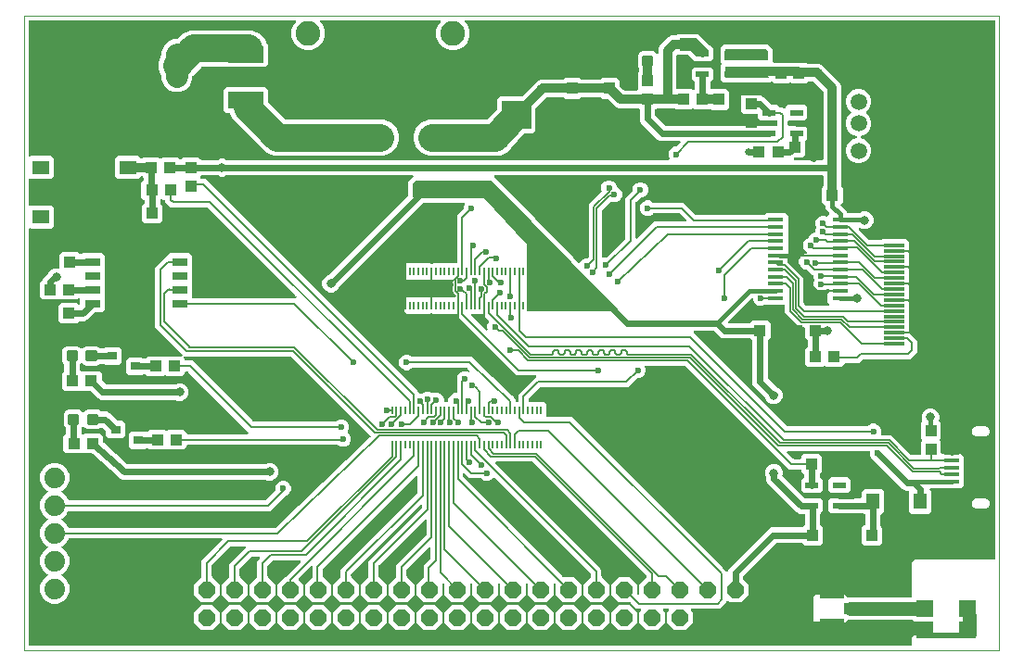
<source format=gtl>
G04 EAGLE Gerber X2 export*
%TF.Part,Single*%
%TF.FileFunction,Other,Top Layer Cooper*%
%TF.FilePolarity,Positive*%
%TF.GenerationSoftware,Autodesk,EAGLE,9.0.0*%
%TF.CreationDate,2019-01-20T02:36:27Z*%
G75*
%MOMM*%
%FSLAX34Y34*%
%LPD*%
%AMOC8*
5,1,8,0,0,1.08239X$1,22.5*%
G01*
%ADD10C,0.000000*%
%ADD11R,0.200000X0.700000*%
%ADD12C,2.000000*%
%ADD13C,2.400000*%
%ADD14C,2.250000*%
%ADD15R,2.700000X2.550000*%
%ADD16R,1.000000X1.100000*%
%ADD17C,0.300000*%
%ADD18R,1.100000X1.000000*%
%ADD19R,1.150000X0.600000*%
%ADD20R,0.900000X0.800000*%
%ADD21R,1.400000X1.600000*%
%ADD22R,1.350000X0.400000*%
%ADD23R,1.900000X1.900000*%
%ADD24R,1.200000X0.600000*%
%ADD25R,1.270000X1.470000*%
%ADD26C,1.879600*%
%ADD27R,1.475000X0.450000*%
%ADD28P,1.649562X8X22.500000*%
%ADD29R,1.450000X0.750000*%
%ADD30R,1.550000X1.300000*%
%ADD31R,2.200000X1.050000*%
%ADD32R,1.050000X1.000000*%
%ADD33R,3.200000X1.500000*%
%ADD34R,2.000000X0.700000*%
%ADD35R,1.900000X0.300000*%
%ADD36C,2.030000*%
%ADD37R,1.540000X1.540000*%
%ADD38C,1.500000*%
%ADD39C,3.580000*%
%ADD40C,0.127000*%
%ADD41C,0.600000*%
%ADD42C,0.609600*%
%ADD43C,0.200000*%
%ADD44C,0.406400*%
%ADD45C,0.812800*%
%ADD46C,0.800000*%
%ADD47C,0.508000*%
%ADD48C,0.654000*%
%ADD49C,2.540000*%
%ADD50C,1.270000*%

G36*
X919306Y144074D02*
X919306Y144074D01*
X919370Y144073D01*
X919445Y144094D01*
X919521Y144105D01*
X919580Y144131D01*
X919642Y144148D01*
X919708Y144189D01*
X919778Y144221D01*
X919827Y144263D01*
X919882Y144296D01*
X919934Y144354D01*
X919992Y144404D01*
X920028Y144458D01*
X920071Y144506D01*
X920104Y144575D01*
X920147Y144640D01*
X920166Y144702D01*
X920194Y144759D01*
X920205Y144829D01*
X920229Y144910D01*
X920230Y144995D01*
X920241Y145064D01*
X920241Y151544D01*
X922622Y153925D01*
X935498Y153925D01*
X935562Y153934D01*
X935626Y153933D01*
X935701Y153954D01*
X935777Y153965D01*
X935836Y153991D01*
X935898Y154008D01*
X935964Y154049D01*
X936034Y154081D01*
X936083Y154123D01*
X936138Y154156D01*
X936190Y154214D01*
X936248Y154264D01*
X936284Y154318D01*
X936327Y154366D01*
X936360Y154435D01*
X936403Y154500D01*
X936422Y154562D01*
X936450Y154619D01*
X936461Y154689D01*
X936485Y154770D01*
X936486Y154855D01*
X936497Y154924D01*
X936497Y165084D01*
X936489Y165145D01*
X936489Y165177D01*
X936489Y165178D01*
X936489Y165212D01*
X936468Y165287D01*
X936457Y165363D01*
X936431Y165422D01*
X936414Y165484D01*
X936373Y165550D01*
X936341Y165620D01*
X936299Y165669D01*
X936266Y165724D01*
X936208Y165776D01*
X936158Y165834D01*
X936104Y165870D01*
X936056Y165913D01*
X935987Y165946D01*
X935922Y165989D01*
X935860Y166008D01*
X935803Y166036D01*
X935733Y166047D01*
X935652Y166071D01*
X935567Y166072D01*
X935498Y166083D01*
X922600Y166083D01*
X921337Y167347D01*
X921260Y167404D01*
X921189Y167469D01*
X921148Y167489D01*
X921111Y167516D01*
X921021Y167550D01*
X920935Y167592D01*
X920893Y167598D01*
X920848Y167615D01*
X920720Y167625D01*
X920630Y167639D01*
X862290Y167639D01*
X862269Y167648D01*
X862260Y167651D01*
X862251Y167655D01*
X862123Y167686D01*
X861996Y167718D01*
X861986Y167718D01*
X861977Y167720D01*
X861845Y167713D01*
X861714Y167709D01*
X861705Y167706D01*
X861695Y167706D01*
X861572Y167663D01*
X861446Y167622D01*
X861438Y167616D01*
X861429Y167613D01*
X861367Y167568D01*
X861213Y167463D01*
X861197Y167444D01*
X861180Y167432D01*
X858684Y164935D01*
X832316Y164935D01*
X829935Y167316D01*
X829935Y188684D01*
X832316Y191065D01*
X858684Y191065D01*
X861104Y188645D01*
X861111Y188639D01*
X861117Y188632D01*
X861224Y188554D01*
X861329Y188476D01*
X861338Y188472D01*
X861346Y188467D01*
X861470Y188423D01*
X861593Y188376D01*
X861603Y188375D01*
X861611Y188372D01*
X861743Y188364D01*
X861874Y188354D01*
X861883Y188356D01*
X861893Y188356D01*
X861968Y188374D01*
X862150Y188412D01*
X862171Y188423D01*
X862193Y188428D01*
X862290Y188469D01*
X919242Y188469D01*
X919306Y188478D01*
X919370Y188477D01*
X919445Y188498D01*
X919521Y188509D01*
X919580Y188535D01*
X919642Y188552D01*
X919708Y188593D01*
X919778Y188625D01*
X919827Y188667D01*
X919882Y188700D01*
X919934Y188758D01*
X919992Y188808D01*
X920028Y188862D01*
X920071Y188910D01*
X920104Y188979D01*
X920147Y189044D01*
X920166Y189106D01*
X920194Y189163D01*
X920205Y189233D01*
X920229Y189314D01*
X920230Y189399D01*
X920241Y189468D01*
X920241Y220378D01*
X922622Y222759D01*
X994936Y222759D01*
X995000Y222768D01*
X995064Y222767D01*
X995139Y222788D01*
X995215Y222799D01*
X995274Y222825D01*
X995336Y222842D01*
X995402Y222883D01*
X995472Y222915D01*
X995521Y222957D01*
X995576Y222990D01*
X995628Y223048D01*
X995686Y223098D01*
X995722Y223152D01*
X995765Y223200D01*
X995798Y223269D01*
X995841Y223334D01*
X995860Y223396D01*
X995888Y223453D01*
X995899Y223523D01*
X995923Y223604D01*
X995924Y223689D01*
X995935Y223758D01*
X995935Y714936D01*
X995926Y715000D01*
X995927Y715064D01*
X995906Y715139D01*
X995895Y715215D01*
X995869Y715274D01*
X995852Y715336D01*
X995811Y715402D01*
X995779Y715472D01*
X995737Y715521D01*
X995704Y715576D01*
X995646Y715628D01*
X995596Y715686D01*
X995542Y715722D01*
X995494Y715765D01*
X995425Y715798D01*
X995360Y715841D01*
X995298Y715860D01*
X995241Y715888D01*
X995171Y715899D01*
X995090Y715923D01*
X995005Y715924D01*
X994936Y715935D01*
X513085Y715935D01*
X513053Y715931D01*
X513021Y715933D01*
X512914Y715911D01*
X512806Y715895D01*
X512777Y715882D01*
X512745Y715876D01*
X512649Y715824D01*
X512549Y715779D01*
X512525Y715758D01*
X512496Y715743D01*
X512418Y715667D01*
X512335Y715596D01*
X512317Y715569D01*
X512294Y715546D01*
X512240Y715451D01*
X512181Y715360D01*
X512171Y715329D01*
X512155Y715301D01*
X512130Y715195D01*
X512098Y715090D01*
X512098Y715058D01*
X512090Y715027D01*
X512096Y714917D01*
X512094Y714808D01*
X512103Y714777D01*
X512105Y714745D01*
X512140Y714642D01*
X512170Y714536D01*
X512187Y714509D01*
X512197Y714478D01*
X512250Y714405D01*
X512318Y714296D01*
X512354Y714264D01*
X512379Y714229D01*
X514133Y712475D01*
X516465Y706846D01*
X516465Y700754D01*
X514133Y695125D01*
X509825Y690817D01*
X504196Y688485D01*
X498104Y688485D01*
X492475Y690817D01*
X488167Y695125D01*
X485835Y700754D01*
X485835Y706846D01*
X488167Y712475D01*
X489921Y714229D01*
X489940Y714255D01*
X489965Y714276D01*
X490025Y714368D01*
X490090Y714455D01*
X490102Y714485D01*
X490119Y714512D01*
X490151Y714617D01*
X490190Y714719D01*
X490192Y714751D01*
X490202Y714782D01*
X490203Y714891D01*
X490212Y715000D01*
X490205Y715032D01*
X490206Y715064D01*
X490176Y715169D01*
X490154Y715276D01*
X490139Y715305D01*
X490130Y715336D01*
X490073Y715429D01*
X490022Y715525D01*
X489999Y715548D01*
X489982Y715576D01*
X489901Y715649D01*
X489825Y715727D01*
X489797Y715743D01*
X489773Y715765D01*
X489675Y715812D01*
X489580Y715866D01*
X489548Y715874D01*
X489519Y715888D01*
X489430Y715902D01*
X489305Y715931D01*
X489257Y715929D01*
X489215Y715935D01*
X380985Y715935D01*
X380953Y715931D01*
X380921Y715933D01*
X380814Y715911D01*
X380706Y715895D01*
X380677Y715882D01*
X380645Y715876D01*
X380549Y715824D01*
X380449Y715779D01*
X380425Y715758D01*
X380396Y715743D01*
X380318Y715667D01*
X380235Y715596D01*
X380217Y715569D01*
X380194Y715546D01*
X380140Y715451D01*
X380081Y715360D01*
X380071Y715329D01*
X380055Y715301D01*
X380030Y715195D01*
X379998Y715090D01*
X379998Y715058D01*
X379990Y715027D01*
X379996Y714917D01*
X379994Y714808D01*
X380003Y714777D01*
X380005Y714745D01*
X380040Y714642D01*
X380070Y714536D01*
X380087Y714509D01*
X380097Y714478D01*
X380150Y714405D01*
X380218Y714296D01*
X380254Y714264D01*
X380279Y714229D01*
X382033Y712475D01*
X384365Y706846D01*
X384365Y700754D01*
X382033Y695125D01*
X377725Y690817D01*
X372096Y688485D01*
X366004Y688485D01*
X360375Y690817D01*
X356067Y695125D01*
X353735Y700754D01*
X353735Y706846D01*
X356067Y712475D01*
X357821Y714229D01*
X357840Y714255D01*
X357865Y714276D01*
X357925Y714368D01*
X357990Y714455D01*
X358002Y714485D01*
X358019Y714512D01*
X358051Y714617D01*
X358090Y714719D01*
X358092Y714751D01*
X358102Y714782D01*
X358103Y714891D01*
X358112Y715000D01*
X358105Y715032D01*
X358106Y715064D01*
X358076Y715169D01*
X358054Y715276D01*
X358039Y715305D01*
X358030Y715336D01*
X357973Y715429D01*
X357922Y715525D01*
X357899Y715548D01*
X357882Y715576D01*
X357801Y715649D01*
X357725Y715727D01*
X357697Y715743D01*
X357673Y715765D01*
X357575Y715812D01*
X357480Y715866D01*
X357448Y715874D01*
X357419Y715888D01*
X357330Y715902D01*
X357205Y715931D01*
X357157Y715929D01*
X357115Y715935D01*
X115064Y715935D01*
X115000Y715926D01*
X114936Y715927D01*
X114861Y715906D01*
X114785Y715895D01*
X114726Y715869D01*
X114664Y715852D01*
X114598Y715811D01*
X114528Y715779D01*
X114479Y715737D01*
X114424Y715704D01*
X114372Y715646D01*
X114314Y715596D01*
X114278Y715542D01*
X114235Y715494D01*
X114202Y715425D01*
X114159Y715360D01*
X114140Y715298D01*
X114112Y715241D01*
X114101Y715171D01*
X114077Y715090D01*
X114076Y715005D01*
X114065Y714936D01*
X114065Y592274D01*
X114069Y592242D01*
X114067Y592209D01*
X114089Y592102D01*
X114105Y591994D01*
X114118Y591965D01*
X114124Y591933D01*
X114176Y591837D01*
X114221Y591737D01*
X114242Y591713D01*
X114257Y591684D01*
X114333Y591606D01*
X114404Y591523D01*
X114431Y591505D01*
X114454Y591482D01*
X114549Y591429D01*
X114640Y591369D01*
X114671Y591359D01*
X114699Y591343D01*
X114805Y591318D01*
X114910Y591286D01*
X114942Y591286D01*
X114974Y591278D01*
X115083Y591284D01*
X115192Y591282D01*
X115223Y591291D01*
X115255Y591293D01*
X115358Y591329D01*
X115464Y591358D01*
X115491Y591375D01*
X115522Y591385D01*
X115595Y591439D01*
X115704Y591506D01*
X115736Y591542D01*
X115771Y591567D01*
X115800Y591597D01*
X134668Y591597D01*
X137049Y589216D01*
X137049Y572848D01*
X134668Y570467D01*
X115800Y570467D01*
X115771Y570497D01*
X115745Y570516D01*
X115724Y570541D01*
X115632Y570601D01*
X115545Y570666D01*
X115515Y570678D01*
X115488Y570695D01*
X115383Y570727D01*
X115281Y570766D01*
X115249Y570768D01*
X115218Y570778D01*
X115109Y570779D01*
X115000Y570788D01*
X114968Y570781D01*
X114936Y570782D01*
X114831Y570752D01*
X114724Y570730D01*
X114695Y570715D01*
X114664Y570706D01*
X114571Y570649D01*
X114475Y570598D01*
X114452Y570575D01*
X114424Y570558D01*
X114351Y570477D01*
X114273Y570401D01*
X114257Y570373D01*
X114235Y570349D01*
X114188Y570251D01*
X114134Y570156D01*
X114126Y570124D01*
X114112Y570095D01*
X114098Y570006D01*
X114069Y569881D01*
X114071Y569833D01*
X114065Y569790D01*
X114065Y547274D01*
X114069Y547242D01*
X114067Y547209D01*
X114089Y547102D01*
X114105Y546994D01*
X114118Y546965D01*
X114124Y546933D01*
X114176Y546837D01*
X114221Y546737D01*
X114242Y546713D01*
X114257Y546684D01*
X114333Y546606D01*
X114404Y546523D01*
X114431Y546505D01*
X114454Y546482D01*
X114549Y546429D01*
X114640Y546369D01*
X114671Y546359D01*
X114699Y546343D01*
X114805Y546318D01*
X114910Y546286D01*
X114942Y546286D01*
X114974Y546278D01*
X115083Y546284D01*
X115192Y546282D01*
X115223Y546291D01*
X115255Y546293D01*
X115358Y546329D01*
X115464Y546358D01*
X115491Y546375D01*
X115522Y546385D01*
X115595Y546439D01*
X115704Y546506D01*
X115736Y546542D01*
X115771Y546567D01*
X115800Y546597D01*
X134668Y546597D01*
X137049Y544216D01*
X137049Y527848D01*
X134668Y525467D01*
X115800Y525467D01*
X115771Y525497D01*
X115745Y525516D01*
X115724Y525541D01*
X115665Y525579D01*
X115634Y525608D01*
X115604Y525622D01*
X115545Y525666D01*
X115515Y525678D01*
X115488Y525695D01*
X115393Y525724D01*
X115380Y525731D01*
X115370Y525732D01*
X115281Y525766D01*
X115249Y525768D01*
X115218Y525778D01*
X115109Y525779D01*
X115000Y525788D01*
X114968Y525781D01*
X114936Y525782D01*
X114831Y525752D01*
X114724Y525730D01*
X114695Y525715D01*
X114664Y525706D01*
X114571Y525649D01*
X114475Y525598D01*
X114452Y525575D01*
X114424Y525558D01*
X114351Y525477D01*
X114273Y525401D01*
X114257Y525373D01*
X114235Y525349D01*
X114188Y525251D01*
X114171Y525220D01*
X114159Y525203D01*
X114157Y525197D01*
X114134Y525156D01*
X114126Y525124D01*
X114112Y525095D01*
X114098Y525006D01*
X114097Y524998D01*
X114077Y524933D01*
X114076Y524913D01*
X114069Y524881D01*
X114071Y524833D01*
X114065Y524790D01*
X114065Y145064D01*
X114074Y145000D01*
X114073Y144936D01*
X114094Y144861D01*
X114105Y144785D01*
X114131Y144726D01*
X114148Y144664D01*
X114189Y144598D01*
X114221Y144528D01*
X114263Y144479D01*
X114296Y144424D01*
X114354Y144372D01*
X114404Y144314D01*
X114458Y144278D01*
X114506Y144235D01*
X114575Y144202D01*
X114640Y144159D01*
X114702Y144140D01*
X114759Y144112D01*
X114829Y144101D01*
X114910Y144077D01*
X114995Y144076D01*
X115064Y144065D01*
X919242Y144065D01*
X919306Y144074D01*
G37*
%LPC*%
G36*
X678060Y158115D02*
X678060Y158115D01*
X671215Y164960D01*
X671215Y174640D01*
X672796Y176220D01*
X672815Y176246D01*
X672840Y176267D01*
X672900Y176359D01*
X672965Y176446D01*
X672976Y176476D01*
X672994Y176503D01*
X673026Y176608D01*
X673065Y176710D01*
X673067Y176742D01*
X673076Y176773D01*
X673078Y176882D01*
X673086Y176991D01*
X673080Y177023D01*
X673080Y177055D01*
X673051Y177160D01*
X673029Y177267D01*
X673014Y177296D01*
X673005Y177327D01*
X672948Y177420D01*
X672896Y177516D01*
X672874Y177539D01*
X672857Y177567D01*
X672776Y177640D01*
X672700Y177718D01*
X672672Y177734D01*
X672648Y177756D01*
X672549Y177803D01*
X672454Y177857D01*
X672423Y177865D01*
X672394Y177879D01*
X672305Y177893D01*
X672180Y177922D01*
X672131Y177920D01*
X672089Y177926D01*
X668867Y177926D01*
X663516Y183278D01*
X663464Y183316D01*
X663419Y183362D01*
X663352Y183401D01*
X663290Y183447D01*
X663230Y183470D01*
X663174Y183502D01*
X663099Y183519D01*
X663026Y183547D01*
X662962Y183552D01*
X662900Y183566D01*
X662822Y183563D01*
X662745Y183568D01*
X662682Y183555D01*
X662618Y183552D01*
X662545Y183527D01*
X662490Y183515D01*
X652660Y183515D01*
X645815Y190360D01*
X645815Y200040D01*
X652660Y206885D01*
X662340Y206885D01*
X669185Y200040D01*
X669185Y191316D01*
X669198Y191221D01*
X669203Y191125D01*
X669218Y191082D01*
X669225Y191036D01*
X669264Y190949D01*
X669295Y190858D01*
X669321Y190824D01*
X669341Y190779D01*
X669424Y190682D01*
X669477Y190609D01*
X669509Y190577D01*
X669522Y190568D01*
X669524Y190565D01*
X669533Y190559D01*
X669535Y190558D01*
X669556Y190533D01*
X669648Y190473D01*
X669735Y190408D01*
X669765Y190396D01*
X669792Y190379D01*
X669896Y190347D01*
X669998Y190308D01*
X670031Y190306D01*
X670062Y190296D01*
X670171Y190295D01*
X670280Y190286D01*
X670311Y190293D01*
X670344Y190293D01*
X670449Y190322D01*
X670556Y190344D01*
X670584Y190359D01*
X670616Y190368D01*
X670708Y190425D01*
X670805Y190476D01*
X670828Y190499D01*
X670856Y190516D01*
X670929Y190597D01*
X671007Y190673D01*
X671023Y190701D01*
X671045Y190725D01*
X671092Y190823D01*
X671146Y190918D01*
X671154Y190950D01*
X671168Y190979D01*
X671182Y191068D01*
X671211Y191193D01*
X671209Y191241D01*
X671215Y191284D01*
X671215Y200040D01*
X678008Y206832D01*
X678065Y206909D01*
X678130Y206980D01*
X678150Y207021D01*
X678177Y207058D01*
X678211Y207148D01*
X678253Y207234D01*
X678259Y207276D01*
X678276Y207322D01*
X678286Y207449D01*
X678300Y207539D01*
X678300Y207639D01*
X678287Y207734D01*
X678282Y207831D01*
X678267Y207874D01*
X678260Y207919D01*
X678221Y208006D01*
X678189Y208097D01*
X678164Y208131D01*
X678144Y208176D01*
X678061Y208273D01*
X678008Y208346D01*
X574346Y312008D01*
X574269Y312065D01*
X574198Y312130D01*
X574157Y312150D01*
X574120Y312177D01*
X574030Y312211D01*
X573944Y312253D01*
X573902Y312259D01*
X573857Y312276D01*
X573729Y312286D01*
X573639Y312300D01*
X540759Y312300D01*
X540727Y312296D01*
X540694Y312298D01*
X540588Y312276D01*
X540479Y312260D01*
X540450Y312247D01*
X540418Y312241D01*
X540322Y312189D01*
X540222Y312144D01*
X540198Y312123D01*
X540169Y312108D01*
X540091Y312032D01*
X540008Y311961D01*
X539990Y311934D01*
X539967Y311911D01*
X539914Y311816D01*
X539854Y311725D01*
X539844Y311694D01*
X539828Y311666D01*
X539803Y311559D01*
X539771Y311455D01*
X539771Y311423D01*
X539763Y311392D01*
X539769Y311282D01*
X539768Y311173D01*
X539776Y311142D01*
X539778Y311110D01*
X539814Y311007D01*
X539843Y310901D01*
X539860Y310874D01*
X539870Y310843D01*
X539924Y310770D01*
X539991Y310661D01*
X540027Y310629D01*
X540052Y310594D01*
X636800Y213847D01*
X636800Y207439D01*
X636813Y207344D01*
X636818Y207248D01*
X636833Y207205D01*
X636840Y207160D01*
X636879Y207072D01*
X636911Y206981D01*
X636936Y206947D01*
X636956Y206903D01*
X637039Y206805D01*
X637092Y206732D01*
X643785Y200040D01*
X643785Y190360D01*
X636940Y183515D01*
X627260Y183515D01*
X620415Y190360D01*
X620415Y200040D01*
X627108Y206732D01*
X627165Y206809D01*
X627230Y206880D01*
X627250Y206921D01*
X627277Y206958D01*
X627311Y207048D01*
X627353Y207134D01*
X627359Y207176D01*
X627376Y207222D01*
X627386Y207349D01*
X627400Y207439D01*
X627400Y209539D01*
X627387Y209634D01*
X627382Y209731D01*
X627367Y209774D01*
X627360Y209819D01*
X627321Y209906D01*
X627289Y209997D01*
X627264Y210031D01*
X627244Y210076D01*
X627161Y210173D01*
X627108Y210246D01*
X539379Y297975D01*
X539328Y298013D01*
X539283Y298059D01*
X539215Y298097D01*
X539153Y298144D01*
X539093Y298167D01*
X539037Y298198D01*
X538962Y298216D01*
X538889Y298243D01*
X538825Y298248D01*
X538763Y298263D01*
X538685Y298259D01*
X538608Y298265D01*
X538545Y298252D01*
X538481Y298249D01*
X538408Y298224D01*
X538332Y298208D01*
X538275Y298177D01*
X538215Y298156D01*
X538158Y298115D01*
X538083Y298075D01*
X538022Y298016D01*
X537966Y297975D01*
X536002Y296011D01*
X533405Y294935D01*
X530595Y294935D01*
X527998Y296011D01*
X527001Y297008D01*
X526925Y297065D01*
X526853Y297130D01*
X526812Y297150D01*
X526776Y297177D01*
X526686Y297211D01*
X526599Y297253D01*
X526557Y297259D01*
X526512Y297276D01*
X526384Y297286D01*
X526295Y297300D01*
X516053Y297300D01*
X513008Y300346D01*
X512056Y301298D01*
X512030Y301317D01*
X512009Y301342D01*
X511917Y301402D01*
X511830Y301467D01*
X511800Y301479D01*
X511773Y301496D01*
X511668Y301528D01*
X511566Y301567D01*
X511534Y301569D01*
X511503Y301579D01*
X511394Y301580D01*
X511285Y301589D01*
X511253Y301582D01*
X511221Y301582D01*
X511116Y301553D01*
X511009Y301531D01*
X510980Y301516D01*
X510949Y301507D01*
X510856Y301450D01*
X510760Y301399D01*
X510737Y301376D01*
X510709Y301359D01*
X510636Y301278D01*
X510558Y301202D01*
X510542Y301174D01*
X510520Y301150D01*
X510473Y301052D01*
X510419Y300956D01*
X510411Y300925D01*
X510397Y300896D01*
X510383Y300807D01*
X510354Y300682D01*
X510356Y300634D01*
X510350Y300591D01*
X510350Y298611D01*
X510363Y298516D01*
X510368Y298419D01*
X510383Y298376D01*
X510390Y298331D01*
X510429Y298244D01*
X510461Y298153D01*
X510486Y298119D01*
X510506Y298074D01*
X510589Y297977D01*
X510642Y297904D01*
X514104Y294442D01*
X601369Y207177D01*
X601446Y207120D01*
X601517Y207055D01*
X601558Y207035D01*
X601595Y207008D01*
X601685Y206974D01*
X601771Y206932D01*
X601813Y206926D01*
X601858Y206909D01*
X601986Y206899D01*
X602076Y206885D01*
X611540Y206885D01*
X618385Y200040D01*
X618385Y190360D01*
X611540Y183515D01*
X601860Y183515D01*
X595015Y190360D01*
X595015Y199824D01*
X595002Y199919D01*
X594997Y200016D01*
X594982Y200059D01*
X594975Y200104D01*
X594936Y200191D01*
X594904Y200282D01*
X594879Y200316D01*
X594859Y200361D01*
X594776Y200458D01*
X594723Y200531D01*
X594691Y200563D01*
X594678Y200573D01*
X594676Y200575D01*
X594668Y200580D01*
X594665Y200582D01*
X594644Y200607D01*
X594552Y200667D01*
X594465Y200732D01*
X594435Y200744D01*
X594408Y200761D01*
X594303Y200793D01*
X594201Y200832D01*
X594169Y200834D01*
X594138Y200844D01*
X594029Y200845D01*
X593920Y200854D01*
X593888Y200847D01*
X593856Y200847D01*
X593751Y200818D01*
X593644Y200796D01*
X593615Y200781D01*
X593584Y200772D01*
X593491Y200715D01*
X593395Y200664D01*
X593372Y200641D01*
X593344Y200624D01*
X593271Y200543D01*
X593193Y200467D01*
X593177Y200439D01*
X593155Y200415D01*
X593108Y200317D01*
X593054Y200221D01*
X593046Y200190D01*
X593032Y200161D01*
X593018Y200072D01*
X592989Y199947D01*
X592991Y199898D01*
X592985Y199856D01*
X592985Y190360D01*
X586140Y183515D01*
X576460Y183515D01*
X569615Y190360D01*
X569615Y199824D01*
X569602Y199919D01*
X569597Y200016D01*
X569582Y200059D01*
X569575Y200104D01*
X569536Y200191D01*
X569504Y200282D01*
X569479Y200316D01*
X569459Y200361D01*
X569376Y200458D01*
X569323Y200531D01*
X569291Y200563D01*
X569278Y200573D01*
X569276Y200575D01*
X569268Y200580D01*
X569265Y200582D01*
X569244Y200607D01*
X569152Y200667D01*
X569065Y200732D01*
X569035Y200744D01*
X569008Y200761D01*
X568903Y200793D01*
X568801Y200832D01*
X568769Y200834D01*
X568738Y200844D01*
X568629Y200845D01*
X568520Y200854D01*
X568488Y200847D01*
X568456Y200847D01*
X568351Y200818D01*
X568244Y200796D01*
X568215Y200781D01*
X568184Y200772D01*
X568091Y200715D01*
X567995Y200664D01*
X567972Y200641D01*
X567944Y200624D01*
X567871Y200543D01*
X567793Y200467D01*
X567777Y200439D01*
X567755Y200415D01*
X567708Y200317D01*
X567654Y200221D01*
X567646Y200190D01*
X567632Y200161D01*
X567618Y200072D01*
X567589Y199947D01*
X567591Y199898D01*
X567585Y199856D01*
X567585Y190360D01*
X560740Y183515D01*
X551060Y183515D01*
X544215Y190360D01*
X544215Y199824D01*
X544202Y199919D01*
X544197Y200016D01*
X544182Y200059D01*
X544175Y200104D01*
X544136Y200191D01*
X544104Y200282D01*
X544079Y200316D01*
X544059Y200361D01*
X543976Y200458D01*
X543923Y200531D01*
X543891Y200563D01*
X543878Y200573D01*
X543876Y200575D01*
X543868Y200580D01*
X543865Y200582D01*
X543844Y200607D01*
X543752Y200667D01*
X543665Y200732D01*
X543635Y200744D01*
X543608Y200761D01*
X543503Y200793D01*
X543401Y200832D01*
X543369Y200834D01*
X543338Y200844D01*
X543229Y200845D01*
X543120Y200854D01*
X543088Y200847D01*
X543056Y200847D01*
X542951Y200818D01*
X542844Y200796D01*
X542815Y200781D01*
X542784Y200772D01*
X542691Y200715D01*
X542595Y200664D01*
X542572Y200641D01*
X542544Y200624D01*
X542471Y200543D01*
X542393Y200467D01*
X542377Y200439D01*
X542355Y200415D01*
X542308Y200317D01*
X542254Y200221D01*
X542246Y200190D01*
X542232Y200161D01*
X542218Y200072D01*
X542189Y199947D01*
X542191Y199898D01*
X542185Y199856D01*
X542185Y190360D01*
X535340Y183515D01*
X525660Y183515D01*
X518815Y190360D01*
X518815Y199824D01*
X518802Y199919D01*
X518797Y200016D01*
X518782Y200059D01*
X518775Y200104D01*
X518736Y200191D01*
X518704Y200282D01*
X518679Y200316D01*
X518659Y200361D01*
X518576Y200458D01*
X518523Y200531D01*
X518491Y200563D01*
X518478Y200573D01*
X518476Y200575D01*
X518468Y200580D01*
X518465Y200582D01*
X518444Y200607D01*
X518352Y200667D01*
X518265Y200732D01*
X518235Y200744D01*
X518208Y200761D01*
X518103Y200793D01*
X518001Y200832D01*
X517969Y200834D01*
X517938Y200844D01*
X517829Y200845D01*
X517720Y200854D01*
X517688Y200847D01*
X517656Y200847D01*
X517551Y200818D01*
X517444Y200796D01*
X517415Y200781D01*
X517384Y200772D01*
X517291Y200715D01*
X517195Y200664D01*
X517172Y200641D01*
X517144Y200624D01*
X517071Y200543D01*
X516993Y200467D01*
X516977Y200439D01*
X516955Y200415D01*
X516908Y200317D01*
X516854Y200221D01*
X516846Y200190D01*
X516832Y200161D01*
X516818Y200072D01*
X516789Y199947D01*
X516791Y199898D01*
X516785Y199856D01*
X516785Y190360D01*
X509940Y183515D01*
X500260Y183515D01*
X493415Y190360D01*
X493415Y199824D01*
X493402Y199919D01*
X493397Y200016D01*
X493382Y200059D01*
X493375Y200104D01*
X493336Y200191D01*
X493304Y200282D01*
X493279Y200316D01*
X493259Y200361D01*
X493176Y200458D01*
X493123Y200531D01*
X493091Y200563D01*
X493078Y200573D01*
X493076Y200575D01*
X493068Y200580D01*
X493065Y200582D01*
X493044Y200607D01*
X492952Y200667D01*
X492865Y200732D01*
X492835Y200744D01*
X492808Y200761D01*
X492703Y200793D01*
X492601Y200832D01*
X492569Y200834D01*
X492538Y200844D01*
X492429Y200845D01*
X492320Y200854D01*
X492288Y200847D01*
X492256Y200847D01*
X492151Y200818D01*
X492044Y200796D01*
X492015Y200781D01*
X491984Y200772D01*
X491891Y200715D01*
X491795Y200664D01*
X491772Y200641D01*
X491744Y200624D01*
X491671Y200543D01*
X491593Y200467D01*
X491577Y200439D01*
X491555Y200415D01*
X491508Y200317D01*
X491454Y200221D01*
X491446Y200190D01*
X491432Y200161D01*
X491418Y200072D01*
X491389Y199947D01*
X491391Y199898D01*
X491385Y199856D01*
X491385Y190360D01*
X484540Y183515D01*
X474860Y183515D01*
X468015Y190360D01*
X468015Y200040D01*
X474008Y206032D01*
X474065Y206109D01*
X474130Y206180D01*
X474150Y206221D01*
X474177Y206258D01*
X474211Y206348D01*
X474253Y206434D01*
X474259Y206476D01*
X474276Y206522D01*
X474286Y206649D01*
X474300Y206739D01*
X474300Y216947D01*
X480658Y223304D01*
X480675Y223327D01*
X480696Y223345D01*
X480729Y223396D01*
X480780Y223452D01*
X480800Y223493D01*
X480827Y223530D01*
X480841Y223567D01*
X480850Y223581D01*
X480864Y223625D01*
X480903Y223706D01*
X480909Y223748D01*
X480926Y223793D01*
X480930Y223844D01*
X480932Y223851D01*
X480933Y223876D01*
X480936Y223921D01*
X480950Y224011D01*
X480950Y233385D01*
X480946Y233417D01*
X480948Y233450D01*
X480926Y233556D01*
X480910Y233665D01*
X480897Y233694D01*
X480891Y233726D01*
X480839Y233822D01*
X480794Y233922D01*
X480773Y233946D01*
X480758Y233975D01*
X480682Y234053D01*
X480611Y234136D01*
X480584Y234154D01*
X480561Y234177D01*
X480466Y234230D01*
X480375Y234290D01*
X480344Y234300D01*
X480316Y234316D01*
X480209Y234341D01*
X480105Y234373D01*
X480073Y234373D01*
X480042Y234381D01*
X479932Y234375D01*
X479823Y234376D01*
X479792Y234368D01*
X479760Y234366D01*
X479657Y234330D01*
X479551Y234301D01*
X479524Y234284D01*
X479493Y234274D01*
X479420Y234220D01*
X479311Y234153D01*
X479279Y234117D01*
X479244Y234092D01*
X459292Y214140D01*
X459235Y214063D01*
X459170Y213992D01*
X459150Y213951D01*
X459123Y213914D01*
X459089Y213824D01*
X459047Y213738D01*
X459041Y213696D01*
X459024Y213651D01*
X459014Y213523D01*
X459000Y213433D01*
X459000Y207439D01*
X459013Y207344D01*
X459018Y207248D01*
X459033Y207205D01*
X459040Y207160D01*
X459079Y207072D01*
X459111Y206981D01*
X459136Y206947D01*
X459156Y206903D01*
X459239Y206805D01*
X459292Y206732D01*
X465985Y200040D01*
X465985Y190360D01*
X459140Y183515D01*
X449460Y183515D01*
X442615Y190360D01*
X442615Y200040D01*
X449308Y206732D01*
X449365Y206809D01*
X449430Y206880D01*
X449450Y206921D01*
X449477Y206958D01*
X449511Y207048D01*
X449553Y207134D01*
X449559Y207176D01*
X449576Y207222D01*
X449586Y207349D01*
X449600Y207439D01*
X449600Y217741D01*
X476658Y244798D01*
X476715Y244875D01*
X476780Y244946D01*
X476800Y244987D01*
X476827Y245024D01*
X476861Y245114D01*
X476903Y245200D01*
X476909Y245242D01*
X476926Y245287D01*
X476936Y245415D01*
X476950Y245505D01*
X476950Y258595D01*
X476946Y258627D01*
X476948Y258660D01*
X476926Y258766D01*
X476910Y258875D01*
X476897Y258904D01*
X476891Y258936D01*
X476839Y259032D01*
X476794Y259132D01*
X476773Y259156D01*
X476758Y259185D01*
X476682Y259263D01*
X476611Y259346D01*
X476584Y259364D01*
X476561Y259387D01*
X476466Y259440D01*
X476375Y259500D01*
X476344Y259510D01*
X476316Y259526D01*
X476209Y259551D01*
X476105Y259583D01*
X476073Y259583D01*
X476042Y259591D01*
X475932Y259585D01*
X475823Y259586D01*
X475792Y259578D01*
X475760Y259576D01*
X475657Y259540D01*
X475551Y259511D01*
X475524Y259494D01*
X475493Y259484D01*
X475420Y259430D01*
X475311Y259363D01*
X475279Y259327D01*
X475244Y259302D01*
X433744Y217802D01*
X433687Y217725D01*
X433622Y217654D01*
X433602Y217613D01*
X433575Y217576D01*
X433541Y217486D01*
X433499Y217400D01*
X433493Y217358D01*
X433476Y217313D01*
X433466Y217185D01*
X433452Y217095D01*
X433452Y207587D01*
X433465Y207492D01*
X433470Y207396D01*
X433485Y207353D01*
X433492Y207308D01*
X433531Y207220D01*
X433563Y207129D01*
X433588Y207095D01*
X433608Y207051D01*
X433691Y206953D01*
X433744Y206880D01*
X440585Y200040D01*
X440585Y190360D01*
X433740Y183515D01*
X424060Y183515D01*
X417215Y190360D01*
X417215Y200040D01*
X423760Y206584D01*
X423817Y206661D01*
X423882Y206732D01*
X423902Y206773D01*
X423929Y206810D01*
X423963Y206900D01*
X424005Y206986D01*
X424011Y207028D01*
X424028Y207074D01*
X424038Y207201D01*
X424052Y207291D01*
X424052Y221403D01*
X472658Y270008D01*
X472715Y270085D01*
X472780Y270156D01*
X472800Y270197D01*
X472827Y270234D01*
X472861Y270324D01*
X472903Y270410D01*
X472909Y270452D01*
X472926Y270497D01*
X472936Y270625D01*
X472950Y270715D01*
X472950Y271867D01*
X472946Y271899D01*
X472948Y271932D01*
X472926Y272038D01*
X472910Y272147D01*
X472897Y272176D01*
X472891Y272208D01*
X472839Y272304D01*
X472794Y272404D01*
X472773Y272428D01*
X472758Y272457D01*
X472682Y272535D01*
X472611Y272618D01*
X472584Y272636D01*
X472561Y272659D01*
X472466Y272712D01*
X472375Y272772D01*
X472344Y272782D01*
X472316Y272798D01*
X472209Y272823D01*
X472105Y272855D01*
X472073Y272855D01*
X472042Y272863D01*
X471932Y272857D01*
X471823Y272858D01*
X471792Y272850D01*
X471760Y272848D01*
X471657Y272812D01*
X471551Y272783D01*
X471524Y272766D01*
X471493Y272756D01*
X471420Y272702D01*
X471311Y272635D01*
X471279Y272599D01*
X471244Y272574D01*
X408492Y209822D01*
X408435Y209745D01*
X408370Y209674D01*
X408350Y209633D01*
X408323Y209596D01*
X408289Y209506D01*
X408247Y209420D01*
X408241Y209378D01*
X408224Y209333D01*
X408214Y209205D01*
X408200Y209115D01*
X408200Y207439D01*
X408213Y207344D01*
X408218Y207248D01*
X408233Y207205D01*
X408240Y207160D01*
X408279Y207072D01*
X408311Y206981D01*
X408336Y206947D01*
X408356Y206903D01*
X408439Y206805D01*
X408492Y206732D01*
X415185Y200040D01*
X415185Y190360D01*
X408340Y183515D01*
X398660Y183515D01*
X391815Y190360D01*
X391815Y200040D01*
X398508Y206732D01*
X398565Y206809D01*
X398630Y206880D01*
X398650Y206921D01*
X398677Y206958D01*
X398711Y207048D01*
X398753Y207134D01*
X398759Y207176D01*
X398776Y207222D01*
X398786Y207349D01*
X398800Y207439D01*
X398800Y213423D01*
X468658Y283280D01*
X468669Y283295D01*
X468675Y283300D01*
X468689Y283322D01*
X468715Y283357D01*
X468780Y283428D01*
X468800Y283469D01*
X468827Y283506D01*
X468861Y283596D01*
X468903Y283682D01*
X468909Y283724D01*
X468926Y283769D01*
X468936Y283897D01*
X468950Y283987D01*
X468950Y298347D01*
X468946Y298379D01*
X468948Y298412D01*
X468926Y298518D01*
X468910Y298627D01*
X468897Y298656D01*
X468891Y298688D01*
X468839Y298784D01*
X468794Y298884D01*
X468773Y298908D01*
X468758Y298937D01*
X468682Y299015D01*
X468611Y299098D01*
X468584Y299116D01*
X468561Y299139D01*
X468466Y299192D01*
X468375Y299252D01*
X468344Y299262D01*
X468316Y299278D01*
X468209Y299303D01*
X468105Y299335D01*
X468073Y299335D01*
X468042Y299343D01*
X467932Y299337D01*
X467823Y299338D01*
X467792Y299330D01*
X467760Y299328D01*
X467657Y299292D01*
X467551Y299263D01*
X467524Y299246D01*
X467493Y299236D01*
X467420Y299182D01*
X467311Y299115D01*
X467279Y299079D01*
X467244Y299054D01*
X382690Y214500D01*
X382633Y214423D01*
X382568Y214352D01*
X382548Y214311D01*
X382521Y214274D01*
X382487Y214184D01*
X382445Y214098D01*
X382439Y214056D01*
X382422Y214011D01*
X382412Y213883D01*
X382398Y213793D01*
X382398Y207841D01*
X382411Y207746D01*
X382416Y207650D01*
X382431Y207607D01*
X382438Y207562D01*
X382477Y207474D01*
X382509Y207383D01*
X382534Y207349D01*
X382554Y207305D01*
X382637Y207207D01*
X382690Y207134D01*
X389785Y200040D01*
X389785Y190360D01*
X382940Y183515D01*
X373260Y183515D01*
X366415Y190360D01*
X366415Y200040D01*
X372706Y206330D01*
X372719Y206348D01*
X372730Y206358D01*
X372757Y206399D01*
X372763Y206407D01*
X372828Y206478D01*
X372848Y206519D01*
X372875Y206556D01*
X372909Y206646D01*
X372951Y206732D01*
X372957Y206774D01*
X372974Y206820D01*
X372984Y206947D01*
X372998Y207037D01*
X372998Y215857D01*
X372994Y215889D01*
X372996Y215922D01*
X372974Y216028D01*
X372958Y216137D01*
X372945Y216166D01*
X372939Y216198D01*
X372887Y216294D01*
X372842Y216394D01*
X372821Y216418D01*
X372806Y216447D01*
X372730Y216525D01*
X372659Y216608D01*
X372632Y216626D01*
X372609Y216649D01*
X372514Y216702D01*
X372423Y216762D01*
X372392Y216772D01*
X372364Y216788D01*
X372257Y216813D01*
X372153Y216845D01*
X372121Y216845D01*
X372090Y216853D01*
X371980Y216847D01*
X371871Y216848D01*
X371840Y216840D01*
X371808Y216838D01*
X371705Y216802D01*
X371599Y216773D01*
X371572Y216756D01*
X371541Y216746D01*
X371468Y216692D01*
X371359Y216625D01*
X371327Y216589D01*
X371292Y216564D01*
X360283Y205555D01*
X360245Y205503D01*
X360199Y205458D01*
X360160Y205391D01*
X360114Y205329D01*
X360091Y205269D01*
X360059Y205213D01*
X360042Y205138D01*
X360014Y205065D01*
X360009Y205001D01*
X359995Y204939D01*
X359998Y204861D01*
X359993Y204784D01*
X360006Y204721D01*
X360009Y204657D01*
X360034Y204584D01*
X360050Y204508D01*
X360080Y204451D01*
X360101Y204391D01*
X360143Y204334D01*
X360183Y204259D01*
X360242Y204198D01*
X360283Y204142D01*
X364385Y200040D01*
X364385Y190360D01*
X357540Y183515D01*
X347860Y183515D01*
X341015Y190360D01*
X341015Y200040D01*
X347860Y206885D01*
X347906Y206885D01*
X348001Y206898D01*
X348098Y206903D01*
X348141Y206918D01*
X348186Y206925D01*
X348273Y206964D01*
X348364Y206996D01*
X348398Y207021D01*
X348443Y207041D01*
X348540Y207124D01*
X348613Y207177D01*
X362106Y220670D01*
X362125Y220696D01*
X362150Y220717D01*
X362210Y220809D01*
X362275Y220896D01*
X362287Y220926D01*
X362304Y220953D01*
X362336Y221058D01*
X362375Y221160D01*
X362377Y221192D01*
X362387Y221223D01*
X362388Y221332D01*
X362397Y221441D01*
X362390Y221473D01*
X362390Y221505D01*
X362361Y221610D01*
X362339Y221717D01*
X362324Y221746D01*
X362315Y221777D01*
X362258Y221870D01*
X362207Y221966D01*
X362184Y221989D01*
X362167Y222017D01*
X362086Y222090D01*
X362010Y222168D01*
X361982Y222184D01*
X361958Y222206D01*
X361860Y222253D01*
X361764Y222307D01*
X361733Y222315D01*
X361704Y222329D01*
X361615Y222343D01*
X361490Y222372D01*
X361441Y222370D01*
X361399Y222376D01*
X337133Y222376D01*
X337038Y222363D01*
X336941Y222358D01*
X336898Y222343D01*
X336853Y222336D01*
X336766Y222297D01*
X336675Y222265D01*
X336641Y222240D01*
X336596Y222220D01*
X336499Y222137D01*
X336426Y222084D01*
X332292Y217950D01*
X332235Y217873D01*
X332170Y217802D01*
X332150Y217761D01*
X332123Y217724D01*
X332089Y217634D01*
X332047Y217548D01*
X332041Y217506D01*
X332024Y217461D01*
X332014Y217333D01*
X332000Y217243D01*
X332000Y207439D01*
X332013Y207344D01*
X332018Y207248D01*
X332033Y207205D01*
X332040Y207160D01*
X332079Y207072D01*
X332111Y206981D01*
X332136Y206947D01*
X332156Y206903D01*
X332239Y206805D01*
X332292Y206732D01*
X338985Y200040D01*
X338985Y190360D01*
X332140Y183515D01*
X322460Y183515D01*
X315615Y190360D01*
X315615Y200040D01*
X322308Y206732D01*
X322365Y206809D01*
X322430Y206880D01*
X322450Y206921D01*
X322477Y206958D01*
X322511Y207048D01*
X322553Y207134D01*
X322559Y207176D01*
X322576Y207222D01*
X322586Y207349D01*
X322600Y207439D01*
X322600Y221551D01*
X324768Y223718D01*
X324787Y223744D01*
X324812Y223765D01*
X324872Y223857D01*
X324937Y223944D01*
X324949Y223974D01*
X324966Y224001D01*
X324998Y224106D01*
X325037Y224208D01*
X325039Y224240D01*
X325049Y224271D01*
X325050Y224380D01*
X325059Y224489D01*
X325052Y224521D01*
X325052Y224553D01*
X325023Y224658D01*
X325001Y224765D01*
X324986Y224794D01*
X324977Y224825D01*
X324920Y224918D01*
X324869Y225014D01*
X324846Y225037D01*
X324829Y225065D01*
X324748Y225138D01*
X324672Y225216D01*
X324644Y225232D01*
X324620Y225254D01*
X324522Y225301D01*
X324426Y225355D01*
X324395Y225363D01*
X324366Y225377D01*
X324277Y225391D01*
X324152Y225420D01*
X324103Y225418D01*
X324061Y225424D01*
X317575Y225424D01*
X317480Y225411D01*
X317383Y225406D01*
X317340Y225391D01*
X317295Y225384D01*
X317208Y225345D01*
X317117Y225313D01*
X317083Y225288D01*
X317038Y225268D01*
X316941Y225185D01*
X316868Y225132D01*
X306892Y215156D01*
X306835Y215079D01*
X306770Y215008D01*
X306750Y214967D01*
X306723Y214930D01*
X306689Y214840D01*
X306647Y214754D01*
X306641Y214712D01*
X306624Y214667D01*
X306614Y214539D01*
X306600Y214449D01*
X306600Y207439D01*
X306613Y207344D01*
X306618Y207248D01*
X306633Y207205D01*
X306640Y207160D01*
X306679Y207072D01*
X306711Y206981D01*
X306736Y206947D01*
X306756Y206903D01*
X306839Y206805D01*
X306892Y206732D01*
X313585Y200040D01*
X313585Y190360D01*
X306740Y183515D01*
X297060Y183515D01*
X290215Y190360D01*
X290215Y200040D01*
X296908Y206732D01*
X296965Y206809D01*
X297030Y206880D01*
X297050Y206921D01*
X297077Y206958D01*
X297111Y207048D01*
X297153Y207134D01*
X297159Y207176D01*
X297176Y207222D01*
X297186Y207349D01*
X297200Y207439D01*
X297200Y218757D01*
X300246Y221802D01*
X311560Y233116D01*
X311579Y233142D01*
X311604Y233163D01*
X311664Y233255D01*
X311729Y233342D01*
X311741Y233372D01*
X311758Y233399D01*
X311790Y233504D01*
X311829Y233606D01*
X311831Y233638D01*
X311841Y233669D01*
X311842Y233778D01*
X311851Y233887D01*
X311844Y233919D01*
X311844Y233951D01*
X311815Y234056D01*
X311793Y234163D01*
X311778Y234192D01*
X311769Y234223D01*
X311712Y234316D01*
X311661Y234412D01*
X311638Y234435D01*
X311621Y234463D01*
X311540Y234536D01*
X311464Y234614D01*
X311436Y234630D01*
X311412Y234652D01*
X311314Y234699D01*
X311218Y234753D01*
X311187Y234761D01*
X311158Y234775D01*
X311069Y234789D01*
X310944Y234818D01*
X310895Y234816D01*
X310853Y234822D01*
X298525Y234822D01*
X298430Y234809D01*
X298333Y234804D01*
X298290Y234789D01*
X298245Y234782D01*
X298158Y234743D01*
X298067Y234711D01*
X298033Y234686D01*
X297988Y234666D01*
X297891Y234583D01*
X297818Y234530D01*
X281492Y218204D01*
X281435Y218127D01*
X281370Y218056D01*
X281350Y218015D01*
X281323Y217978D01*
X281289Y217888D01*
X281247Y217802D01*
X281241Y217760D01*
X281224Y217715D01*
X281214Y217587D01*
X281200Y217497D01*
X281200Y207439D01*
X281213Y207344D01*
X281218Y207248D01*
X281233Y207205D01*
X281240Y207160D01*
X281279Y207072D01*
X281311Y206981D01*
X281336Y206947D01*
X281356Y206903D01*
X281439Y206805D01*
X281492Y206732D01*
X288185Y200040D01*
X288185Y190360D01*
X281340Y183515D01*
X271660Y183515D01*
X264815Y190360D01*
X264815Y200040D01*
X271508Y206732D01*
X271565Y206809D01*
X271630Y206880D01*
X271650Y206921D01*
X271677Y206958D01*
X271711Y207048D01*
X271753Y207134D01*
X271759Y207176D01*
X271776Y207222D01*
X271786Y207349D01*
X271800Y207439D01*
X271800Y221805D01*
X274846Y224850D01*
X290490Y240494D01*
X290509Y240520D01*
X290534Y240541D01*
X290594Y240633D01*
X290659Y240720D01*
X290671Y240750D01*
X290688Y240777D01*
X290720Y240882D01*
X290759Y240984D01*
X290761Y241016D01*
X290771Y241047D01*
X290772Y241156D01*
X290781Y241265D01*
X290774Y241297D01*
X290774Y241329D01*
X290745Y241434D01*
X290723Y241541D01*
X290708Y241570D01*
X290699Y241601D01*
X290642Y241694D01*
X290591Y241790D01*
X290568Y241813D01*
X290551Y241841D01*
X290470Y241914D01*
X290394Y241992D01*
X290366Y242008D01*
X290342Y242030D01*
X290244Y242077D01*
X290148Y242131D01*
X290117Y242139D01*
X290088Y242153D01*
X289999Y242167D01*
X289874Y242196D01*
X289825Y242194D01*
X289783Y242200D01*
X150993Y242200D01*
X150984Y242199D01*
X150974Y242200D01*
X150844Y242179D01*
X150714Y242160D01*
X150705Y242157D01*
X150696Y242155D01*
X150576Y242098D01*
X150457Y242044D01*
X150450Y242038D01*
X150441Y242034D01*
X150342Y241946D01*
X150242Y241861D01*
X150237Y241853D01*
X150230Y241847D01*
X150190Y241781D01*
X150088Y241625D01*
X150081Y241602D01*
X150070Y241583D01*
X149113Y239274D01*
X145326Y235487D01*
X144448Y235123D01*
X144420Y235107D01*
X144390Y235097D01*
X144299Y235035D01*
X144205Y234980D01*
X144183Y234956D01*
X144157Y234938D01*
X144087Y234854D01*
X144012Y234774D01*
X143998Y234745D01*
X143977Y234720D01*
X143934Y234620D01*
X143885Y234522D01*
X143879Y234491D01*
X143866Y234461D01*
X143853Y234353D01*
X143832Y234245D01*
X143835Y234213D01*
X143831Y234181D01*
X143849Y234073D01*
X143859Y233965D01*
X143871Y233935D01*
X143876Y233903D01*
X143923Y233804D01*
X143964Y233703D01*
X143984Y233677D01*
X143997Y233648D01*
X144070Y233566D01*
X144137Y233480D01*
X144163Y233461D01*
X144185Y233437D01*
X144262Y233390D01*
X144366Y233315D01*
X144412Y233299D01*
X144448Y233277D01*
X145326Y232913D01*
X149113Y229126D01*
X151163Y224178D01*
X151163Y218822D01*
X149113Y213874D01*
X145326Y210087D01*
X144448Y209723D01*
X144420Y209707D01*
X144390Y209697D01*
X144299Y209635D01*
X144205Y209580D01*
X144183Y209556D01*
X144157Y209538D01*
X144087Y209454D01*
X144012Y209374D01*
X143998Y209345D01*
X143977Y209320D01*
X143934Y209220D01*
X143885Y209122D01*
X143879Y209091D01*
X143866Y209061D01*
X143853Y208953D01*
X143832Y208845D01*
X143835Y208813D01*
X143831Y208781D01*
X143849Y208673D01*
X143859Y208565D01*
X143871Y208535D01*
X143876Y208503D01*
X143923Y208404D01*
X143964Y208303D01*
X143984Y208277D01*
X143997Y208248D01*
X144070Y208166D01*
X144137Y208080D01*
X144163Y208061D01*
X144185Y208037D01*
X144262Y207990D01*
X144366Y207915D01*
X144412Y207899D01*
X144448Y207877D01*
X145326Y207513D01*
X149113Y203726D01*
X151163Y198778D01*
X151163Y193422D01*
X149113Y188474D01*
X145326Y184687D01*
X140378Y182637D01*
X135022Y182637D01*
X130074Y184687D01*
X126287Y188474D01*
X124237Y193422D01*
X124237Y198778D01*
X126287Y203726D01*
X130074Y207513D01*
X130952Y207877D01*
X130980Y207893D01*
X131010Y207903D01*
X131100Y207965D01*
X131195Y208020D01*
X131217Y208044D01*
X131243Y208062D01*
X131313Y208146D01*
X131388Y208226D01*
X131402Y208255D01*
X131423Y208280D01*
X131466Y208380D01*
X131515Y208478D01*
X131521Y208509D01*
X131534Y208539D01*
X131547Y208647D01*
X131568Y208755D01*
X131565Y208787D01*
X131569Y208819D01*
X131551Y208927D01*
X131541Y209035D01*
X131529Y209065D01*
X131524Y209097D01*
X131477Y209196D01*
X131436Y209297D01*
X131416Y209323D01*
X131403Y209352D01*
X131330Y209434D01*
X131263Y209520D01*
X131237Y209539D01*
X131215Y209563D01*
X131138Y209610D01*
X131034Y209685D01*
X130988Y209701D01*
X130952Y209723D01*
X130074Y210087D01*
X126287Y213874D01*
X124237Y218822D01*
X124237Y224178D01*
X126287Y229126D01*
X130074Y232913D01*
X130952Y233277D01*
X130980Y233293D01*
X131010Y233303D01*
X131100Y233365D01*
X131195Y233420D01*
X131217Y233444D01*
X131243Y233462D01*
X131313Y233546D01*
X131388Y233626D01*
X131402Y233655D01*
X131423Y233680D01*
X131466Y233780D01*
X131515Y233878D01*
X131521Y233909D01*
X131534Y233939D01*
X131547Y234047D01*
X131568Y234155D01*
X131565Y234187D01*
X131569Y234219D01*
X131551Y234327D01*
X131541Y234435D01*
X131529Y234465D01*
X131524Y234497D01*
X131477Y234596D01*
X131436Y234697D01*
X131416Y234723D01*
X131403Y234752D01*
X131330Y234834D01*
X131263Y234920D01*
X131237Y234939D01*
X131215Y234963D01*
X131138Y235010D01*
X131034Y235085D01*
X130988Y235101D01*
X130952Y235123D01*
X130074Y235487D01*
X126287Y239274D01*
X124237Y244222D01*
X124237Y249578D01*
X126287Y254526D01*
X130074Y258313D01*
X130952Y258677D01*
X130980Y258693D01*
X131010Y258703D01*
X131100Y258765D01*
X131195Y258820D01*
X131217Y258844D01*
X131243Y258862D01*
X131313Y258946D01*
X131388Y259026D01*
X131402Y259055D01*
X131423Y259080D01*
X131466Y259180D01*
X131515Y259278D01*
X131521Y259309D01*
X131534Y259339D01*
X131547Y259447D01*
X131568Y259555D01*
X131565Y259587D01*
X131569Y259619D01*
X131551Y259727D01*
X131541Y259835D01*
X131529Y259865D01*
X131524Y259897D01*
X131477Y259996D01*
X131436Y260097D01*
X131416Y260123D01*
X131403Y260152D01*
X131330Y260234D01*
X131263Y260320D01*
X131237Y260339D01*
X131215Y260363D01*
X131138Y260410D01*
X131034Y260485D01*
X130988Y260501D01*
X130952Y260523D01*
X130074Y260887D01*
X126287Y264674D01*
X124237Y269622D01*
X124237Y274978D01*
X126287Y279926D01*
X130074Y283713D01*
X130952Y284077D01*
X130980Y284093D01*
X131010Y284103D01*
X131100Y284165D01*
X131195Y284220D01*
X131217Y284244D01*
X131243Y284262D01*
X131313Y284346D01*
X131388Y284426D01*
X131402Y284455D01*
X131423Y284480D01*
X131466Y284580D01*
X131515Y284678D01*
X131521Y284709D01*
X131534Y284739D01*
X131547Y284847D01*
X131568Y284955D01*
X131565Y284987D01*
X131569Y285019D01*
X131551Y285127D01*
X131541Y285235D01*
X131529Y285265D01*
X131524Y285297D01*
X131477Y285396D01*
X131436Y285497D01*
X131416Y285523D01*
X131403Y285552D01*
X131330Y285634D01*
X131263Y285720D01*
X131237Y285739D01*
X131215Y285763D01*
X131138Y285810D01*
X131034Y285885D01*
X130988Y285901D01*
X130952Y285923D01*
X130074Y286287D01*
X126287Y290074D01*
X124237Y295022D01*
X124237Y300378D01*
X126287Y305326D01*
X130074Y309113D01*
X135022Y311163D01*
X140378Y311163D01*
X145326Y309113D01*
X149113Y305326D01*
X151163Y300378D01*
X151163Y295022D01*
X149113Y290074D01*
X145326Y286287D01*
X144448Y285923D01*
X144420Y285907D01*
X144390Y285897D01*
X144299Y285835D01*
X144205Y285780D01*
X144183Y285756D01*
X144157Y285738D01*
X144087Y285654D01*
X144012Y285574D01*
X143998Y285545D01*
X143977Y285520D01*
X143934Y285420D01*
X143885Y285322D01*
X143879Y285291D01*
X143866Y285261D01*
X143853Y285153D01*
X143832Y285045D01*
X143835Y285013D01*
X143831Y284981D01*
X143849Y284873D01*
X143859Y284765D01*
X143871Y284735D01*
X143876Y284703D01*
X143923Y284604D01*
X143964Y284503D01*
X143984Y284477D01*
X143997Y284448D01*
X144070Y284366D01*
X144137Y284280D01*
X144163Y284261D01*
X144185Y284237D01*
X144262Y284190D01*
X144366Y284115D01*
X144412Y284099D01*
X144448Y284077D01*
X145326Y283713D01*
X149113Y279926D01*
X149924Y277970D01*
X149928Y277961D01*
X149931Y277952D01*
X150000Y277840D01*
X150067Y277727D01*
X150074Y277720D01*
X150079Y277712D01*
X150177Y277624D01*
X150273Y277534D01*
X150281Y277530D01*
X150288Y277523D01*
X150407Y277466D01*
X150524Y277406D01*
X150534Y277404D01*
X150542Y277400D01*
X150618Y277388D01*
X150801Y277354D01*
X150825Y277356D01*
X150847Y277353D01*
X330228Y277353D01*
X330323Y277366D01*
X330419Y277371D01*
X330462Y277386D01*
X330507Y277393D01*
X330595Y277432D01*
X330686Y277464D01*
X330720Y277489D01*
X330764Y277509D01*
X330862Y277592D01*
X330935Y277645D01*
X338955Y285665D01*
X339012Y285742D01*
X339077Y285813D01*
X339097Y285854D01*
X339124Y285891D01*
X339158Y285981D01*
X339200Y286067D01*
X339206Y286109D01*
X339223Y286155D01*
X339233Y286282D01*
X339247Y286372D01*
X339247Y289211D01*
X340323Y291808D01*
X342310Y293795D01*
X344907Y294871D01*
X347717Y294871D01*
X350314Y293795D01*
X352301Y291808D01*
X353377Y289211D01*
X353377Y286401D01*
X352301Y283804D01*
X350314Y281817D01*
X348991Y281269D01*
X348955Y281248D01*
X348916Y281234D01*
X348846Y281183D01*
X348748Y281125D01*
X348708Y281082D01*
X348667Y281052D01*
X334838Y267223D01*
X150837Y267223D01*
X150827Y267222D01*
X150818Y267223D01*
X150688Y267202D01*
X150558Y267183D01*
X150549Y267180D01*
X150540Y267178D01*
X150420Y267121D01*
X150301Y267067D01*
X150293Y267061D01*
X150285Y267057D01*
X150186Y266969D01*
X150086Y266884D01*
X150081Y266876D01*
X150074Y266870D01*
X150034Y266804D01*
X149932Y266648D01*
X149925Y266625D01*
X149914Y266606D01*
X149113Y264674D01*
X145326Y260887D01*
X144448Y260523D01*
X144420Y260507D01*
X144390Y260497D01*
X144299Y260435D01*
X144205Y260380D01*
X144183Y260356D01*
X144157Y260338D01*
X144087Y260254D01*
X144012Y260174D01*
X143998Y260145D01*
X143977Y260120D01*
X143934Y260020D01*
X143885Y259922D01*
X143879Y259891D01*
X143866Y259861D01*
X143853Y259753D01*
X143832Y259645D01*
X143835Y259613D01*
X143831Y259581D01*
X143849Y259473D01*
X143859Y259365D01*
X143871Y259335D01*
X143876Y259303D01*
X143923Y259204D01*
X143964Y259103D01*
X143984Y259077D01*
X143997Y259048D01*
X144070Y258966D01*
X144137Y258880D01*
X144163Y258861D01*
X144185Y258837D01*
X144262Y258790D01*
X144366Y258715D01*
X144412Y258699D01*
X144448Y258677D01*
X145326Y258313D01*
X149113Y254526D01*
X150070Y252217D01*
X150075Y252208D01*
X150077Y252199D01*
X150146Y252087D01*
X150213Y251974D01*
X150220Y251967D01*
X150225Y251959D01*
X150323Y251871D01*
X150419Y251781D01*
X150427Y251777D01*
X150435Y251770D01*
X150553Y251713D01*
X150670Y251653D01*
X150680Y251651D01*
X150688Y251647D01*
X150764Y251635D01*
X150948Y251601D01*
X150972Y251603D01*
X150993Y251600D01*
X338612Y251600D01*
X338697Y251612D01*
X338782Y251614D01*
X338836Y251632D01*
X338892Y251640D01*
X338969Y251675D01*
X339050Y251701D01*
X339093Y251731D01*
X339149Y251756D01*
X339233Y251828D01*
X339303Y251877D01*
X425730Y334587D01*
X425776Y334646D01*
X425830Y334699D01*
X425863Y334757D01*
X425904Y334809D01*
X425932Y334879D01*
X425969Y334944D01*
X425985Y335009D01*
X426010Y335071D01*
X426017Y335145D01*
X426034Y335219D01*
X426031Y335285D01*
X426038Y335351D01*
X426024Y335425D01*
X426020Y335500D01*
X425998Y335563D01*
X425986Y335629D01*
X425952Y335696D01*
X425927Y335767D01*
X425891Y335816D01*
X425859Y335880D01*
X425792Y335952D01*
X425746Y336016D01*
X353496Y408266D01*
X353419Y408323D01*
X353348Y408388D01*
X353307Y408408D01*
X353270Y408435D01*
X353180Y408469D01*
X353094Y408511D01*
X353052Y408517D01*
X353006Y408534D01*
X352879Y408544D01*
X352789Y408558D01*
X256397Y408558D01*
X256365Y408554D01*
X256332Y408556D01*
X256225Y408534D01*
X256117Y408518D01*
X256088Y408505D01*
X256056Y408499D01*
X255960Y408447D01*
X255860Y408402D01*
X255836Y408381D01*
X255807Y408366D01*
X255729Y408290D01*
X255646Y408219D01*
X255628Y408192D01*
X255605Y408169D01*
X255552Y408074D01*
X255492Y407983D01*
X255482Y407952D01*
X255466Y407924D01*
X255441Y407818D01*
X255409Y407713D01*
X255409Y407681D01*
X255401Y407650D01*
X255407Y407540D01*
X255405Y407431D01*
X255414Y407400D01*
X255416Y407368D01*
X255451Y407265D01*
X255481Y407159D01*
X255498Y407132D01*
X255508Y407101D01*
X255562Y407028D01*
X255629Y406919D01*
X255665Y406887D01*
X255690Y406852D01*
X256317Y406226D01*
X256317Y405606D01*
X256326Y405542D01*
X256325Y405478D01*
X256346Y405403D01*
X256357Y405327D01*
X256383Y405268D01*
X256400Y405206D01*
X256441Y405140D01*
X256473Y405070D01*
X256515Y405021D01*
X256548Y404966D01*
X256606Y404914D01*
X256656Y404856D01*
X256710Y404820D01*
X256758Y404777D01*
X256827Y404744D01*
X256892Y404701D01*
X256954Y404682D01*
X257011Y404654D01*
X257081Y404643D01*
X257162Y404619D01*
X257247Y404618D01*
X257316Y404607D01*
X263464Y404607D01*
X318797Y349273D01*
X318874Y349216D01*
X318945Y349151D01*
X318986Y349131D01*
X319023Y349104D01*
X319113Y349070D01*
X319199Y349028D01*
X319241Y349022D01*
X319287Y349005D01*
X319414Y348995D01*
X319504Y348981D01*
X393948Y348981D01*
X394043Y348994D01*
X394139Y348999D01*
X394182Y349014D01*
X394227Y349021D01*
X394314Y349060D01*
X394405Y349092D01*
X394440Y349117D01*
X394484Y349137D01*
X394581Y349220D01*
X394654Y349273D01*
X395286Y349905D01*
X397883Y350981D01*
X400693Y350981D01*
X403290Y349905D01*
X405277Y347918D01*
X406353Y345321D01*
X406353Y342511D01*
X405245Y339835D01*
X405215Y339795D01*
X405192Y339735D01*
X405160Y339679D01*
X405142Y339604D01*
X405115Y339532D01*
X405110Y339467D01*
X405095Y339405D01*
X405099Y339327D01*
X405093Y339250D01*
X405106Y339187D01*
X405109Y339123D01*
X405135Y339050D01*
X405150Y338974D01*
X405181Y338917D01*
X405202Y338856D01*
X405243Y338800D01*
X405283Y338725D01*
X405342Y338664D01*
X405384Y338607D01*
X406989Y337002D01*
X408065Y334405D01*
X408065Y331595D01*
X406989Y328998D01*
X405002Y327011D01*
X402405Y325935D01*
X399595Y325935D01*
X396998Y327011D01*
X396866Y327143D01*
X396790Y327200D01*
X396718Y327265D01*
X396677Y327285D01*
X396641Y327312D01*
X396551Y327346D01*
X396464Y327388D01*
X396422Y327394D01*
X396377Y327411D01*
X396249Y327421D01*
X396160Y327435D01*
X258864Y327435D01*
X258800Y327426D01*
X258736Y327427D01*
X258661Y327406D01*
X258585Y327395D01*
X258526Y327369D01*
X258464Y327352D01*
X258398Y327311D01*
X258328Y327279D01*
X258279Y327237D01*
X258224Y327204D01*
X258172Y327146D01*
X258114Y327096D01*
X258078Y327042D01*
X258035Y326994D01*
X258002Y326925D01*
X257959Y326860D01*
X257940Y326798D01*
X257912Y326741D01*
X257901Y326671D01*
X257877Y326590D01*
X257876Y326505D01*
X257865Y326436D01*
X257865Y325816D01*
X255484Y323435D01*
X241116Y323435D01*
X240507Y324045D01*
X240455Y324084D01*
X240410Y324130D01*
X240343Y324168D01*
X240281Y324214D01*
X240221Y324237D01*
X240165Y324269D01*
X240090Y324287D01*
X240017Y324314D01*
X239953Y324319D01*
X239890Y324334D01*
X239813Y324330D01*
X239736Y324336D01*
X239673Y324323D01*
X239609Y324319D01*
X239536Y324294D01*
X239460Y324278D01*
X239403Y324248D01*
X239342Y324227D01*
X239286Y324185D01*
X239211Y324146D01*
X239150Y324086D01*
X239093Y324045D01*
X238484Y323435D01*
X224116Y323435D01*
X222957Y324595D01*
X222880Y324652D01*
X222809Y324717D01*
X222768Y324737D01*
X222731Y324764D01*
X222641Y324798D01*
X222555Y324840D01*
X222513Y324846D01*
X222468Y324863D01*
X222340Y324873D01*
X222250Y324887D01*
X221750Y324887D01*
X221655Y324874D01*
X221558Y324869D01*
X221515Y324854D01*
X221470Y324847D01*
X221383Y324808D01*
X221292Y324776D01*
X221258Y324751D01*
X221213Y324731D01*
X221116Y324648D01*
X221043Y324595D01*
X220384Y323935D01*
X208016Y323935D01*
X205635Y326316D01*
X205635Y337684D01*
X208016Y340065D01*
X220384Y340065D01*
X220793Y339655D01*
X220845Y339616D01*
X220890Y339570D01*
X220957Y339532D01*
X221019Y339486D01*
X221079Y339463D01*
X221135Y339431D01*
X221210Y339413D01*
X221283Y339386D01*
X221347Y339381D01*
X221409Y339366D01*
X221487Y339370D01*
X221564Y339364D01*
X221627Y339377D01*
X221691Y339381D01*
X221764Y339406D01*
X221840Y339422D01*
X221897Y339452D01*
X221958Y339473D01*
X222014Y339515D01*
X222089Y339554D01*
X222150Y339614D01*
X222207Y339655D01*
X224116Y341565D01*
X238484Y341565D01*
X239093Y340955D01*
X239145Y340916D01*
X239190Y340870D01*
X239257Y340832D01*
X239319Y340786D01*
X239379Y340763D01*
X239435Y340731D01*
X239510Y340713D01*
X239583Y340686D01*
X239647Y340681D01*
X239709Y340666D01*
X239787Y340670D01*
X239864Y340664D01*
X239927Y340677D01*
X239991Y340681D01*
X240064Y340706D01*
X240140Y340722D01*
X240197Y340752D01*
X240258Y340773D01*
X240314Y340815D01*
X240389Y340854D01*
X240450Y340914D01*
X240507Y340955D01*
X241116Y341565D01*
X255484Y341565D01*
X257865Y339184D01*
X257865Y338564D01*
X257874Y338500D01*
X257873Y338436D01*
X257894Y338361D01*
X257905Y338285D01*
X257931Y338226D01*
X257948Y338164D01*
X257989Y338098D01*
X258021Y338028D01*
X258063Y337979D01*
X258096Y337924D01*
X258154Y337872D01*
X258204Y337814D01*
X258258Y337778D01*
X258306Y337735D01*
X258375Y337702D01*
X258440Y337659D01*
X258502Y337640D01*
X258559Y337612D01*
X258629Y337601D01*
X258710Y337577D01*
X258795Y337576D01*
X258864Y337565D01*
X313768Y337565D01*
X313800Y337569D01*
X313832Y337567D01*
X313939Y337589D01*
X314047Y337605D01*
X314077Y337618D01*
X314108Y337624D01*
X314205Y337676D01*
X314304Y337721D01*
X314329Y337742D01*
X314357Y337757D01*
X314436Y337833D01*
X314519Y337904D01*
X314536Y337931D01*
X314559Y337954D01*
X314613Y338049D01*
X314673Y338140D01*
X314683Y338171D01*
X314698Y338199D01*
X314724Y338306D01*
X314756Y338410D01*
X314756Y338442D01*
X314763Y338473D01*
X314758Y338583D01*
X314759Y338692D01*
X314751Y338723D01*
X314749Y338755D01*
X314713Y338858D01*
X314684Y338964D01*
X314667Y338991D01*
X314657Y339022D01*
X314603Y339095D01*
X314536Y339204D01*
X314500Y339236D01*
X314475Y339271D01*
X259561Y394185D01*
X259484Y394242D01*
X259413Y394307D01*
X259372Y394327D01*
X259335Y394354D01*
X259245Y394388D01*
X259159Y394430D01*
X259117Y394436D01*
X259071Y394453D01*
X258944Y394463D01*
X258854Y394477D01*
X257316Y394477D01*
X257252Y394468D01*
X257188Y394469D01*
X257113Y394448D01*
X257037Y394437D01*
X256978Y394411D01*
X256916Y394394D01*
X256850Y394353D01*
X256780Y394321D01*
X256731Y394279D01*
X256676Y394246D01*
X256624Y394188D01*
X256566Y394138D01*
X256530Y394084D01*
X256487Y394036D01*
X256454Y393967D01*
X256411Y393902D01*
X256392Y393840D01*
X256364Y393783D01*
X256353Y393713D01*
X256329Y393632D01*
X256328Y393547D01*
X256317Y393478D01*
X256317Y392858D01*
X253936Y390477D01*
X239568Y390477D01*
X238959Y391087D01*
X238907Y391126D01*
X238862Y391172D01*
X238795Y391210D01*
X238733Y391256D01*
X238673Y391279D01*
X238617Y391311D01*
X238542Y391329D01*
X238469Y391356D01*
X238405Y391361D01*
X238342Y391376D01*
X238265Y391372D01*
X238188Y391378D01*
X238125Y391365D01*
X238061Y391361D01*
X237988Y391336D01*
X237912Y391320D01*
X237855Y391290D01*
X237794Y391269D01*
X237738Y391227D01*
X237663Y391188D01*
X237602Y391128D01*
X237545Y391087D01*
X236936Y390477D01*
X222568Y390477D01*
X221011Y392035D01*
X220934Y392092D01*
X220863Y392157D01*
X220822Y392177D01*
X220785Y392204D01*
X220695Y392238D01*
X220609Y392280D01*
X220567Y392286D01*
X220522Y392303D01*
X220394Y392313D01*
X220304Y392327D01*
X218972Y392327D01*
X218877Y392314D01*
X218780Y392309D01*
X218737Y392294D01*
X218692Y392287D01*
X218605Y392248D01*
X218514Y392216D01*
X218480Y392191D01*
X218435Y392171D01*
X218338Y392088D01*
X218265Y392035D01*
X217606Y391375D01*
X205238Y391375D01*
X202857Y393756D01*
X202857Y405124D01*
X205238Y407505D01*
X217606Y407505D01*
X218265Y406845D01*
X218342Y406788D01*
X218413Y406723D01*
X218454Y406703D01*
X218491Y406676D01*
X218581Y406642D01*
X218667Y406600D01*
X218709Y406594D01*
X218754Y406577D01*
X218882Y406567D01*
X218972Y406553D01*
X220100Y406553D01*
X220195Y406566D01*
X220292Y406571D01*
X220335Y406586D01*
X220380Y406593D01*
X220467Y406632D01*
X220558Y406664D01*
X220592Y406689D01*
X220637Y406709D01*
X220734Y406792D01*
X220807Y406845D01*
X222568Y408607D01*
X236936Y408607D01*
X237545Y407997D01*
X237597Y407958D01*
X237642Y407912D01*
X237709Y407874D01*
X237771Y407828D01*
X237831Y407805D01*
X237887Y407773D01*
X237962Y407755D01*
X238035Y407728D01*
X238099Y407723D01*
X238161Y407708D01*
X238239Y407712D01*
X238316Y407706D01*
X238379Y407719D01*
X238443Y407723D01*
X238516Y407748D01*
X238592Y407764D01*
X238649Y407794D01*
X238710Y407815D01*
X238766Y407857D01*
X238841Y407896D01*
X238902Y407956D01*
X238959Y407997D01*
X239568Y408607D01*
X253656Y408607D01*
X253688Y408611D01*
X253721Y408609D01*
X253827Y408631D01*
X253936Y408647D01*
X253965Y408660D01*
X253997Y408666D01*
X254093Y408718D01*
X254193Y408763D01*
X254217Y408784D01*
X254246Y408799D01*
X254324Y408875D01*
X254407Y408946D01*
X254425Y408973D01*
X254448Y408996D01*
X254501Y409091D01*
X254561Y409182D01*
X254571Y409213D01*
X254587Y409241D01*
X254612Y409348D01*
X254644Y409452D01*
X254644Y409484D01*
X254652Y409515D01*
X254646Y409625D01*
X254647Y409734D01*
X254639Y409765D01*
X254637Y409797D01*
X254601Y409900D01*
X254572Y410006D01*
X254555Y410033D01*
X254545Y410064D01*
X254491Y410137D01*
X254424Y410246D01*
X254388Y410278D01*
X254363Y410313D01*
X232346Y432330D01*
X229300Y435375D01*
X229300Y489813D01*
X232346Y492858D01*
X236008Y496520D01*
X239053Y499566D01*
X239436Y499566D01*
X239500Y499575D01*
X239564Y499574D01*
X239639Y499595D01*
X239715Y499606D01*
X239774Y499632D01*
X239836Y499649D01*
X239902Y499690D01*
X239972Y499722D01*
X240021Y499764D01*
X240076Y499797D01*
X240128Y499855D01*
X240186Y499905D01*
X240222Y499959D01*
X240265Y500007D01*
X240298Y500076D01*
X240341Y500141D01*
X240360Y500203D01*
X240388Y500260D01*
X240395Y500310D01*
X242816Y502731D01*
X260684Y502731D01*
X263065Y500350D01*
X263065Y489482D01*
X262855Y489273D01*
X262816Y489221D01*
X262770Y489176D01*
X262732Y489109D01*
X262686Y489047D01*
X262663Y488987D01*
X262631Y488931D01*
X262614Y488856D01*
X262586Y488783D01*
X262581Y488719D01*
X262566Y488656D01*
X262570Y488579D01*
X262564Y488502D01*
X262577Y488439D01*
X262581Y488375D01*
X262606Y488302D01*
X262622Y488226D01*
X262652Y488169D01*
X262673Y488108D01*
X262715Y488052D01*
X262754Y487977D01*
X262814Y487916D01*
X262855Y487859D01*
X263065Y487650D01*
X263065Y476782D01*
X262855Y476573D01*
X262816Y476521D01*
X262770Y476476D01*
X262732Y476409D01*
X262686Y476347D01*
X262663Y476287D01*
X262631Y476231D01*
X262614Y476156D01*
X262586Y476083D01*
X262581Y476019D01*
X262566Y475956D01*
X262570Y475879D01*
X262564Y475802D01*
X262577Y475739D01*
X262581Y475675D01*
X262606Y475602D01*
X262622Y475526D01*
X262652Y475469D01*
X262673Y475408D01*
X262715Y475352D01*
X262754Y475277D01*
X262814Y475216D01*
X262855Y475159D01*
X263065Y474950D01*
X263065Y464082D01*
X262855Y463873D01*
X262816Y463821D01*
X262770Y463776D01*
X262732Y463709D01*
X262686Y463647D01*
X262663Y463587D01*
X262631Y463531D01*
X262614Y463456D01*
X262586Y463383D01*
X262581Y463319D01*
X262566Y463256D01*
X262570Y463179D01*
X262564Y463102D01*
X262577Y463039D01*
X262581Y462975D01*
X262606Y462902D01*
X262622Y462826D01*
X262652Y462769D01*
X262673Y462708D01*
X262715Y462652D01*
X262754Y462577D01*
X262814Y462516D01*
X262855Y462459D01*
X263141Y462173D01*
X263218Y462116D01*
X263289Y462051D01*
X263330Y462031D01*
X263367Y462004D01*
X263456Y461970D01*
X263543Y461928D01*
X263585Y461922D01*
X263631Y461905D01*
X263758Y461895D01*
X263848Y461881D01*
X357544Y461881D01*
X357576Y461885D01*
X357608Y461883D01*
X357715Y461905D01*
X357823Y461921D01*
X357853Y461934D01*
X357884Y461940D01*
X357981Y461992D01*
X358080Y462037D01*
X358105Y462058D01*
X358133Y462073D01*
X358212Y462149D01*
X358295Y462220D01*
X358312Y462247D01*
X358335Y462270D01*
X358389Y462365D01*
X358449Y462456D01*
X358459Y462487D01*
X358474Y462515D01*
X358500Y462622D01*
X358532Y462726D01*
X358532Y462758D01*
X358539Y462789D01*
X358534Y462899D01*
X358535Y463008D01*
X358527Y463039D01*
X358525Y463071D01*
X358489Y463174D01*
X358460Y463280D01*
X358443Y463307D01*
X358433Y463338D01*
X358379Y463411D01*
X358312Y463520D01*
X358276Y463552D01*
X358251Y463587D01*
X277539Y544299D01*
X277462Y544356D01*
X277391Y544421D01*
X277350Y544441D01*
X277313Y544468D01*
X277223Y544502D01*
X277137Y544544D01*
X277095Y544550D01*
X277049Y544567D01*
X276922Y544577D01*
X276832Y544591D01*
X243774Y544591D01*
X238775Y549590D01*
X238775Y550668D01*
X238766Y550732D01*
X238767Y550796D01*
X238746Y550871D01*
X238735Y550947D01*
X238709Y551006D01*
X238692Y551068D01*
X238651Y551134D01*
X238619Y551204D01*
X238577Y551253D01*
X238544Y551308D01*
X238486Y551360D01*
X238436Y551418D01*
X238382Y551454D01*
X238334Y551497D01*
X238265Y551530D01*
X238200Y551573D01*
X238138Y551592D01*
X238081Y551620D01*
X238011Y551631D01*
X237930Y551655D01*
X237845Y551656D01*
X237776Y551667D01*
X236100Y551667D01*
X235503Y552265D01*
X235477Y552284D01*
X235456Y552309D01*
X235364Y552369D01*
X235277Y552434D01*
X235247Y552446D01*
X235220Y552463D01*
X235115Y552495D01*
X235013Y552534D01*
X234981Y552536D01*
X234950Y552546D01*
X234841Y552547D01*
X234732Y552556D01*
X234700Y552549D01*
X234668Y552550D01*
X234563Y552520D01*
X234456Y552498D01*
X234427Y552483D01*
X234396Y552474D01*
X234303Y552417D01*
X234207Y552366D01*
X234184Y552343D01*
X234156Y552326D01*
X234083Y552245D01*
X234005Y552169D01*
X233989Y552141D01*
X233967Y552117D01*
X233920Y552019D01*
X233866Y551923D01*
X233858Y551892D01*
X233844Y551863D01*
X233830Y551773D01*
X233801Y551649D01*
X233803Y551601D01*
X233797Y551558D01*
X233797Y548882D01*
X233810Y548787D01*
X233815Y548690D01*
X233830Y548647D01*
X233837Y548602D01*
X233876Y548515D01*
X233908Y548424D01*
X233933Y548390D01*
X233953Y548345D01*
X234036Y548248D01*
X234089Y548175D01*
X236249Y546016D01*
X236249Y532648D01*
X233868Y530267D01*
X219500Y530267D01*
X217119Y532648D01*
X217119Y546016D01*
X219279Y548175D01*
X219336Y548252D01*
X219401Y548323D01*
X219421Y548364D01*
X219448Y548401D01*
X219482Y548491D01*
X219524Y548577D01*
X219530Y548619D01*
X219547Y548664D01*
X219557Y548792D01*
X219571Y548882D01*
X219571Y550782D01*
X219562Y550844D01*
X219563Y550887D01*
X219556Y550913D01*
X219553Y550974D01*
X219538Y551017D01*
X219531Y551062D01*
X219492Y551149D01*
X219460Y551240D01*
X219435Y551274D01*
X219415Y551319D01*
X219332Y551416D01*
X219279Y551489D01*
X216719Y554048D01*
X216719Y567416D01*
X218279Y568975D01*
X218336Y569052D01*
X218401Y569123D01*
X218421Y569164D01*
X218448Y569201D01*
X218482Y569291D01*
X218524Y569377D01*
X218530Y569419D01*
X218547Y569464D01*
X218557Y569582D01*
X218559Y569591D01*
X218559Y569606D01*
X218571Y569682D01*
X218571Y571782D01*
X218563Y571843D01*
X218563Y571872D01*
X218557Y571894D01*
X218553Y571974D01*
X218538Y572017D01*
X218531Y572062D01*
X218492Y572149D01*
X218460Y572240D01*
X218435Y572274D01*
X218415Y572319D01*
X218332Y572416D01*
X218279Y572489D01*
X217941Y572827D01*
X217889Y572866D01*
X217844Y572912D01*
X217777Y572950D01*
X217715Y572996D01*
X217655Y573019D01*
X217599Y573051D01*
X217524Y573069D01*
X217451Y573096D01*
X217387Y573101D01*
X217324Y573116D01*
X217247Y573112D01*
X217170Y573118D01*
X217107Y573105D01*
X217043Y573101D01*
X216970Y573076D01*
X216894Y573060D01*
X216837Y573030D01*
X216776Y573009D01*
X216720Y572967D01*
X216645Y572928D01*
X216584Y572868D01*
X216527Y572827D01*
X214168Y570467D01*
X195300Y570467D01*
X192919Y572848D01*
X192919Y589216D01*
X195300Y591597D01*
X214168Y591597D01*
X216011Y589753D01*
X216088Y589696D01*
X216159Y589631D01*
X216200Y589611D01*
X216237Y589584D01*
X216326Y589550D01*
X216413Y589508D01*
X216455Y589502D01*
X216500Y589485D01*
X216628Y589475D01*
X216718Y589461D01*
X217150Y589461D01*
X217245Y589474D01*
X217342Y589479D01*
X217385Y589494D01*
X217430Y589501D01*
X217517Y589540D01*
X217608Y589572D01*
X217642Y589597D01*
X217687Y589617D01*
X217784Y589700D01*
X217857Y589753D01*
X218500Y590397D01*
X232868Y590397D01*
X233477Y589787D01*
X233529Y589748D01*
X233574Y589702D01*
X233641Y589664D01*
X233703Y589618D01*
X233763Y589595D01*
X233819Y589563D01*
X233894Y589545D01*
X233967Y589518D01*
X234031Y589513D01*
X234094Y589498D01*
X234171Y589502D01*
X234248Y589496D01*
X234311Y589509D01*
X234375Y589513D01*
X234448Y589538D01*
X234524Y589554D01*
X234581Y589584D01*
X234642Y589605D01*
X234698Y589647D01*
X234773Y589686D01*
X234834Y589746D01*
X234891Y589787D01*
X235500Y590397D01*
X249868Y590397D01*
X251826Y588438D01*
X251878Y588399D01*
X251923Y588353D01*
X251990Y588315D01*
X252052Y588269D01*
X252112Y588246D01*
X252168Y588214D01*
X252243Y588196D01*
X252316Y588169D01*
X252380Y588164D01*
X252442Y588149D01*
X252520Y588153D01*
X252597Y588147D01*
X252660Y588160D01*
X252724Y588164D01*
X252797Y588189D01*
X252873Y588205D01*
X252930Y588235D01*
X252991Y588256D01*
X253047Y588298D01*
X253122Y588337D01*
X253183Y588397D01*
X253240Y588438D01*
X255378Y590577D01*
X268746Y590577D01*
X270917Y588405D01*
X270994Y588348D01*
X271065Y588283D01*
X271106Y588263D01*
X271143Y588236D01*
X271233Y588202D01*
X271319Y588160D01*
X271361Y588154D01*
X271406Y588137D01*
X271534Y588127D01*
X271624Y588113D01*
X286407Y588113D01*
X286448Y588119D01*
X286490Y588116D01*
X286573Y588136D01*
X286686Y588153D01*
X286739Y588177D01*
X286789Y588189D01*
X288904Y589065D01*
X292112Y589065D01*
X294227Y588189D01*
X294267Y588178D01*
X294305Y588160D01*
X294390Y588147D01*
X294500Y588119D01*
X294559Y588121D01*
X294609Y588113D01*
X697769Y588113D01*
X697887Y588129D01*
X698005Y588141D01*
X698026Y588149D01*
X698049Y588153D01*
X698156Y588201D01*
X698267Y588245D01*
X698285Y588259D01*
X698306Y588269D01*
X698395Y588346D01*
X698489Y588419D01*
X698502Y588437D01*
X698520Y588452D01*
X698585Y588552D01*
X698654Y588648D01*
X698662Y588669D01*
X698674Y588688D01*
X698709Y588802D01*
X698749Y588913D01*
X698750Y588936D01*
X698757Y588958D01*
X698758Y589076D01*
X698765Y589195D01*
X698760Y589216D01*
X698760Y589240D01*
X698711Y589419D01*
X698693Y589494D01*
X697785Y591685D01*
X697785Y594495D01*
X698861Y597092D01*
X700848Y599079D01*
X703445Y600155D01*
X704854Y600155D01*
X704949Y600168D01*
X705046Y600173D01*
X705089Y600188D01*
X705134Y600195D01*
X705221Y600234D01*
X705312Y600266D01*
X705346Y600291D01*
X705391Y600311D01*
X705488Y600394D01*
X705561Y600447D01*
X708587Y603473D01*
X708606Y603499D01*
X708631Y603520D01*
X708691Y603612D01*
X708756Y603699D01*
X708768Y603729D01*
X708785Y603756D01*
X708817Y603861D01*
X708856Y603963D01*
X708858Y603995D01*
X708868Y604026D01*
X708869Y604135D01*
X708878Y604244D01*
X708871Y604276D01*
X708871Y604308D01*
X708842Y604413D01*
X708820Y604520D01*
X708805Y604549D01*
X708796Y604580D01*
X708739Y604673D01*
X708688Y604769D01*
X708665Y604792D01*
X708648Y604820D01*
X708567Y604893D01*
X708491Y604971D01*
X708463Y604987D01*
X708439Y605009D01*
X708341Y605056D01*
X708245Y605110D01*
X708214Y605118D01*
X708185Y605132D01*
X708096Y605146D01*
X707971Y605175D01*
X707922Y605173D01*
X707880Y605179D01*
X690837Y605179D01*
X688223Y606262D01*
X672658Y621827D01*
X671575Y624441D01*
X671575Y634262D01*
X671562Y634357D01*
X671557Y634454D01*
X671542Y634497D01*
X671535Y634542D01*
X671496Y634629D01*
X671464Y634720D01*
X671439Y634754D01*
X671419Y634799D01*
X671336Y634896D01*
X671283Y634969D01*
X671173Y635079D01*
X671096Y635136D01*
X671025Y635201D01*
X670984Y635221D01*
X670947Y635248D01*
X670857Y635282D01*
X670771Y635324D01*
X670729Y635330D01*
X670684Y635347D01*
X670556Y635357D01*
X670466Y635371D01*
X652383Y635371D01*
X649395Y636609D01*
X646968Y639036D01*
X642362Y643643D01*
X642285Y643700D01*
X642213Y643765D01*
X642172Y643785D01*
X642136Y643812D01*
X642046Y643846D01*
X641960Y643888D01*
X641918Y643894D01*
X641872Y643911D01*
X641745Y643921D01*
X641655Y643935D01*
X637316Y643935D01*
X636173Y645079D01*
X636096Y645136D01*
X636025Y645201D01*
X635984Y645221D01*
X635947Y645248D01*
X635857Y645282D01*
X635771Y645324D01*
X635729Y645330D01*
X635684Y645347D01*
X635556Y645357D01*
X635466Y645371D01*
X618534Y645371D01*
X618439Y645358D01*
X618342Y645353D01*
X618299Y645338D01*
X618254Y645331D01*
X618167Y645292D01*
X618076Y645260D01*
X618042Y645235D01*
X617997Y645215D01*
X617900Y645132D01*
X617827Y645079D01*
X616684Y643935D01*
X603316Y643935D01*
X602173Y645079D01*
X602096Y645136D01*
X602025Y645201D01*
X601984Y645221D01*
X601947Y645248D01*
X601857Y645282D01*
X601771Y645324D01*
X601729Y645330D01*
X601684Y645347D01*
X601556Y645357D01*
X601466Y645371D01*
X586981Y645371D01*
X586886Y645358D01*
X586790Y645353D01*
X586747Y645338D01*
X586702Y645331D01*
X586614Y645292D01*
X586523Y645260D01*
X586489Y645235D01*
X586445Y645215D01*
X586347Y645132D01*
X586274Y645079D01*
X576857Y635662D01*
X576800Y635585D01*
X576735Y635513D01*
X576715Y635472D01*
X576688Y635436D01*
X576654Y635346D01*
X576612Y635260D01*
X576606Y635218D01*
X576589Y635172D01*
X576579Y635045D01*
X576565Y634955D01*
X576565Y614866D01*
X574184Y612485D01*
X566844Y612485D01*
X566724Y612468D01*
X566603Y612456D01*
X566584Y612448D01*
X566564Y612445D01*
X566454Y612396D01*
X566342Y612350D01*
X566327Y612338D01*
X566308Y612329D01*
X566155Y612199D01*
X566102Y612156D01*
X554696Y599536D01*
X554687Y599522D01*
X554674Y599511D01*
X554628Y599436D01*
X554538Y599302D01*
X554528Y599272D01*
X554514Y599248D01*
X554412Y599003D01*
X552372Y596963D01*
X552356Y596941D01*
X552337Y596926D01*
X550401Y594785D01*
X550162Y594671D01*
X550148Y594662D01*
X550133Y594657D01*
X550061Y594604D01*
X549927Y594515D01*
X549906Y594491D01*
X549884Y594475D01*
X549696Y594288D01*
X547030Y593183D01*
X547007Y593169D01*
X546984Y593163D01*
X544376Y591925D01*
X544112Y591911D01*
X544095Y591908D01*
X544079Y591909D01*
X543993Y591888D01*
X543835Y591858D01*
X543807Y591843D01*
X543779Y591837D01*
X543535Y591735D01*
X540648Y591735D01*
X540622Y591731D01*
X540598Y591734D01*
X537715Y591588D01*
X537466Y591677D01*
X537458Y591679D01*
X537453Y591681D01*
X537446Y591682D01*
X537435Y591688D01*
X537347Y591701D01*
X537189Y591734D01*
X537158Y591731D01*
X537130Y591735D01*
X478765Y591735D01*
X472603Y594288D01*
X467888Y599003D01*
X465335Y605165D01*
X465335Y611835D01*
X467888Y617997D01*
X472603Y622712D01*
X478765Y625265D01*
X532311Y625265D01*
X532431Y625282D01*
X532552Y625294D01*
X532570Y625302D01*
X532590Y625305D01*
X532700Y625354D01*
X532813Y625400D01*
X532828Y625412D01*
X532847Y625421D01*
X533000Y625551D01*
X533052Y625594D01*
X541177Y634583D01*
X541217Y634642D01*
X541265Y634695D01*
X541296Y634758D01*
X541335Y634817D01*
X541357Y634885D01*
X541388Y634949D01*
X541398Y635012D01*
X541421Y635086D01*
X541424Y635179D01*
X541435Y635253D01*
X541435Y643734D01*
X543816Y646115D01*
X559542Y646115D01*
X559568Y646119D01*
X559592Y646116D01*
X561485Y646212D01*
X561594Y646173D01*
X561610Y646169D01*
X561625Y646162D01*
X561713Y646149D01*
X561870Y646116D01*
X561902Y646119D01*
X561929Y646115D01*
X563905Y646115D01*
X564000Y646128D01*
X564096Y646133D01*
X564139Y646148D01*
X564184Y646155D01*
X564272Y646194D01*
X564363Y646226D01*
X564397Y646251D01*
X564441Y646271D01*
X564539Y646354D01*
X564612Y646407D01*
X578595Y660391D01*
X581583Y661629D01*
X601466Y661629D01*
X601561Y661642D01*
X601658Y661647D01*
X601701Y661662D01*
X601746Y661669D01*
X601833Y661708D01*
X601924Y661740D01*
X601958Y661765D01*
X602003Y661785D01*
X602100Y661868D01*
X602173Y661921D01*
X603316Y663065D01*
X616684Y663065D01*
X617827Y661921D01*
X617904Y661864D01*
X617975Y661799D01*
X618016Y661779D01*
X618053Y661752D01*
X618143Y661718D01*
X618229Y661676D01*
X618271Y661670D01*
X618316Y661653D01*
X618444Y661643D01*
X618534Y661629D01*
X635466Y661629D01*
X635561Y661642D01*
X635658Y661647D01*
X635701Y661662D01*
X635746Y661669D01*
X635833Y661708D01*
X635924Y661740D01*
X635958Y661765D01*
X636003Y661785D01*
X636100Y661868D01*
X636173Y661921D01*
X637316Y663065D01*
X650684Y663065D01*
X653065Y660684D01*
X653065Y656345D01*
X653078Y656250D01*
X653083Y656154D01*
X653098Y656111D01*
X653105Y656066D01*
X653144Y655978D01*
X653176Y655887D01*
X653201Y655853D01*
X653221Y655809D01*
X653304Y655711D01*
X653357Y655638D01*
X657074Y651921D01*
X657151Y651864D01*
X657223Y651799D01*
X657264Y651779D01*
X657300Y651752D01*
X657390Y651718D01*
X657476Y651676D01*
X657518Y651670D01*
X657564Y651653D01*
X657691Y651643D01*
X657781Y651629D01*
X669210Y651629D01*
X669242Y651633D01*
X669275Y651631D01*
X669382Y651653D01*
X669490Y651669D01*
X669519Y651682D01*
X669551Y651688D01*
X669647Y651740D01*
X669747Y651785D01*
X669771Y651806D01*
X669800Y651821D01*
X669878Y651897D01*
X669961Y651968D01*
X669979Y651995D01*
X670002Y652018D01*
X670055Y652113D01*
X670115Y652204D01*
X670125Y652235D01*
X670141Y652263D01*
X670166Y652369D01*
X670198Y652474D01*
X670198Y652506D01*
X670206Y652538D01*
X670200Y652647D01*
X670202Y652756D01*
X670193Y652787D01*
X670191Y652819D01*
X670155Y652922D01*
X670126Y653028D01*
X670109Y653055D01*
X670099Y653086D01*
X670045Y653159D01*
X669978Y653268D01*
X669942Y653300D01*
X669935Y653310D01*
X669935Y667684D01*
X670579Y668327D01*
X670636Y668404D01*
X670701Y668475D01*
X670721Y668516D01*
X670748Y668553D01*
X670782Y668643D01*
X670824Y668729D01*
X670830Y668771D01*
X670847Y668816D01*
X670857Y668944D01*
X670871Y669034D01*
X670871Y671165D01*
X670865Y671206D01*
X670868Y671247D01*
X670848Y671331D01*
X670831Y671444D01*
X670807Y671497D01*
X670795Y671547D01*
X669935Y673623D01*
X669935Y682837D01*
X670782Y684882D01*
X672348Y686448D01*
X674393Y687295D01*
X683607Y687295D01*
X685652Y686448D01*
X687141Y684958D01*
X687167Y684939D01*
X687188Y684914D01*
X687280Y684854D01*
X687367Y684789D01*
X687397Y684778D01*
X687424Y684760D01*
X687529Y684728D01*
X687631Y684689D01*
X687663Y684687D01*
X687694Y684678D01*
X687803Y684676D01*
X687912Y684668D01*
X687944Y684674D01*
X687976Y684674D01*
X688081Y684703D01*
X688188Y684725D01*
X688217Y684740D01*
X688248Y684749D01*
X688341Y684806D01*
X688437Y684858D01*
X688460Y684880D01*
X688488Y684897D01*
X688561Y684978D01*
X688639Y685054D01*
X688655Y685083D01*
X688677Y685106D01*
X688724Y685205D01*
X688778Y685300D01*
X688786Y685331D01*
X688800Y685360D01*
X688814Y685449D01*
X688843Y685574D01*
X688841Y685623D01*
X688847Y685665D01*
X688847Y689703D01*
X690085Y692691D01*
X697841Y700447D01*
X700829Y701685D01*
X704276Y701685D01*
X704371Y701698D01*
X704468Y701703D01*
X704511Y701718D01*
X704556Y701725D01*
X704643Y701764D01*
X704734Y701796D01*
X704768Y701821D01*
X704813Y701841D01*
X704910Y701924D01*
X704983Y701977D01*
X706713Y703708D01*
X724831Y703708D01*
X735651Y692887D01*
X735728Y692830D01*
X735799Y692765D01*
X735840Y692745D01*
X735877Y692718D01*
X735967Y692684D01*
X736053Y692642D01*
X736095Y692636D01*
X736140Y692619D01*
X736268Y692609D01*
X736358Y692595D01*
X736434Y692595D01*
X738815Y690214D01*
X738815Y680846D01*
X736417Y678448D01*
X736388Y678447D01*
X736345Y678432D01*
X736300Y678425D01*
X736213Y678386D01*
X736122Y678354D01*
X736088Y678329D01*
X736043Y678309D01*
X736040Y678306D01*
X721915Y678306D01*
X721898Y678315D01*
X721861Y678342D01*
X721771Y678376D01*
X721685Y678418D01*
X721643Y678424D01*
X721598Y678441D01*
X721590Y678442D01*
X719160Y680872D01*
X719152Y680895D01*
X719145Y680940D01*
X719116Y681005D01*
X719100Y681062D01*
X719086Y681085D01*
X719074Y681118D01*
X719049Y681152D01*
X719029Y681197D01*
X718985Y681248D01*
X718952Y681302D01*
X718917Y681333D01*
X718893Y681367D01*
X716658Y683602D01*
X716581Y683659D01*
X716510Y683724D01*
X716469Y683744D01*
X716432Y683771D01*
X716342Y683805D01*
X716256Y683847D01*
X716214Y683853D01*
X716169Y683870D01*
X716041Y683880D01*
X715951Y683894D01*
X706644Y683894D01*
X706585Y683938D01*
X706555Y683950D01*
X706528Y683967D01*
X706424Y683999D01*
X706321Y684038D01*
X706289Y684040D01*
X706258Y684050D01*
X706149Y684051D01*
X706040Y684060D01*
X706008Y684053D01*
X705976Y684054D01*
X705871Y684024D01*
X705764Y684002D01*
X705735Y683987D01*
X705704Y683978D01*
X705611Y683921D01*
X705515Y683870D01*
X705492Y683847D01*
X705464Y683830D01*
X705391Y683749D01*
X705313Y683673D01*
X705297Y683645D01*
X705275Y683621D01*
X705228Y683523D01*
X705174Y683428D01*
X705166Y683396D01*
X705152Y683367D01*
X705138Y683278D01*
X705109Y683153D01*
X705111Y683105D01*
X705105Y683062D01*
X705105Y653572D01*
X705114Y653508D01*
X705113Y653444D01*
X705134Y653369D01*
X705145Y653293D01*
X705171Y653234D01*
X705188Y653172D01*
X705229Y653106D01*
X705261Y653036D01*
X705303Y652987D01*
X705336Y652932D01*
X705394Y652880D01*
X705444Y652822D01*
X705498Y652786D01*
X705546Y652743D01*
X705615Y652710D01*
X705680Y652667D01*
X705742Y652648D01*
X705799Y652620D01*
X705869Y652609D01*
X705950Y652585D01*
X706035Y652584D01*
X706104Y652573D01*
X719032Y652573D01*
X719641Y651963D01*
X719693Y651924D01*
X719738Y651878D01*
X719770Y651860D01*
X719776Y651854D01*
X719803Y651841D01*
X719805Y651840D01*
X719867Y651794D01*
X719927Y651771D01*
X719983Y651739D01*
X720058Y651721D01*
X720131Y651694D01*
X720195Y651689D01*
X720257Y651674D01*
X720335Y651678D01*
X720412Y651672D01*
X720475Y651685D01*
X720539Y651689D01*
X720612Y651714D01*
X720688Y651730D01*
X720745Y651760D01*
X720806Y651781D01*
X720862Y651823D01*
X720877Y651831D01*
X720898Y651840D01*
X720903Y651844D01*
X720937Y651862D01*
X720998Y651922D01*
X721055Y651963D01*
X721595Y652503D01*
X721652Y652580D01*
X721717Y652651D01*
X721737Y652692D01*
X721764Y652729D01*
X721798Y652819D01*
X721840Y652905D01*
X721846Y652947D01*
X721863Y652992D01*
X721873Y653120D01*
X721887Y653210D01*
X721887Y658670D01*
X721874Y658766D01*
X721869Y658862D01*
X721854Y658905D01*
X721847Y658950D01*
X721808Y659037D01*
X721804Y659048D01*
X721796Y659078D01*
X721791Y659086D01*
X721776Y659128D01*
X721751Y659162D01*
X721731Y659207D01*
X721678Y659268D01*
X721648Y659318D01*
X721618Y659345D01*
X721595Y659377D01*
X719185Y661786D01*
X719185Y671154D01*
X721566Y673535D01*
X727271Y673535D01*
X727312Y673541D01*
X727353Y673538D01*
X727437Y673558D01*
X727550Y673575D01*
X727568Y673583D01*
X730424Y673583D01*
X730425Y673582D01*
X730510Y673569D01*
X730620Y673541D01*
X730679Y673543D01*
X730729Y673535D01*
X736434Y673535D01*
X738815Y671154D01*
X738815Y661786D01*
X736405Y659377D01*
X736388Y659354D01*
X736370Y659338D01*
X736336Y659288D01*
X736283Y659229D01*
X736263Y659188D01*
X736236Y659151D01*
X736221Y659111D01*
X736215Y659102D01*
X736204Y659067D01*
X736202Y659062D01*
X736160Y658975D01*
X736154Y658933D01*
X736137Y658888D01*
X736127Y658760D01*
X736113Y658670D01*
X736113Y653768D01*
X736117Y653736D01*
X736115Y653703D01*
X736137Y653596D01*
X736153Y653488D01*
X736166Y653459D01*
X736173Y653427D01*
X736224Y653331D01*
X736269Y653231D01*
X736290Y653207D01*
X736305Y653178D01*
X736381Y653100D01*
X736452Y653017D01*
X736479Y652999D01*
X736502Y652976D01*
X736597Y652923D01*
X736688Y652863D01*
X736719Y652853D01*
X736747Y652837D01*
X736853Y652812D01*
X736958Y652780D01*
X736990Y652780D01*
X737022Y652772D01*
X737131Y652778D01*
X737240Y652776D01*
X737271Y652785D01*
X737303Y652787D01*
X737406Y652823D01*
X737422Y652827D01*
X750952Y652827D01*
X753333Y650446D01*
X753333Y636078D01*
X750952Y633697D01*
X737584Y633697D01*
X737131Y634151D01*
X737054Y634208D01*
X736983Y634273D01*
X736942Y634293D01*
X736905Y634320D01*
X736815Y634354D01*
X736729Y634396D01*
X736687Y634402D01*
X736642Y634419D01*
X736514Y634429D01*
X736424Y634443D01*
X721664Y634443D01*
X721055Y635053D01*
X721003Y635092D01*
X720958Y635138D01*
X720891Y635176D01*
X720829Y635222D01*
X720769Y635245D01*
X720713Y635277D01*
X720638Y635295D01*
X720565Y635322D01*
X720501Y635327D01*
X720439Y635342D01*
X720361Y635338D01*
X720284Y635344D01*
X720221Y635331D01*
X720157Y635327D01*
X720084Y635302D01*
X720008Y635286D01*
X719951Y635256D01*
X719890Y635235D01*
X719834Y635193D01*
X719759Y635154D01*
X719698Y635094D01*
X719641Y635053D01*
X719032Y634443D01*
X704664Y634443D01*
X704029Y635079D01*
X703952Y635136D01*
X703881Y635201D01*
X703840Y635221D01*
X703803Y635248D01*
X703714Y635282D01*
X703627Y635324D01*
X703585Y635330D01*
X703540Y635347D01*
X703412Y635357D01*
X703322Y635371D01*
X687534Y635371D01*
X687439Y635358D01*
X687342Y635353D01*
X687299Y635338D01*
X687254Y635331D01*
X687167Y635292D01*
X687076Y635260D01*
X687042Y635235D01*
X686997Y635215D01*
X686900Y635132D01*
X686827Y635079D01*
X686093Y634345D01*
X686036Y634268D01*
X685971Y634197D01*
X685951Y634156D01*
X685924Y634119D01*
X685890Y634029D01*
X685848Y633943D01*
X685842Y633901D01*
X685825Y633856D01*
X685815Y633728D01*
X685801Y633638D01*
X685801Y629216D01*
X685814Y629121D01*
X685819Y629025D01*
X685834Y628982D01*
X685841Y628937D01*
X685880Y628849D01*
X685912Y628759D01*
X685937Y628724D01*
X685957Y628680D01*
X686040Y628583D01*
X686093Y628510D01*
X694906Y619697D01*
X694982Y619640D01*
X695054Y619575D01*
X695095Y619555D01*
X695131Y619528D01*
X695221Y619494D01*
X695308Y619452D01*
X695350Y619446D01*
X695395Y619429D01*
X695523Y619419D01*
X695612Y619405D01*
X791056Y619405D01*
X791057Y619404D01*
X791142Y619391D01*
X791252Y619363D01*
X791311Y619365D01*
X791361Y619357D01*
X796433Y619357D01*
X796497Y619366D01*
X796561Y619365D01*
X796636Y619386D01*
X796712Y619397D01*
X796771Y619423D01*
X796833Y619440D01*
X796899Y619481D01*
X796969Y619513D01*
X797018Y619555D01*
X797073Y619588D01*
X797125Y619646D01*
X797183Y619696D01*
X797219Y619750D01*
X797262Y619798D01*
X797295Y619867D01*
X797338Y619932D01*
X797357Y619994D01*
X797385Y620051D01*
X797396Y620121D01*
X797420Y620202D01*
X797421Y620287D01*
X797432Y620356D01*
X797432Y623228D01*
X797423Y623292D01*
X797424Y623356D01*
X797403Y623431D01*
X797392Y623507D01*
X797366Y623566D01*
X797349Y623628D01*
X797308Y623694D01*
X797276Y623764D01*
X797234Y623813D01*
X797201Y623868D01*
X797143Y623920D01*
X797093Y623978D01*
X797039Y624014D01*
X796991Y624057D01*
X796922Y624090D01*
X796857Y624133D01*
X796795Y624152D01*
X796738Y624180D01*
X796668Y624191D01*
X796587Y624215D01*
X796502Y624216D01*
X796433Y624227D01*
X791361Y624227D01*
X791320Y624221D01*
X791279Y624224D01*
X791195Y624204D01*
X791082Y624187D01*
X791064Y624179D01*
X788208Y624179D01*
X788207Y624180D01*
X788122Y624193D01*
X788012Y624221D01*
X787953Y624219D01*
X787903Y624227D01*
X781948Y624227D01*
X779567Y626608D01*
X779567Y629126D01*
X779558Y629190D01*
X779559Y629254D01*
X779538Y629329D01*
X779527Y629405D01*
X779501Y629464D01*
X779484Y629526D01*
X779443Y629592D01*
X779411Y629662D01*
X779369Y629711D01*
X779336Y629766D01*
X779278Y629818D01*
X779228Y629876D01*
X779174Y629912D01*
X779126Y629955D01*
X779057Y629988D01*
X778992Y630031D01*
X778930Y630050D01*
X778873Y630078D01*
X778803Y630089D01*
X778722Y630113D01*
X778637Y630114D01*
X778568Y630125D01*
X767000Y630125D01*
X764619Y632506D01*
X764619Y646874D01*
X767000Y649255D01*
X780368Y649255D01*
X782800Y646822D01*
X782833Y646797D01*
X782861Y646766D01*
X782934Y646722D01*
X783025Y646653D01*
X783081Y646632D01*
X783124Y646606D01*
X785263Y645720D01*
X792334Y638649D01*
X792410Y638592D01*
X792482Y638527D01*
X792523Y638507D01*
X792559Y638480D01*
X792649Y638446D01*
X792736Y638404D01*
X792778Y638398D01*
X792823Y638381D01*
X792951Y638371D01*
X793040Y638357D01*
X797316Y638357D01*
X799388Y636284D01*
X799465Y636227D01*
X799536Y636162D01*
X799577Y636142D01*
X799614Y636115D01*
X799703Y636081D01*
X799790Y636039D01*
X799832Y636033D01*
X799877Y636016D01*
X800005Y636006D01*
X800095Y635992D01*
X801691Y635992D01*
X802861Y634821D01*
X802887Y634802D01*
X802908Y634777D01*
X803000Y634717D01*
X803087Y634652D01*
X803117Y634640D01*
X803144Y634623D01*
X803249Y634591D01*
X803351Y634552D01*
X803383Y634550D01*
X803414Y634540D01*
X803523Y634539D01*
X803632Y634530D01*
X803664Y634537D01*
X803696Y634537D01*
X803801Y634566D01*
X803908Y634588D01*
X803937Y634603D01*
X803968Y634612D01*
X804061Y634669D01*
X804157Y634720D01*
X804180Y634743D01*
X804208Y634760D01*
X804281Y634841D01*
X804359Y634917D01*
X804375Y634945D01*
X804397Y634969D01*
X804444Y635067D01*
X804498Y635163D01*
X804506Y635194D01*
X804520Y635223D01*
X804534Y635312D01*
X804563Y635437D01*
X804561Y635485D01*
X804567Y635528D01*
X804567Y635976D01*
X806948Y638357D01*
X822316Y638357D01*
X824697Y635976D01*
X824697Y626608D01*
X822316Y624227D01*
X807831Y624227D01*
X807767Y624218D01*
X807703Y624219D01*
X807628Y624198D01*
X807552Y624187D01*
X807493Y624161D01*
X807431Y624144D01*
X807365Y624103D01*
X807295Y624071D01*
X807246Y624029D01*
X807191Y623996D01*
X807139Y623938D01*
X807081Y623888D01*
X807045Y623834D01*
X807002Y623786D01*
X806969Y623717D01*
X806926Y623652D01*
X806907Y623590D01*
X806879Y623533D01*
X806868Y623463D01*
X806844Y623382D01*
X806843Y623297D01*
X806832Y623228D01*
X806832Y620356D01*
X806841Y620292D01*
X806840Y620228D01*
X806861Y620153D01*
X806872Y620077D01*
X806898Y620018D01*
X806915Y619956D01*
X806956Y619890D01*
X806988Y619820D01*
X807030Y619771D01*
X807063Y619716D01*
X807121Y619664D01*
X807171Y619606D01*
X807225Y619570D01*
X807273Y619527D01*
X807342Y619494D01*
X807407Y619451D01*
X807469Y619432D01*
X807526Y619404D01*
X807596Y619393D01*
X807677Y619369D01*
X807762Y619368D01*
X807831Y619357D01*
X812903Y619357D01*
X812944Y619363D01*
X812985Y619360D01*
X813069Y619380D01*
X813182Y619397D01*
X813200Y619405D01*
X816056Y619405D01*
X816057Y619404D01*
X816142Y619391D01*
X816252Y619363D01*
X816311Y619365D01*
X816361Y619357D01*
X822316Y619357D01*
X824697Y616976D01*
X824697Y607608D01*
X823047Y605959D01*
X822990Y605882D01*
X822925Y605811D01*
X822905Y605770D01*
X822878Y605733D01*
X822844Y605643D01*
X822802Y605557D01*
X822796Y605515D01*
X822779Y605470D01*
X822769Y605342D01*
X822755Y605252D01*
X822755Y592756D01*
X820374Y590375D01*
X813366Y590375D01*
X813337Y590371D01*
X813308Y590374D01*
X813198Y590351D01*
X813087Y590335D01*
X813060Y590323D01*
X813032Y590318D01*
X812951Y590274D01*
X812830Y590219D01*
X812796Y590190D01*
X812761Y590171D01*
X812601Y590049D01*
X812550Y589997D01*
X812500Y589961D01*
X812358Y589819D01*
X812338Y589793D01*
X812314Y589772D01*
X812254Y589680D01*
X812188Y589593D01*
X812177Y589563D01*
X812159Y589536D01*
X812127Y589431D01*
X812089Y589329D01*
X812086Y589297D01*
X812077Y589266D01*
X812075Y589157D01*
X812067Y589048D01*
X812073Y589016D01*
X812073Y588984D01*
X812102Y588879D01*
X812124Y588772D01*
X812140Y588743D01*
X812148Y588712D01*
X812206Y588619D01*
X812257Y588523D01*
X812279Y588500D01*
X812296Y588472D01*
X812377Y588399D01*
X812454Y588321D01*
X812482Y588305D01*
X812506Y588283D01*
X812604Y588236D01*
X812699Y588182D01*
X812730Y588174D01*
X812759Y588160D01*
X812849Y588146D01*
X812973Y588117D01*
X813022Y588119D01*
X813064Y588113D01*
X838272Y588113D01*
X838336Y588122D01*
X838400Y588121D01*
X838475Y588142D01*
X838551Y588153D01*
X838610Y588179D01*
X838672Y588196D01*
X838738Y588237D01*
X838808Y588269D01*
X838857Y588311D01*
X838912Y588344D01*
X838964Y588402D01*
X839022Y588452D01*
X839058Y588506D01*
X839101Y588554D01*
X839134Y588623D01*
X839177Y588688D01*
X839196Y588750D01*
X839224Y588807D01*
X839235Y588877D01*
X839259Y588958D01*
X839260Y589043D01*
X839271Y589112D01*
X839271Y650213D01*
X839258Y650308D01*
X839253Y650404D01*
X839238Y650447D01*
X839231Y650492D01*
X839192Y650580D01*
X839160Y650671D01*
X839135Y650705D01*
X839115Y650749D01*
X839032Y650847D01*
X838979Y650920D01*
X830300Y659599D01*
X830223Y659656D01*
X830151Y659721D01*
X830110Y659741D01*
X830074Y659768D01*
X829984Y659802D01*
X829898Y659844D01*
X829856Y659850D01*
X829810Y659867D01*
X829683Y659877D01*
X829593Y659891D01*
X826388Y659891D01*
X826293Y659878D01*
X826196Y659873D01*
X826153Y659858D01*
X826108Y659851D01*
X826021Y659812D01*
X825930Y659780D01*
X825896Y659755D01*
X825851Y659735D01*
X825754Y659652D01*
X825681Y659599D01*
X823796Y657713D01*
X810428Y657713D01*
X809788Y658354D01*
X809736Y658393D01*
X809691Y658439D01*
X809624Y658477D01*
X809562Y658523D01*
X809502Y658546D01*
X809446Y658578D01*
X809371Y658596D01*
X809298Y658623D01*
X809234Y658628D01*
X809171Y658643D01*
X809094Y658639D01*
X809017Y658645D01*
X808954Y658632D01*
X808890Y658628D01*
X808817Y658603D01*
X808741Y658587D01*
X808684Y658557D01*
X808623Y658536D01*
X808567Y658494D01*
X808492Y658455D01*
X808431Y658395D01*
X808374Y658354D01*
X807734Y657713D01*
X794366Y657713D01*
X792554Y659526D01*
X792502Y659565D01*
X792457Y659611D01*
X792390Y659649D01*
X792328Y659695D01*
X792268Y659718D01*
X792212Y659750D01*
X792137Y659768D01*
X792064Y659795D01*
X792000Y659800D01*
X791938Y659815D01*
X791860Y659811D01*
X791783Y659817D01*
X791720Y659804D01*
X791656Y659800D01*
X791583Y659775D01*
X791507Y659759D01*
X791450Y659729D01*
X791389Y659708D01*
X791333Y659666D01*
X791258Y659627D01*
X791197Y659567D01*
X791140Y659526D01*
X790617Y659002D01*
X748115Y659002D01*
X748005Y659113D01*
X747928Y659170D01*
X747857Y659235D01*
X747816Y659255D01*
X747779Y659282D01*
X747689Y659316D01*
X747624Y659348D01*
X745185Y661786D01*
X745185Y671179D01*
X745192Y671186D01*
X745212Y671227D01*
X745239Y671264D01*
X745273Y671354D01*
X745315Y671440D01*
X745321Y671482D01*
X745338Y671527D01*
X745348Y671655D01*
X745362Y671745D01*
X745362Y674539D01*
X746265Y675441D01*
X746304Y675493D01*
X746350Y675538D01*
X746388Y675605D01*
X746434Y675667D01*
X746457Y675727D01*
X746489Y675783D01*
X746506Y675858D01*
X746534Y675931D01*
X746539Y675995D01*
X746554Y676057D01*
X746550Y676135D01*
X746556Y676212D01*
X746543Y676275D01*
X746539Y676339D01*
X746514Y676412D01*
X746498Y676488D01*
X746468Y676545D01*
X746447Y676606D01*
X746405Y676662D01*
X746366Y676737D01*
X746306Y676798D01*
X746265Y676855D01*
X745049Y678071D01*
X745108Y680014D01*
X745106Y680030D01*
X745108Y680044D01*
X745108Y682030D01*
X745122Y682056D01*
X745132Y682111D01*
X745155Y682172D01*
X745164Y682278D01*
X745179Y682360D01*
X745185Y682555D01*
X745183Y682571D01*
X745185Y682585D01*
X745185Y690239D01*
X745192Y690246D01*
X745212Y690287D01*
X745239Y690323D01*
X745273Y690413D01*
X745315Y690500D01*
X745321Y690542D01*
X745338Y690587D01*
X745348Y690715D01*
X745362Y690805D01*
X745362Y690814D01*
X746748Y692180D01*
X746750Y692183D01*
X746753Y692185D01*
X748129Y693561D01*
X750076Y693548D01*
X750080Y693548D01*
X750083Y693548D01*
X752320Y693548D01*
X752344Y693546D01*
X752432Y693532D01*
X786906Y693294D01*
X786910Y693294D01*
X786913Y693294D01*
X788858Y693294D01*
X790224Y691908D01*
X790227Y691906D01*
X790229Y691903D01*
X792862Y689271D01*
X792862Y678026D01*
X792871Y677962D01*
X792870Y677898D01*
X792891Y677823D01*
X792902Y677747D01*
X792928Y677688D01*
X792945Y677626D01*
X792986Y677560D01*
X793018Y677490D01*
X793060Y677441D01*
X793093Y677386D01*
X793151Y677334D01*
X793201Y677276D01*
X793255Y677240D01*
X793303Y677197D01*
X793372Y677164D01*
X793437Y677121D01*
X793499Y677102D01*
X793556Y677074D01*
X793626Y677063D01*
X793707Y677039D01*
X793792Y677038D01*
X793861Y677027D01*
X817109Y677027D01*
X817369Y676919D01*
X817410Y676908D01*
X817447Y676890D01*
X817532Y676877D01*
X817643Y676849D01*
X817701Y676851D01*
X817752Y676843D01*
X823796Y676843D01*
X824197Y676441D01*
X824274Y676384D01*
X824345Y676319D01*
X824386Y676299D01*
X824423Y676272D01*
X824513Y676238D01*
X824599Y676196D01*
X824641Y676190D01*
X824686Y676173D01*
X824814Y676163D01*
X824904Y676149D01*
X834991Y676149D01*
X837979Y674911D01*
X854291Y658599D01*
X855529Y655611D01*
X855529Y564334D01*
X855542Y564239D01*
X855547Y564142D01*
X855562Y564099D01*
X855569Y564054D01*
X855608Y563967D01*
X855640Y563876D01*
X855665Y563842D01*
X855685Y563797D01*
X855768Y563700D01*
X855821Y563627D01*
X856965Y562484D01*
X856965Y549116D01*
X855442Y547593D01*
X855403Y547542D01*
X855357Y547497D01*
X855319Y547430D01*
X855273Y547368D01*
X855250Y547308D01*
X855218Y547252D01*
X855200Y547176D01*
X855173Y547104D01*
X855168Y547040D01*
X855153Y546977D01*
X855157Y546900D01*
X855151Y546823D01*
X855164Y546760D01*
X855168Y546696D01*
X855193Y546622D01*
X855209Y546547D01*
X855239Y546490D01*
X855260Y546429D01*
X855301Y546373D01*
X855341Y546298D01*
X855400Y546237D01*
X855442Y546180D01*
X859749Y541874D01*
X860367Y540382D01*
X860371Y540375D01*
X860373Y540367D01*
X860373Y540366D01*
X860374Y540364D01*
X860443Y540252D01*
X860510Y540139D01*
X860517Y540132D01*
X860522Y540124D01*
X860620Y540036D01*
X860716Y539946D01*
X860724Y539942D01*
X860731Y539935D01*
X860850Y539878D01*
X860967Y539818D01*
X860977Y539816D01*
X860985Y539812D01*
X861061Y539800D01*
X861244Y539766D01*
X861268Y539768D01*
X861290Y539765D01*
X863660Y539765D01*
X863712Y539717D01*
X863753Y539697D01*
X863790Y539670D01*
X863880Y539636D01*
X863966Y539594D01*
X864008Y539588D01*
X864053Y539571D01*
X864181Y539561D01*
X864271Y539547D01*
X871728Y539547D01*
X871823Y539560D01*
X871919Y539565D01*
X871962Y539580D01*
X872007Y539587D01*
X872094Y539626D01*
X872185Y539658D01*
X872220Y539683D01*
X872264Y539703D01*
X872361Y539786D01*
X872430Y539836D01*
X875396Y541065D01*
X878604Y541065D01*
X881568Y539837D01*
X883837Y537568D01*
X885065Y534604D01*
X885065Y531396D01*
X883837Y528432D01*
X881568Y526163D01*
X878604Y524935D01*
X875396Y524935D01*
X872719Y526044D01*
X872635Y526065D01*
X872554Y526096D01*
X872499Y526100D01*
X872446Y526114D01*
X872359Y526111D01*
X872273Y526118D01*
X872219Y526107D01*
X872164Y526105D01*
X872082Y526078D01*
X871997Y526060D01*
X871948Y526035D01*
X871896Y526018D01*
X871824Y525969D01*
X871748Y525928D01*
X871708Y525890D01*
X871663Y525859D01*
X871608Y525792D01*
X871546Y525731D01*
X871519Y525683D01*
X871484Y525641D01*
X871449Y525561D01*
X871407Y525486D01*
X871394Y525432D01*
X871372Y525382D01*
X871362Y525296D01*
X871342Y525211D01*
X871345Y525156D01*
X871338Y525102D01*
X871352Y525016D01*
X871356Y524930D01*
X871374Y524878D01*
X871383Y524824D01*
X871420Y524745D01*
X871449Y524663D01*
X871479Y524622D01*
X871504Y524569D01*
X871580Y524484D01*
X871630Y524414D01*
X881138Y514906D01*
X881215Y514849D01*
X881286Y514784D01*
X881327Y514764D01*
X881364Y514737D01*
X881454Y514703D01*
X881540Y514661D01*
X881582Y514655D01*
X881628Y514638D01*
X881755Y514628D01*
X881845Y514614D01*
X891261Y514614D01*
X891356Y514627D01*
X891453Y514632D01*
X891496Y514647D01*
X891541Y514654D01*
X891628Y514693D01*
X891719Y514725D01*
X891753Y514750D01*
X891798Y514770D01*
X891895Y514853D01*
X891968Y514906D01*
X892700Y515639D01*
X915068Y515639D01*
X917449Y513258D01*
X917449Y506890D01*
X916339Y505781D01*
X916300Y505729D01*
X916254Y505684D01*
X916216Y505617D01*
X916170Y505555D01*
X916147Y505495D01*
X916115Y505439D01*
X916097Y505364D01*
X916070Y505291D01*
X916065Y505227D01*
X916050Y505165D01*
X916054Y505087D01*
X916048Y505010D01*
X916061Y504947D01*
X916065Y504883D01*
X916090Y504810D01*
X916106Y504734D01*
X916136Y504677D01*
X916157Y504616D01*
X916199Y504560D01*
X916238Y504485D01*
X916298Y504424D01*
X916339Y504367D01*
X917449Y503258D01*
X917449Y491890D01*
X916339Y490781D01*
X916300Y490729D01*
X916254Y490684D01*
X916216Y490617D01*
X916170Y490555D01*
X916147Y490495D01*
X916115Y490439D01*
X916097Y490364D01*
X916070Y490291D01*
X916065Y490227D01*
X916050Y490165D01*
X916054Y490087D01*
X916048Y490010D01*
X916061Y489947D01*
X916065Y489883D01*
X916090Y489810D01*
X916106Y489734D01*
X916136Y489677D01*
X916157Y489616D01*
X916199Y489560D01*
X916238Y489485D01*
X916298Y489424D01*
X916339Y489367D01*
X917449Y488258D01*
X917449Y476890D01*
X916339Y475781D01*
X916300Y475729D01*
X916254Y475684D01*
X916216Y475617D01*
X916170Y475555D01*
X916147Y475495D01*
X916115Y475439D01*
X916097Y475364D01*
X916070Y475291D01*
X916065Y475227D01*
X916050Y475165D01*
X916054Y475087D01*
X916048Y475010D01*
X916061Y474947D01*
X916065Y474883D01*
X916090Y474810D01*
X916106Y474734D01*
X916136Y474677D01*
X916157Y474616D01*
X916199Y474560D01*
X916238Y474485D01*
X916298Y474424D01*
X916339Y474367D01*
X917449Y473258D01*
X917449Y461890D01*
X916339Y460781D01*
X916300Y460729D01*
X916254Y460684D01*
X916216Y460617D01*
X916170Y460555D01*
X916147Y460495D01*
X916115Y460439D01*
X916097Y460364D01*
X916070Y460291D01*
X916065Y460227D01*
X916050Y460165D01*
X916054Y460087D01*
X916048Y460010D01*
X916061Y459947D01*
X916065Y459883D01*
X916090Y459810D01*
X916106Y459734D01*
X916136Y459677D01*
X916157Y459616D01*
X916199Y459560D01*
X916238Y459485D01*
X916298Y459424D01*
X916339Y459367D01*
X917449Y458258D01*
X917449Y431890D01*
X917403Y431845D01*
X917384Y431819D01*
X917359Y431798D01*
X917299Y431706D01*
X917234Y431619D01*
X917222Y431589D01*
X917205Y431562D01*
X917173Y431457D01*
X917134Y431355D01*
X917132Y431323D01*
X917122Y431292D01*
X917121Y431183D01*
X917112Y431074D01*
X917119Y431042D01*
X917118Y431010D01*
X917148Y430905D01*
X917170Y430798D01*
X917185Y430769D01*
X917194Y430738D01*
X917251Y430645D01*
X917302Y430549D01*
X917325Y430526D01*
X917342Y430498D01*
X917423Y430425D01*
X917499Y430347D01*
X917527Y430331D01*
X917551Y430309D01*
X917650Y430262D01*
X917745Y430208D01*
X917776Y430200D01*
X917805Y430186D01*
X917849Y430179D01*
X925307Y422722D01*
X925307Y412176D01*
X919038Y405907D01*
X875764Y405907D01*
X875669Y405894D01*
X875573Y405889D01*
X875530Y405874D01*
X875485Y405867D01*
X875397Y405828D01*
X875306Y405796D01*
X875272Y405771D01*
X875228Y405751D01*
X875130Y405668D01*
X875057Y405615D01*
X872048Y402605D01*
X859630Y402605D01*
X859566Y402596D01*
X859502Y402597D01*
X859427Y402576D01*
X859351Y402565D01*
X859292Y402539D01*
X859230Y402522D01*
X859164Y402481D01*
X859094Y402449D01*
X859045Y402407D01*
X858990Y402374D01*
X858938Y402316D01*
X858880Y402266D01*
X858844Y402212D01*
X858801Y402164D01*
X858768Y402095D01*
X858725Y402030D01*
X858706Y401968D01*
X858678Y401911D01*
X858667Y401841D01*
X858643Y401760D01*
X858642Y401675D01*
X858631Y401606D01*
X858631Y401424D01*
X856250Y399043D01*
X841882Y399043D01*
X841273Y399653D01*
X841221Y399692D01*
X841176Y399738D01*
X841109Y399776D01*
X841047Y399822D01*
X840987Y399845D01*
X840931Y399877D01*
X840856Y399895D01*
X840783Y399922D01*
X840719Y399927D01*
X840656Y399942D01*
X840579Y399938D01*
X840502Y399944D01*
X840439Y399931D01*
X840375Y399927D01*
X840302Y399902D01*
X840226Y399886D01*
X840169Y399856D01*
X840108Y399835D01*
X840052Y399793D01*
X839977Y399754D01*
X839916Y399694D01*
X839859Y399653D01*
X839250Y399043D01*
X824882Y399043D01*
X822501Y401424D01*
X822501Y414792D01*
X824823Y417113D01*
X824880Y417190D01*
X824945Y417261D01*
X824965Y417302D01*
X824992Y417339D01*
X825026Y417429D01*
X825068Y417515D01*
X825074Y417557D01*
X825091Y417602D01*
X825098Y417688D01*
X825103Y417705D01*
X825104Y417746D01*
X825115Y417820D01*
X825115Y422434D01*
X825102Y422530D01*
X825097Y422626D01*
X825082Y422669D01*
X825075Y422714D01*
X825036Y422801D01*
X825004Y422892D01*
X824979Y422926D01*
X824959Y422971D01*
X824876Y423068D01*
X824823Y423141D01*
X822663Y425300D01*
X822663Y433975D01*
X822654Y434039D01*
X822655Y434103D01*
X822634Y434178D01*
X822623Y434254D01*
X822597Y434313D01*
X822580Y434375D01*
X822539Y434441D01*
X822507Y434511D01*
X822465Y434560D01*
X822432Y434615D01*
X822374Y434667D01*
X822324Y434725D01*
X822270Y434761D01*
X822222Y434804D01*
X822153Y434837D01*
X822088Y434880D01*
X822026Y434899D01*
X821969Y434927D01*
X821899Y434938D01*
X821818Y434962D01*
X821733Y434963D01*
X821664Y434974D01*
X817379Y434974D01*
X804300Y448053D01*
X804300Y454636D01*
X804291Y454700D01*
X804292Y454764D01*
X804271Y454839D01*
X804260Y454915D01*
X804234Y454974D01*
X804217Y455036D01*
X804176Y455102D01*
X804144Y455172D01*
X804102Y455221D01*
X804069Y455276D01*
X804011Y455328D01*
X803961Y455386D01*
X803907Y455422D01*
X803859Y455465D01*
X803790Y455498D01*
X803725Y455541D01*
X803663Y455560D01*
X803606Y455588D01*
X803536Y455599D01*
X803455Y455623D01*
X803370Y455624D01*
X803301Y455635D01*
X786761Y455635D01*
X786746Y455651D01*
X786738Y455657D01*
X786732Y455664D01*
X786626Y455741D01*
X786520Y455820D01*
X786511Y455824D01*
X786503Y455829D01*
X786380Y455873D01*
X786256Y455920D01*
X786247Y455921D01*
X786238Y455924D01*
X786106Y455932D01*
X785975Y455942D01*
X785966Y455940D01*
X785956Y455940D01*
X785881Y455922D01*
X785699Y455884D01*
X785678Y455873D01*
X785656Y455868D01*
X783405Y454935D01*
X780595Y454935D01*
X777998Y456011D01*
X776011Y457998D01*
X774935Y460595D01*
X774935Y460901D01*
X774931Y460933D01*
X774933Y460965D01*
X774911Y461072D01*
X774895Y461180D01*
X774882Y461209D01*
X774876Y461241D01*
X774824Y461338D01*
X774779Y461437D01*
X774758Y461461D01*
X774743Y461490D01*
X774667Y461568D01*
X774596Y461651D01*
X774569Y461669D01*
X774546Y461692D01*
X774451Y461746D01*
X774360Y461806D01*
X774329Y461815D01*
X774301Y461831D01*
X774194Y461856D01*
X774090Y461888D01*
X774058Y461889D01*
X774027Y461896D01*
X773917Y461890D01*
X773808Y461892D01*
X773777Y461883D01*
X773745Y461882D01*
X773642Y461846D01*
X773536Y461817D01*
X773509Y461800D01*
X773478Y461789D01*
X773405Y461736D01*
X773296Y461669D01*
X773264Y461632D01*
X773229Y461607D01*
X752441Y440819D01*
X752421Y440793D01*
X752397Y440772D01*
X752337Y440680D01*
X752271Y440593D01*
X752260Y440563D01*
X752242Y440536D01*
X752210Y440431D01*
X752172Y440329D01*
X752169Y440297D01*
X752160Y440266D01*
X752158Y440157D01*
X752150Y440048D01*
X752157Y440016D01*
X752156Y439984D01*
X752185Y439879D01*
X752208Y439772D01*
X752223Y439743D01*
X752231Y439712D01*
X752289Y439619D01*
X752340Y439523D01*
X752363Y439500D01*
X752379Y439472D01*
X752461Y439399D01*
X752537Y439321D01*
X752565Y439305D01*
X752589Y439283D01*
X752687Y439236D01*
X752782Y439182D01*
X752814Y439174D01*
X752843Y439160D01*
X752932Y439146D01*
X753057Y439117D01*
X753105Y439119D01*
X753147Y439113D01*
X772012Y439113D01*
X772107Y439126D01*
X772204Y439131D01*
X772247Y439146D01*
X772292Y439153D01*
X772379Y439192D01*
X772470Y439224D01*
X772504Y439249D01*
X772549Y439269D01*
X772646Y439352D01*
X772719Y439405D01*
X774362Y441049D01*
X788730Y441049D01*
X791111Y438668D01*
X791111Y425300D01*
X788951Y423141D01*
X788894Y423064D01*
X788829Y422993D01*
X788809Y422952D01*
X788782Y422915D01*
X788748Y422825D01*
X788706Y422739D01*
X788700Y422697D01*
X788683Y422652D01*
X788673Y422524D01*
X788659Y422434D01*
X788659Y388814D01*
X788667Y388756D01*
X788667Y388753D01*
X788668Y388750D01*
X788672Y388719D01*
X788677Y388623D01*
X788692Y388580D01*
X788699Y388535D01*
X788738Y388447D01*
X788770Y388357D01*
X788795Y388322D01*
X788815Y388278D01*
X788898Y388181D01*
X788951Y388108D01*
X796129Y380930D01*
X796163Y380905D01*
X796190Y380873D01*
X796264Y380829D01*
X796355Y380760D01*
X796410Y380739D01*
X796454Y380713D01*
X798568Y379837D01*
X800837Y377568D01*
X802065Y374604D01*
X802065Y371396D01*
X800837Y368432D01*
X798568Y366163D01*
X795604Y364935D01*
X792396Y364935D01*
X789432Y366163D01*
X787163Y368432D01*
X786287Y370546D01*
X786266Y370582D01*
X786252Y370622D01*
X786201Y370691D01*
X786143Y370789D01*
X786101Y370829D01*
X786070Y370871D01*
X775516Y381425D01*
X774433Y384039D01*
X774433Y422434D01*
X774420Y422529D01*
X774415Y422626D01*
X774400Y422669D01*
X774393Y422714D01*
X774354Y422801D01*
X774322Y422892D01*
X774297Y422926D01*
X774277Y422971D01*
X774194Y423068D01*
X774141Y423141D01*
X772687Y424595D01*
X772610Y424652D01*
X772539Y424717D01*
X772498Y424737D01*
X772461Y424764D01*
X772371Y424798D01*
X772285Y424840D01*
X772243Y424846D01*
X772198Y424863D01*
X772070Y424873D01*
X771980Y424887D01*
X747585Y424887D01*
X744971Y425970D01*
X739346Y431595D01*
X739270Y431652D01*
X739198Y431717D01*
X739157Y431737D01*
X739121Y431764D01*
X739031Y431798D01*
X738944Y431840D01*
X738902Y431846D01*
X738857Y431863D01*
X738729Y431873D01*
X738640Y431887D01*
X721688Y431887D01*
X721656Y431883D01*
X721624Y431885D01*
X721517Y431863D01*
X721409Y431847D01*
X721379Y431834D01*
X721348Y431828D01*
X721251Y431776D01*
X721152Y431731D01*
X721127Y431710D01*
X721099Y431695D01*
X721020Y431619D01*
X720937Y431548D01*
X720920Y431521D01*
X720897Y431498D01*
X720843Y431403D01*
X720783Y431312D01*
X720773Y431281D01*
X720758Y431253D01*
X720732Y431146D01*
X720700Y431042D01*
X720700Y431010D01*
X720693Y430979D01*
X720698Y430869D01*
X720697Y430760D01*
X720705Y430729D01*
X720707Y430697D01*
X720743Y430594D01*
X720772Y430488D01*
X720789Y430461D01*
X720799Y430430D01*
X720853Y430357D01*
X720920Y430248D01*
X720953Y430218D01*
X720959Y430210D01*
X720964Y430205D01*
X720981Y430181D01*
X805805Y345357D01*
X805882Y345300D01*
X805953Y345235D01*
X805994Y345215D01*
X806031Y345188D01*
X806121Y345154D01*
X806207Y345112D01*
X806249Y345106D01*
X806295Y345089D01*
X806422Y345079D01*
X806512Y345065D01*
X879660Y345065D01*
X879755Y345078D01*
X879851Y345083D01*
X879894Y345098D01*
X879939Y345105D01*
X880026Y345144D01*
X880117Y345176D01*
X880152Y345201D01*
X880196Y345221D01*
X880293Y345304D01*
X880366Y345357D01*
X880998Y345989D01*
X883595Y347065D01*
X886405Y347065D01*
X889002Y345989D01*
X890989Y344002D01*
X892065Y341405D01*
X892065Y338595D01*
X891773Y337891D01*
X891744Y337777D01*
X891709Y337663D01*
X891709Y337640D01*
X891703Y337618D01*
X891707Y337500D01*
X891706Y337381D01*
X891712Y337359D01*
X891712Y337336D01*
X891749Y337224D01*
X891781Y337109D01*
X891793Y337090D01*
X891800Y337068D01*
X891867Y336970D01*
X891929Y336869D01*
X891946Y336854D01*
X891959Y336835D01*
X892050Y336760D01*
X892138Y336680D01*
X892159Y336670D01*
X892176Y336656D01*
X892285Y336609D01*
X892392Y336557D01*
X892413Y336554D01*
X892435Y336544D01*
X892620Y336522D01*
X892697Y336510D01*
X901525Y336510D01*
X919542Y318492D01*
X919619Y318435D01*
X919690Y318370D01*
X919731Y318350D01*
X919768Y318323D01*
X919858Y318289D01*
X919944Y318247D01*
X919986Y318241D01*
X920032Y318224D01*
X920159Y318214D01*
X920249Y318200D01*
X927436Y318200D01*
X927500Y318209D01*
X927564Y318208D01*
X927639Y318229D01*
X927715Y318240D01*
X927774Y318266D01*
X927836Y318283D01*
X927902Y318324D01*
X927972Y318356D01*
X928021Y318398D01*
X928076Y318431D01*
X928128Y318489D01*
X928186Y318539D01*
X928222Y318593D01*
X928265Y318641D01*
X928298Y318710D01*
X928341Y318775D01*
X928360Y318837D01*
X928388Y318894D01*
X928399Y318964D01*
X928423Y319045D01*
X928424Y319130D01*
X928435Y319199D01*
X928435Y330784D01*
X929045Y331393D01*
X929084Y331445D01*
X929130Y331490D01*
X929168Y331557D01*
X929214Y331619D01*
X929237Y331679D01*
X929269Y331735D01*
X929287Y331810D01*
X929314Y331883D01*
X929319Y331947D01*
X929334Y332009D01*
X929330Y332087D01*
X929336Y332164D01*
X929323Y332227D01*
X929319Y332291D01*
X929294Y332364D01*
X929278Y332440D01*
X929248Y332497D01*
X929227Y332558D01*
X929185Y332614D01*
X929146Y332689D01*
X929086Y332750D01*
X929045Y332807D01*
X928435Y333416D01*
X928435Y347784D01*
X929323Y348672D01*
X929329Y348679D01*
X929336Y348685D01*
X929413Y348792D01*
X929492Y348897D01*
X929496Y348906D01*
X929501Y348914D01*
X929545Y349037D01*
X929592Y349161D01*
X929593Y349170D01*
X929596Y349179D01*
X929604Y349311D01*
X929614Y349442D01*
X929612Y349451D01*
X929612Y349461D01*
X929594Y349536D01*
X929556Y349718D01*
X929545Y349739D01*
X929540Y349761D01*
X928935Y351220D01*
X928935Y354428D01*
X930163Y357392D01*
X932432Y359661D01*
X935396Y360889D01*
X938604Y360889D01*
X941568Y359661D01*
X943837Y357392D01*
X945065Y354428D01*
X945065Y351220D01*
X944753Y350468D01*
X944751Y350458D01*
X944746Y350450D01*
X944716Y350321D01*
X944683Y350194D01*
X944683Y350185D01*
X944681Y350176D01*
X944688Y350044D01*
X944692Y349913D01*
X944695Y349903D01*
X944696Y349894D01*
X944739Y349770D01*
X944780Y349644D01*
X944785Y349637D01*
X944788Y349628D01*
X944833Y349565D01*
X944938Y349411D01*
X944957Y349396D01*
X944970Y349379D01*
X946565Y347784D01*
X946565Y333416D01*
X945955Y332807D01*
X945916Y332755D01*
X945870Y332710D01*
X945832Y332643D01*
X945786Y332581D01*
X945763Y332521D01*
X945731Y332465D01*
X945713Y332390D01*
X945686Y332317D01*
X945681Y332253D01*
X945666Y332190D01*
X945670Y332113D01*
X945664Y332036D01*
X945677Y331973D01*
X945681Y331909D01*
X945706Y331836D01*
X945722Y331760D01*
X945752Y331703D01*
X945773Y331642D01*
X945815Y331586D01*
X945854Y331511D01*
X945914Y331450D01*
X945955Y331393D01*
X946565Y330784D01*
X946565Y320564D01*
X946574Y320500D01*
X946573Y320436D01*
X946594Y320361D01*
X946605Y320285D01*
X946631Y320226D01*
X946648Y320164D01*
X946689Y320098D01*
X946721Y320028D01*
X946763Y319979D01*
X946796Y319924D01*
X946854Y319872D01*
X946904Y319814D01*
X946958Y319778D01*
X947006Y319735D01*
X947075Y319702D01*
X947140Y319659D01*
X947202Y319640D01*
X947259Y319612D01*
X947329Y319601D01*
X947410Y319577D01*
X947495Y319576D01*
X947564Y319565D01*
X964684Y319565D01*
X967065Y317184D01*
X967065Y290316D01*
X964684Y287935D01*
X957739Y287935D01*
X957697Y287929D01*
X957656Y287932D01*
X957572Y287911D01*
X957514Y287903D01*
X937358Y287903D01*
X937326Y287899D01*
X937293Y287901D01*
X937187Y287879D01*
X937078Y287863D01*
X937049Y287850D01*
X937017Y287844D01*
X936921Y287792D01*
X936821Y287747D01*
X936797Y287726D01*
X936768Y287711D01*
X936690Y287635D01*
X936607Y287564D01*
X936589Y287537D01*
X936566Y287514D01*
X936513Y287419D01*
X936453Y287328D01*
X936443Y287297D01*
X936427Y287269D01*
X936402Y287163D01*
X936370Y287058D01*
X936370Y287026D01*
X936362Y286995D01*
X936368Y286885D01*
X936366Y286776D01*
X936375Y286745D01*
X936377Y286713D01*
X936412Y286610D01*
X936442Y286504D01*
X936459Y286477D01*
X936469Y286446D01*
X936523Y286373D01*
X936590Y286264D01*
X936626Y286232D01*
X936651Y286197D01*
X937915Y284934D01*
X937915Y266866D01*
X935534Y264485D01*
X919466Y264485D01*
X917085Y266866D01*
X917085Y284888D01*
X917076Y284952D01*
X917077Y285016D01*
X917056Y285091D01*
X917045Y285167D01*
X917019Y285226D01*
X917002Y285288D01*
X916961Y285354D01*
X916929Y285424D01*
X916887Y285473D01*
X916854Y285528D01*
X916796Y285580D01*
X916746Y285638D01*
X916692Y285674D01*
X916644Y285717D01*
X916575Y285750D01*
X916510Y285793D01*
X916448Y285812D01*
X916391Y285840D01*
X916321Y285851D01*
X916240Y285875D01*
X916155Y285876D01*
X916086Y285887D01*
X914585Y285887D01*
X911971Y286970D01*
X882970Y315971D01*
X881887Y318585D01*
X881887Y321031D01*
X881878Y321095D01*
X881879Y321159D01*
X881858Y321234D01*
X881847Y321310D01*
X881821Y321369D01*
X881804Y321431D01*
X881763Y321497D01*
X881731Y321567D01*
X881689Y321616D01*
X881656Y321671D01*
X881598Y321723D01*
X881548Y321781D01*
X881494Y321817D01*
X881446Y321860D01*
X881377Y321893D01*
X881312Y321936D01*
X881250Y321955D01*
X881193Y321983D01*
X881123Y321994D01*
X881042Y322018D01*
X880957Y322019D01*
X880888Y322030D01*
X807029Y322030D01*
X806997Y322026D01*
X806964Y322028D01*
X806858Y322006D01*
X806749Y321990D01*
X806720Y321977D01*
X806688Y321971D01*
X806592Y321919D01*
X806492Y321874D01*
X806468Y321853D01*
X806439Y321838D01*
X806361Y321762D01*
X806278Y321691D01*
X806260Y321664D01*
X806237Y321641D01*
X806184Y321546D01*
X806124Y321455D01*
X806114Y321424D01*
X806098Y321396D01*
X806073Y321289D01*
X806041Y321185D01*
X806041Y321153D01*
X806033Y321122D01*
X806039Y321012D01*
X806038Y320903D01*
X806046Y320872D01*
X806048Y320840D01*
X806084Y320737D01*
X806113Y320631D01*
X806130Y320604D01*
X806140Y320573D01*
X806194Y320500D01*
X806261Y320391D01*
X806297Y320359D01*
X806322Y320324D01*
X811654Y314992D01*
X811731Y314935D01*
X811802Y314870D01*
X811843Y314850D01*
X811880Y314823D01*
X811970Y314789D01*
X812056Y314747D01*
X812098Y314741D01*
X812143Y314724D01*
X812271Y314714D01*
X812361Y314700D01*
X817936Y314700D01*
X818000Y314709D01*
X818064Y314708D01*
X818139Y314729D01*
X818215Y314740D01*
X818274Y314766D01*
X818336Y314783D01*
X818402Y314824D01*
X818472Y314856D01*
X818521Y314898D01*
X818576Y314931D01*
X818628Y314989D01*
X818686Y315039D01*
X818722Y315093D01*
X818765Y315141D01*
X818798Y315210D01*
X818841Y315275D01*
X818860Y315337D01*
X818888Y315394D01*
X818899Y315464D01*
X818923Y315545D01*
X818924Y315630D01*
X818935Y315699D01*
X818935Y316684D01*
X821316Y319065D01*
X835684Y319065D01*
X838065Y316684D01*
X838065Y303316D01*
X836405Y301657D01*
X836379Y301622D01*
X836362Y301607D01*
X836335Y301566D01*
X836283Y301509D01*
X836263Y301468D01*
X836236Y301431D01*
X836222Y301393D01*
X836207Y301371D01*
X836191Y301319D01*
X836160Y301255D01*
X836154Y301213D01*
X836137Y301168D01*
X836134Y301131D01*
X836125Y301101D01*
X836124Y301020D01*
X836113Y300950D01*
X836113Y299050D01*
X836126Y298955D01*
X836131Y298858D01*
X836146Y298815D01*
X836153Y298770D01*
X836192Y298683D01*
X836224Y298592D01*
X836249Y298558D01*
X836269Y298513D01*
X836352Y298416D01*
X836405Y298343D01*
X839065Y295684D01*
X839065Y286316D01*
X836684Y283935D01*
X830729Y283935D01*
X830688Y283929D01*
X830647Y283932D01*
X830563Y283911D01*
X830450Y283895D01*
X830432Y283887D01*
X827576Y283887D01*
X827575Y283888D01*
X827490Y283901D01*
X827380Y283929D01*
X827321Y283927D01*
X827271Y283935D01*
X821316Y283935D01*
X818935Y286316D01*
X818935Y295684D01*
X821595Y298343D01*
X821652Y298420D01*
X821717Y298491D01*
X821737Y298532D01*
X821764Y298569D01*
X821798Y298659D01*
X821840Y298745D01*
X821846Y298787D01*
X821863Y298832D01*
X821873Y298960D01*
X821887Y299050D01*
X821887Y299950D01*
X821878Y300014D01*
X821879Y300076D01*
X821871Y300106D01*
X821869Y300142D01*
X821854Y300185D01*
X821847Y300230D01*
X821819Y300292D01*
X821804Y300347D01*
X821789Y300371D01*
X821776Y300408D01*
X821751Y300442D01*
X821731Y300487D01*
X821683Y300542D01*
X821656Y300587D01*
X821626Y300615D01*
X821595Y300657D01*
X818935Y303316D01*
X818935Y304301D01*
X818926Y304365D01*
X818927Y304429D01*
X818906Y304504D01*
X818895Y304580D01*
X818869Y304639D01*
X818852Y304701D01*
X818811Y304767D01*
X818779Y304837D01*
X818737Y304886D01*
X818704Y304941D01*
X818646Y304993D01*
X818596Y305051D01*
X818542Y305087D01*
X818494Y305130D01*
X818425Y305163D01*
X818360Y305206D01*
X818298Y305225D01*
X818241Y305253D01*
X818171Y305264D01*
X818090Y305288D01*
X818005Y305289D01*
X817936Y305300D01*
X808053Y305300D01*
X713426Y399928D01*
X713349Y399985D01*
X713278Y400050D01*
X713237Y400070D01*
X713200Y400097D01*
X713110Y400131D01*
X713024Y400173D01*
X712982Y400179D01*
X712937Y400196D01*
X712809Y400206D01*
X712719Y400220D01*
X677394Y400220D01*
X677277Y400204D01*
X677159Y400192D01*
X677138Y400184D01*
X677115Y400180D01*
X677007Y400132D01*
X676897Y400088D01*
X676879Y400074D01*
X676858Y400064D01*
X676768Y399987D01*
X676674Y399914D01*
X676661Y399896D01*
X676644Y399881D01*
X676579Y399781D01*
X676509Y399685D01*
X676502Y399664D01*
X676489Y399645D01*
X676455Y399531D01*
X676415Y399420D01*
X676414Y399397D01*
X676407Y399375D01*
X676405Y399257D01*
X676398Y399138D01*
X676403Y399117D01*
X676403Y399093D01*
X676453Y398913D01*
X676471Y398839D01*
X677065Y397405D01*
X677065Y394595D01*
X675989Y391998D01*
X674002Y390011D01*
X671405Y388935D01*
X669996Y388935D01*
X669901Y388922D01*
X669804Y388917D01*
X669761Y388902D01*
X669716Y388895D01*
X669629Y388856D01*
X669538Y388824D01*
X669504Y388799D01*
X669459Y388779D01*
X669362Y388696D01*
X669289Y388643D01*
X660947Y380300D01*
X581361Y380300D01*
X581266Y380287D01*
X581169Y380282D01*
X581126Y380267D01*
X581081Y380260D01*
X580994Y380221D01*
X580903Y380189D01*
X580869Y380164D01*
X580824Y380144D01*
X580727Y380061D01*
X580654Y380008D01*
X570642Y369996D01*
X570585Y369919D01*
X570520Y369848D01*
X570500Y369807D01*
X570473Y369770D01*
X570439Y369680D01*
X570397Y369594D01*
X570391Y369552D01*
X570374Y369507D01*
X570364Y369379D01*
X570350Y369289D01*
X570350Y367614D01*
X570359Y367550D01*
X570358Y367486D01*
X570379Y367411D01*
X570390Y367335D01*
X570416Y367276D01*
X570433Y367214D01*
X570474Y367148D01*
X570506Y367078D01*
X570548Y367029D01*
X570581Y366974D01*
X570639Y366922D01*
X570689Y366864D01*
X570743Y366828D01*
X570791Y366785D01*
X570860Y366752D01*
X570925Y366709D01*
X570987Y366690D01*
X571044Y366662D01*
X571114Y366651D01*
X571195Y366627D01*
X571280Y366626D01*
X571349Y366615D01*
X584334Y366615D01*
X586715Y364234D01*
X586715Y353933D01*
X586724Y353869D01*
X586723Y353805D01*
X586744Y353730D01*
X586755Y353654D01*
X586781Y353595D01*
X586798Y353533D01*
X586839Y353467D01*
X586871Y353397D01*
X586913Y353348D01*
X586946Y353293D01*
X587004Y353241D01*
X587054Y353183D01*
X587108Y353147D01*
X587156Y353104D01*
X587225Y353071D01*
X587290Y353028D01*
X587352Y353009D01*
X587409Y352981D01*
X587479Y352970D01*
X587560Y352946D01*
X587645Y352945D01*
X587714Y352934D01*
X609769Y352934D01*
X747906Y214797D01*
X747906Y214796D01*
X750516Y212187D01*
X750611Y212116D01*
X750702Y212040D01*
X750723Y212031D01*
X750741Y212017D01*
X750852Y211976D01*
X750961Y211929D01*
X750984Y211926D01*
X751005Y211918D01*
X751123Y211909D01*
X751241Y211894D01*
X751264Y211898D01*
X751286Y211896D01*
X751402Y211920D01*
X751520Y211939D01*
X751540Y211949D01*
X751562Y211954D01*
X751667Y212009D01*
X751774Y212060D01*
X751791Y212075D01*
X751811Y212086D01*
X751896Y212169D01*
X751985Y212248D01*
X751996Y212266D01*
X752014Y212283D01*
X752106Y212445D01*
X752146Y212511D01*
X753070Y214743D01*
X789357Y251030D01*
X791971Y252113D01*
X819950Y252113D01*
X820046Y252126D01*
X820142Y252131D01*
X820185Y252146D01*
X820230Y252153D01*
X820317Y252192D01*
X820408Y252224D01*
X820442Y252249D01*
X820487Y252269D01*
X820584Y252352D01*
X820657Y252405D01*
X822095Y253843D01*
X822152Y253920D01*
X822217Y253991D01*
X822237Y254032D01*
X822264Y254069D01*
X822298Y254159D01*
X822340Y254245D01*
X822346Y254287D01*
X822363Y254332D01*
X822373Y254460D01*
X822387Y254550D01*
X822387Y263668D01*
X822378Y263732D01*
X822379Y263796D01*
X822358Y263871D01*
X822347Y263947D01*
X822321Y264006D01*
X822304Y264068D01*
X822263Y264134D01*
X822231Y264204D01*
X822189Y264253D01*
X822156Y264308D01*
X822098Y264360D01*
X822048Y264418D01*
X821994Y264454D01*
X821946Y264497D01*
X821877Y264530D01*
X821812Y264573D01*
X821750Y264592D01*
X821693Y264620D01*
X821623Y264631D01*
X821542Y264655D01*
X821457Y264656D01*
X821388Y264667D01*
X817735Y264667D01*
X815121Y265750D01*
X787970Y292901D01*
X786887Y295515D01*
X786887Y297899D01*
X786881Y297940D01*
X786884Y297982D01*
X786864Y298065D01*
X786847Y298178D01*
X786823Y298231D01*
X786811Y298281D01*
X785935Y300396D01*
X785935Y303604D01*
X787163Y306568D01*
X789432Y308837D01*
X792396Y310065D01*
X795604Y310065D01*
X798568Y308837D01*
X800837Y306568D01*
X802065Y303604D01*
X802065Y300396D01*
X801889Y299972D01*
X801887Y299963D01*
X801882Y299955D01*
X801852Y299826D01*
X801819Y299699D01*
X801819Y299690D01*
X801817Y299680D01*
X801824Y299548D01*
X801828Y299417D01*
X801831Y299408D01*
X801832Y299399D01*
X801875Y299274D01*
X801916Y299149D01*
X801921Y299141D01*
X801924Y299132D01*
X801969Y299070D01*
X802074Y298916D01*
X802093Y298900D01*
X802106Y298883D01*
X821632Y279357D01*
X821708Y279300D01*
X821780Y279235D01*
X821821Y279215D01*
X821857Y279188D01*
X821947Y279154D01*
X822033Y279112D01*
X822076Y279106D01*
X822121Y279089D01*
X822249Y279079D01*
X822338Y279065D01*
X827271Y279065D01*
X827312Y279071D01*
X827353Y279068D01*
X827437Y279089D01*
X827550Y279105D01*
X827568Y279113D01*
X830424Y279113D01*
X830425Y279112D01*
X830510Y279099D01*
X830620Y279071D01*
X830679Y279073D01*
X830729Y279065D01*
X836684Y279065D01*
X839065Y276684D01*
X839065Y267316D01*
X836905Y265157D01*
X836848Y265080D01*
X836783Y265009D01*
X836763Y264968D01*
X836736Y264931D01*
X836702Y264841D01*
X836660Y264755D01*
X836654Y264713D01*
X836637Y264668D01*
X836627Y264540D01*
X836613Y264450D01*
X836613Y254550D01*
X836626Y254455D01*
X836631Y254358D01*
X836646Y254315D01*
X836653Y254270D01*
X836692Y254183D01*
X836724Y254092D01*
X836749Y254058D01*
X836769Y254013D01*
X836852Y253916D01*
X836905Y253843D01*
X839065Y251684D01*
X839065Y238316D01*
X836684Y235935D01*
X822316Y235935D01*
X820657Y237595D01*
X820580Y237652D01*
X820509Y237717D01*
X820468Y237737D01*
X820431Y237764D01*
X820342Y237798D01*
X820255Y237840D01*
X820213Y237846D01*
X820168Y237863D01*
X820040Y237873D01*
X819950Y237887D01*
X796746Y237887D01*
X796651Y237874D01*
X796555Y237869D01*
X796512Y237854D01*
X796467Y237847D01*
X796379Y237808D01*
X796289Y237776D01*
X796254Y237751D01*
X796210Y237731D01*
X796113Y237648D01*
X796040Y237595D01*
X766505Y208060D01*
X766448Y207984D01*
X766383Y207912D01*
X766363Y207871D01*
X766336Y207835D01*
X766302Y207745D01*
X766260Y207658D01*
X766254Y207616D01*
X766237Y207571D01*
X766227Y207443D01*
X766213Y207354D01*
X766213Y205026D01*
X766226Y204931D01*
X766228Y204898D01*
X766228Y204891D01*
X766228Y204889D01*
X766231Y204835D01*
X766246Y204792D01*
X766253Y204747D01*
X766292Y204660D01*
X766303Y204619D01*
X766310Y204608D01*
X766324Y204568D01*
X766349Y204534D01*
X766369Y204490D01*
X766420Y204430D01*
X766451Y204379D01*
X766482Y204352D01*
X766505Y204319D01*
X770785Y200040D01*
X770785Y190360D01*
X763940Y183515D01*
X754260Y183515D01*
X752658Y185118D01*
X752632Y185137D01*
X752611Y185162D01*
X752519Y185222D01*
X752432Y185287D01*
X752402Y185298D01*
X752375Y185316D01*
X752270Y185348D01*
X752168Y185387D01*
X752136Y185389D01*
X752105Y185398D01*
X751996Y185400D01*
X751887Y185408D01*
X751855Y185402D01*
X751823Y185402D01*
X751718Y185373D01*
X751611Y185351D01*
X751582Y185336D01*
X751551Y185327D01*
X751458Y185270D01*
X751362Y185218D01*
X751339Y185196D01*
X751311Y185179D01*
X751238Y185098D01*
X751160Y185022D01*
X751144Y184994D01*
X751122Y184970D01*
X751075Y184871D01*
X751021Y184776D01*
X751013Y184745D01*
X750999Y184716D01*
X750985Y184627D01*
X750956Y184502D01*
X750958Y184453D01*
X750952Y184411D01*
X750952Y184235D01*
X744643Y177926D01*
X719111Y177926D01*
X719079Y177922D01*
X719047Y177924D01*
X718940Y177902D01*
X718832Y177886D01*
X718802Y177873D01*
X718771Y177867D01*
X718674Y177815D01*
X718575Y177770D01*
X718550Y177749D01*
X718522Y177734D01*
X718443Y177658D01*
X718360Y177587D01*
X718343Y177560D01*
X718320Y177537D01*
X718266Y177442D01*
X718206Y177351D01*
X718196Y177320D01*
X718181Y177292D01*
X718155Y177186D01*
X718124Y177081D01*
X718123Y177049D01*
X718116Y177018D01*
X718121Y176908D01*
X718120Y176799D01*
X718128Y176768D01*
X718130Y176736D01*
X718166Y176633D01*
X718195Y176527D01*
X718212Y176500D01*
X718222Y176469D01*
X718276Y176396D01*
X718343Y176287D01*
X718379Y176255D01*
X718404Y176220D01*
X719985Y174640D01*
X719985Y164960D01*
X713140Y158115D01*
X703460Y158115D01*
X696615Y164960D01*
X696615Y174640D01*
X698196Y176220D01*
X698215Y176246D01*
X698240Y176267D01*
X698300Y176359D01*
X698365Y176446D01*
X698376Y176476D01*
X698394Y176503D01*
X698426Y176608D01*
X698465Y176710D01*
X698467Y176742D01*
X698476Y176773D01*
X698478Y176882D01*
X698486Y176991D01*
X698480Y177023D01*
X698480Y177055D01*
X698451Y177160D01*
X698429Y177267D01*
X698414Y177296D01*
X698405Y177327D01*
X698348Y177420D01*
X698296Y177516D01*
X698274Y177539D01*
X698257Y177567D01*
X698176Y177640D01*
X698100Y177718D01*
X698072Y177734D01*
X698048Y177756D01*
X697949Y177803D01*
X697854Y177857D01*
X697823Y177865D01*
X697794Y177879D01*
X697705Y177893D01*
X697580Y177922D01*
X697531Y177920D01*
X697489Y177926D01*
X693711Y177926D01*
X693679Y177922D01*
X693647Y177924D01*
X693540Y177902D01*
X693432Y177886D01*
X693402Y177873D01*
X693371Y177867D01*
X693274Y177815D01*
X693175Y177770D01*
X693150Y177749D01*
X693122Y177734D01*
X693043Y177658D01*
X692960Y177587D01*
X692943Y177560D01*
X692920Y177537D01*
X692866Y177442D01*
X692806Y177351D01*
X692796Y177320D01*
X692781Y177292D01*
X692755Y177186D01*
X692724Y177081D01*
X692723Y177049D01*
X692716Y177018D01*
X692721Y176908D01*
X692720Y176799D01*
X692728Y176768D01*
X692730Y176736D01*
X692766Y176633D01*
X692795Y176527D01*
X692812Y176500D01*
X692822Y176469D01*
X692876Y176396D01*
X692943Y176287D01*
X692979Y176255D01*
X693004Y176220D01*
X694585Y174640D01*
X694585Y164960D01*
X687740Y158115D01*
X678060Y158115D01*
G37*
%LPD*%
G36*
X496000Y366624D02*
X496000Y366624D01*
X496064Y366623D01*
X496139Y366644D01*
X496215Y366655D01*
X496274Y366681D01*
X496336Y366698D01*
X496402Y366739D01*
X496472Y366771D01*
X496521Y366813D01*
X496576Y366846D01*
X496628Y366904D01*
X496686Y366954D01*
X496722Y367008D01*
X496765Y367056D01*
X496798Y367125D01*
X496841Y367190D01*
X496860Y367252D01*
X496888Y367309D01*
X496899Y367379D01*
X496923Y367460D01*
X496924Y367545D01*
X496935Y367614D01*
X496935Y369405D01*
X498011Y372002D01*
X499998Y373989D01*
X502595Y375065D01*
X503951Y375065D01*
X504015Y375074D01*
X504079Y375073D01*
X504154Y375094D01*
X504230Y375105D01*
X504289Y375131D01*
X504351Y375148D01*
X504417Y375189D01*
X504487Y375221D01*
X504536Y375263D01*
X504591Y375296D01*
X504643Y375354D01*
X504701Y375404D01*
X504737Y375458D01*
X504780Y375506D01*
X504813Y375575D01*
X504856Y375640D01*
X504875Y375702D01*
X504903Y375759D01*
X504914Y375829D01*
X504938Y375910D01*
X504939Y375995D01*
X504950Y376064D01*
X504950Y386360D01*
X504944Y386401D01*
X504947Y386443D01*
X504935Y386490D01*
X504935Y389405D01*
X506011Y392002D01*
X507998Y393989D01*
X510595Y395065D01*
X513405Y395065D01*
X515180Y394329D01*
X515276Y394305D01*
X515370Y394272D01*
X515412Y394270D01*
X515454Y394259D01*
X515552Y394263D01*
X515651Y394257D01*
X515693Y394267D01*
X515736Y394268D01*
X515829Y394299D01*
X515926Y394322D01*
X515963Y394343D01*
X516004Y394356D01*
X516085Y394412D01*
X516171Y394460D01*
X516201Y394491D01*
X516237Y394515D01*
X516300Y394591D01*
X516369Y394662D01*
X516389Y394699D01*
X516416Y394732D01*
X516455Y394823D01*
X516502Y394910D01*
X516510Y394952D01*
X516527Y394991D01*
X516539Y395090D01*
X516560Y395186D01*
X516557Y395229D01*
X516562Y395271D01*
X516546Y395369D01*
X516539Y395468D01*
X516524Y395508D01*
X516517Y395550D01*
X516474Y395639D01*
X516440Y395732D01*
X516415Y395763D01*
X516396Y395805D01*
X516308Y395904D01*
X516252Y395976D01*
X514501Y397644D01*
X514433Y397692D01*
X514371Y397749D01*
X514319Y397774D01*
X514272Y397807D01*
X514192Y397835D01*
X514117Y397872D01*
X514064Y397880D01*
X514006Y397900D01*
X513896Y397906D01*
X513812Y397919D01*
X464324Y397919D01*
X464229Y397906D01*
X464133Y397901D01*
X464090Y397886D01*
X464045Y397879D01*
X463958Y397840D01*
X463867Y397808D01*
X463832Y397783D01*
X463788Y397763D01*
X463691Y397680D01*
X463618Y397627D01*
X463002Y397011D01*
X460405Y395935D01*
X457595Y395935D01*
X454998Y397011D01*
X453011Y398998D01*
X451935Y401595D01*
X451935Y404405D01*
X453011Y407002D01*
X454998Y408989D01*
X457595Y410065D01*
X460405Y410065D01*
X463002Y408989D01*
X463650Y408341D01*
X463726Y408284D01*
X463798Y408219D01*
X463839Y408199D01*
X463875Y408172D01*
X463965Y408138D01*
X464052Y408096D01*
X464094Y408090D01*
X464139Y408073D01*
X464267Y408063D01*
X464356Y408049D01*
X516164Y408049D01*
X516177Y408051D01*
X516189Y408049D01*
X518285Y408100D01*
X519768Y406617D01*
X519778Y406609D01*
X519785Y406600D01*
X555387Y372690D01*
X555455Y372642D01*
X555517Y372585D01*
X555569Y372560D01*
X555616Y372527D01*
X555647Y372516D01*
X557179Y370984D01*
X557189Y370976D01*
X557196Y370967D01*
X558715Y369520D01*
X558715Y367614D01*
X558724Y367550D01*
X558723Y367486D01*
X558744Y367411D01*
X558755Y367335D01*
X558781Y367276D01*
X558798Y367214D01*
X558839Y367148D01*
X558871Y367078D01*
X558913Y367029D01*
X558946Y366974D01*
X559004Y366922D01*
X559054Y366864D01*
X559108Y366828D01*
X559156Y366785D01*
X559225Y366752D01*
X559290Y366709D01*
X559352Y366690D01*
X559409Y366662D01*
X559479Y366651D01*
X559560Y366627D01*
X559645Y366626D01*
X559714Y366615D01*
X559951Y366615D01*
X560015Y366624D01*
X560079Y366623D01*
X560154Y366644D01*
X560230Y366655D01*
X560289Y366681D01*
X560351Y366698D01*
X560417Y366739D01*
X560487Y366771D01*
X560536Y366813D01*
X560591Y366846D01*
X560643Y366904D01*
X560701Y366954D01*
X560737Y367008D01*
X560780Y367056D01*
X560813Y367125D01*
X560856Y367190D01*
X560875Y367252D01*
X560903Y367309D01*
X560914Y367379D01*
X560938Y367460D01*
X560939Y367545D01*
X560950Y367614D01*
X560950Y373597D01*
X574007Y386654D01*
X574008Y386654D01*
X576948Y389594D01*
X576967Y389620D01*
X576992Y389641D01*
X577052Y389733D01*
X577117Y389820D01*
X577129Y389850D01*
X577146Y389877D01*
X577178Y389982D01*
X577217Y390084D01*
X577219Y390116D01*
X577229Y390147D01*
X577230Y390256D01*
X577239Y390365D01*
X577232Y390397D01*
X577232Y390429D01*
X577203Y390534D01*
X577181Y390641D01*
X577166Y390670D01*
X577157Y390701D01*
X577100Y390794D01*
X577049Y390890D01*
X577026Y390913D01*
X577009Y390941D01*
X576928Y391014D01*
X576852Y391092D01*
X576824Y391108D01*
X576800Y391130D01*
X576702Y391177D01*
X576606Y391231D01*
X576575Y391239D01*
X576546Y391253D01*
X576457Y391267D01*
X576332Y391296D01*
X576283Y391294D01*
X576241Y391300D01*
X559053Y391300D01*
X504900Y445453D01*
X504900Y446636D01*
X504891Y446700D01*
X504892Y446764D01*
X504871Y446839D01*
X504860Y446915D01*
X504834Y446974D01*
X504817Y447036D01*
X504776Y447102D01*
X504744Y447172D01*
X504702Y447221D01*
X504669Y447276D01*
X504611Y447328D01*
X504561Y447386D01*
X504507Y447422D01*
X504459Y447465D01*
X504390Y447498D01*
X504325Y447541D01*
X504263Y447560D01*
X504206Y447588D01*
X504136Y447599D01*
X504055Y447623D01*
X503970Y447624D01*
X503901Y447635D01*
X482916Y447635D01*
X482307Y448245D01*
X482255Y448284D01*
X482210Y448330D01*
X482143Y448368D01*
X482081Y448414D01*
X482021Y448437D01*
X481965Y448469D01*
X481890Y448487D01*
X481817Y448514D01*
X481753Y448519D01*
X481690Y448534D01*
X481613Y448530D01*
X481536Y448536D01*
X481473Y448523D01*
X481409Y448519D01*
X481336Y448494D01*
X481260Y448478D01*
X481203Y448448D01*
X481142Y448427D01*
X481086Y448385D01*
X481011Y448346D01*
X480950Y448286D01*
X480893Y448245D01*
X480284Y447635D01*
X458916Y447635D01*
X456535Y450016D01*
X456535Y460384D01*
X458916Y462765D01*
X480284Y462765D01*
X480893Y462155D01*
X480945Y462116D01*
X480990Y462070D01*
X481057Y462032D01*
X481119Y461986D01*
X481179Y461963D01*
X481235Y461931D01*
X481310Y461913D01*
X481383Y461886D01*
X481447Y461881D01*
X481509Y461866D01*
X481587Y461870D01*
X481664Y461864D01*
X481727Y461877D01*
X481791Y461881D01*
X481864Y461906D01*
X481940Y461922D01*
X481997Y461952D01*
X482058Y461973D01*
X482114Y462015D01*
X482189Y462054D01*
X482250Y462114D01*
X482307Y462155D01*
X482916Y462765D01*
X503197Y462765D01*
X503229Y462769D01*
X503261Y462767D01*
X503368Y462789D01*
X503476Y462805D01*
X503505Y462818D01*
X503537Y462824D01*
X503633Y462876D01*
X503733Y462921D01*
X503758Y462942D01*
X503786Y462957D01*
X503864Y463033D01*
X503947Y463104D01*
X503965Y463131D01*
X503988Y463154D01*
X504042Y463249D01*
X504102Y463340D01*
X504111Y463371D01*
X504127Y463399D01*
X504152Y463505D01*
X504184Y463610D01*
X504185Y463642D01*
X504192Y463673D01*
X504186Y463783D01*
X504188Y463892D01*
X504179Y463923D01*
X504178Y463955D01*
X504142Y464058D01*
X504113Y464164D01*
X504096Y464191D01*
X504085Y464222D01*
X504032Y464295D01*
X503965Y464404D01*
X503929Y464436D01*
X503903Y464471D01*
X502011Y466363D01*
X500935Y468960D01*
X500935Y471770D01*
X501700Y473618D01*
X501724Y473711D01*
X501757Y473801D01*
X501759Y473847D01*
X501771Y473891D01*
X501767Y473987D01*
X501773Y474083D01*
X501763Y474124D01*
X501761Y474173D01*
X501722Y474294D01*
X501700Y474382D01*
X500935Y476230D01*
X500935Y477436D01*
X500926Y477500D01*
X500927Y477564D01*
X500906Y477639D01*
X500895Y477715D01*
X500869Y477774D01*
X500852Y477836D01*
X500811Y477902D01*
X500779Y477972D01*
X500737Y478021D01*
X500704Y478076D01*
X500646Y478128D01*
X500596Y478186D01*
X500542Y478222D01*
X500494Y478265D01*
X500425Y478298D01*
X500360Y478341D01*
X500298Y478360D01*
X500241Y478388D01*
X500171Y478399D01*
X500090Y478423D01*
X500005Y478424D01*
X499936Y478435D01*
X482916Y478435D01*
X482307Y479045D01*
X482255Y479084D01*
X482210Y479130D01*
X482143Y479168D01*
X482081Y479214D01*
X482021Y479237D01*
X481965Y479269D01*
X481890Y479287D01*
X481817Y479314D01*
X481753Y479319D01*
X481690Y479334D01*
X481613Y479330D01*
X481536Y479336D01*
X481473Y479323D01*
X481409Y479319D01*
X481336Y479294D01*
X481260Y479278D01*
X481203Y479248D01*
X481142Y479227D01*
X481086Y479185D01*
X481011Y479146D01*
X480950Y479086D01*
X480893Y479045D01*
X480284Y478435D01*
X458916Y478435D01*
X456535Y480816D01*
X456535Y491184D01*
X458916Y493565D01*
X480284Y493565D01*
X480893Y492955D01*
X480945Y492916D01*
X480990Y492870D01*
X481057Y492832D01*
X481119Y492786D01*
X481179Y492763D01*
X481235Y492731D01*
X481310Y492713D01*
X481383Y492686D01*
X481447Y492681D01*
X481509Y492666D01*
X481587Y492670D01*
X481664Y492664D01*
X481727Y492677D01*
X481791Y492681D01*
X481864Y492706D01*
X481940Y492722D01*
X481997Y492752D01*
X482058Y492773D01*
X482114Y492815D01*
X482189Y492854D01*
X482250Y492914D01*
X482307Y492955D01*
X482916Y493565D01*
X503901Y493565D01*
X503965Y493574D01*
X504029Y493573D01*
X504104Y493594D01*
X504180Y493605D01*
X504239Y493631D01*
X504301Y493648D01*
X504367Y493689D01*
X504437Y493721D01*
X504486Y493763D01*
X504541Y493796D01*
X504593Y493854D01*
X504651Y493904D01*
X504687Y493958D01*
X504730Y494006D01*
X504763Y494075D01*
X504806Y494140D01*
X504825Y494202D01*
X504853Y494259D01*
X504864Y494329D01*
X504888Y494410D01*
X504889Y494495D01*
X504900Y494564D01*
X504900Y537547D01*
X507946Y540592D01*
X510643Y543289D01*
X510700Y543366D01*
X510765Y543437D01*
X510785Y543478D01*
X510812Y543515D01*
X510846Y543605D01*
X510888Y543691D01*
X510894Y543733D01*
X510911Y543778D01*
X510921Y543906D01*
X510935Y543996D01*
X510935Y545405D01*
X511784Y547454D01*
X511813Y547568D01*
X511848Y547682D01*
X511848Y547705D01*
X511854Y547727D01*
X511850Y547845D01*
X511852Y547964D01*
X511845Y547986D01*
X511845Y548009D01*
X511808Y548121D01*
X511776Y548236D01*
X511764Y548255D01*
X511757Y548277D01*
X511691Y548375D01*
X511628Y548476D01*
X511611Y548491D01*
X511598Y548510D01*
X511507Y548585D01*
X511419Y548665D01*
X511398Y548675D01*
X511381Y548689D01*
X511272Y548736D01*
X511165Y548788D01*
X511144Y548791D01*
X511122Y548801D01*
X510937Y548823D01*
X510861Y548835D01*
X474308Y548835D01*
X474213Y548822D01*
X474117Y548817D01*
X474074Y548802D01*
X474029Y548795D01*
X473941Y548756D01*
X473851Y548724D01*
X473816Y548699D01*
X473772Y548679D01*
X473675Y548596D01*
X473602Y548543D01*
X397930Y472871D01*
X397905Y472837D01*
X397873Y472810D01*
X397829Y472736D01*
X397760Y472645D01*
X397739Y472590D01*
X397713Y472546D01*
X396837Y470432D01*
X394568Y468163D01*
X391604Y466935D01*
X388396Y466935D01*
X385432Y468163D01*
X383163Y470432D01*
X381935Y473396D01*
X381935Y476604D01*
X383163Y479568D01*
X385432Y481837D01*
X387546Y482713D01*
X387582Y482734D01*
X387622Y482748D01*
X387691Y482799D01*
X387789Y482857D01*
X387829Y482899D01*
X387871Y482930D01*
X460243Y555302D01*
X460300Y555378D01*
X460365Y555450D01*
X460385Y555491D01*
X460412Y555527D01*
X460446Y555617D01*
X460488Y555704D01*
X460494Y555746D01*
X460511Y555791D01*
X460521Y555919D01*
X460535Y556008D01*
X460535Y567898D01*
X462542Y569905D01*
X462543Y569905D01*
X464819Y572181D01*
X464838Y572207D01*
X464863Y572228D01*
X464923Y572320D01*
X464988Y572407D01*
X464999Y572437D01*
X465017Y572464D01*
X465049Y572569D01*
X465088Y572671D01*
X465090Y572703D01*
X465100Y572734D01*
X465101Y572843D01*
X465109Y572952D01*
X465103Y572984D01*
X465103Y573016D01*
X465074Y573121D01*
X465052Y573228D01*
X465037Y573257D01*
X465028Y573288D01*
X464971Y573381D01*
X464919Y573477D01*
X464897Y573500D01*
X464880Y573528D01*
X464799Y573601D01*
X464723Y573679D01*
X464695Y573695D01*
X464671Y573717D01*
X464572Y573764D01*
X464477Y573818D01*
X464446Y573826D01*
X464417Y573840D01*
X464328Y573854D01*
X464203Y573883D01*
X464154Y573881D01*
X464112Y573887D01*
X294609Y573887D01*
X294568Y573881D01*
X294526Y573884D01*
X294443Y573864D01*
X294330Y573847D01*
X294277Y573823D01*
X294227Y573811D01*
X292112Y572935D01*
X288904Y572935D01*
X286789Y573811D01*
X286749Y573822D01*
X286711Y573840D01*
X286626Y573853D01*
X286516Y573881D01*
X286457Y573879D01*
X286407Y573887D01*
X271600Y573887D01*
X271504Y573874D01*
X271408Y573869D01*
X271365Y573854D01*
X271320Y573847D01*
X271233Y573808D01*
X271142Y573776D01*
X271108Y573751D01*
X271063Y573731D01*
X270966Y573648D01*
X270893Y573595D01*
X270517Y573219D01*
X270478Y573167D01*
X270432Y573122D01*
X270394Y573055D01*
X270348Y572993D01*
X270325Y572933D01*
X270293Y572877D01*
X270275Y572802D01*
X270248Y572729D01*
X270243Y572665D01*
X270228Y572603D01*
X270232Y572525D01*
X270226Y572448D01*
X270239Y572385D01*
X270243Y572321D01*
X270268Y572248D01*
X270284Y572172D01*
X270314Y572115D01*
X270335Y572054D01*
X270377Y571998D01*
X270416Y571923D01*
X270476Y571862D01*
X270517Y571805D01*
X271401Y570921D01*
X271478Y570864D01*
X271549Y570799D01*
X271590Y570779D01*
X271627Y570752D01*
X271717Y570718D01*
X271803Y570676D01*
X271845Y570670D01*
X271890Y570653D01*
X272018Y570643D01*
X272108Y570629D01*
X275534Y570629D01*
X470715Y375448D01*
X470715Y375348D01*
X470724Y375284D01*
X470723Y375220D01*
X470744Y375145D01*
X470755Y375069D01*
X470781Y375010D01*
X470798Y374948D01*
X470839Y374882D01*
X470871Y374812D01*
X470913Y374763D01*
X470946Y374708D01*
X471004Y374656D01*
X471054Y374598D01*
X471108Y374562D01*
X471156Y374519D01*
X471225Y374486D01*
X471290Y374443D01*
X471352Y374424D01*
X471409Y374396D01*
X471479Y374385D01*
X471560Y374361D01*
X471645Y374360D01*
X471714Y374349D01*
X472325Y374349D01*
X472438Y374302D01*
X472448Y374300D01*
X472456Y374295D01*
X472585Y374264D01*
X472712Y374232D01*
X472721Y374232D01*
X472730Y374230D01*
X472863Y374237D01*
X472993Y374241D01*
X473002Y374244D01*
X473012Y374244D01*
X473137Y374288D01*
X473262Y374328D01*
X473269Y374334D01*
X473278Y374337D01*
X473340Y374382D01*
X473495Y374487D01*
X473510Y374506D01*
X473527Y374518D01*
X474188Y375179D01*
X476785Y376255D01*
X479595Y376255D01*
X482192Y375179D01*
X482264Y375107D01*
X482271Y375102D01*
X482277Y375094D01*
X482384Y375017D01*
X482489Y374938D01*
X482498Y374935D01*
X482506Y374929D01*
X482629Y374885D01*
X482753Y374839D01*
X482763Y374838D01*
X482771Y374835D01*
X482903Y374827D01*
X483034Y374817D01*
X483043Y374819D01*
X483053Y374818D01*
X483128Y374836D01*
X483310Y374874D01*
X483331Y374886D01*
X483353Y374891D01*
X484497Y375365D01*
X487307Y375365D01*
X489904Y374289D01*
X491891Y372302D01*
X492967Y369705D01*
X492967Y367614D01*
X492976Y367550D01*
X492975Y367486D01*
X492996Y367411D01*
X493007Y367335D01*
X493033Y367276D01*
X493050Y367214D01*
X493091Y367148D01*
X493123Y367078D01*
X493165Y367029D01*
X493198Y366974D01*
X493256Y366922D01*
X493306Y366864D01*
X493360Y366828D01*
X493408Y366785D01*
X493477Y366752D01*
X493542Y366709D01*
X493604Y366690D01*
X493661Y366662D01*
X493731Y366651D01*
X493812Y366627D01*
X493897Y366626D01*
X493966Y366615D01*
X495936Y366615D01*
X496000Y366624D01*
G37*
G36*
X844002Y454778D02*
X844002Y454778D01*
X844035Y454776D01*
X844141Y454798D01*
X844250Y454814D01*
X844279Y454827D01*
X844311Y454833D01*
X844407Y454885D01*
X844507Y454930D01*
X844531Y454951D01*
X844560Y454966D01*
X844638Y455042D01*
X844721Y455113D01*
X844739Y455140D01*
X844762Y455163D01*
X844815Y455258D01*
X844875Y455349D01*
X844885Y455380D01*
X844901Y455408D01*
X844926Y455514D01*
X844958Y455619D01*
X844958Y455651D01*
X844966Y455682D01*
X844960Y455792D01*
X844962Y455901D01*
X844953Y455932D01*
X844951Y455964D01*
X844916Y456067D01*
X844886Y456173D01*
X844869Y456200D01*
X844859Y456231D01*
X844805Y456304D01*
X844738Y456413D01*
X844702Y456445D01*
X844677Y456480D01*
X843140Y458016D01*
X843140Y465884D01*
X845000Y467743D01*
X845039Y467795D01*
X845085Y467840D01*
X845123Y467907D01*
X845169Y467969D01*
X845192Y468029D01*
X845224Y468085D01*
X845242Y468160D01*
X845269Y468233D01*
X845274Y468297D01*
X845289Y468359D01*
X845285Y468437D01*
X845291Y468514D01*
X845278Y468577D01*
X845274Y468641D01*
X845249Y468714D01*
X845233Y468790D01*
X845203Y468847D01*
X845182Y468908D01*
X845140Y468964D01*
X845101Y469039D01*
X845041Y469100D01*
X845000Y469157D01*
X844419Y469738D01*
X844342Y469795D01*
X844271Y469860D01*
X844230Y469880D01*
X844193Y469907D01*
X844103Y469941D01*
X844017Y469983D01*
X843975Y469989D01*
X843930Y470006D01*
X843802Y470016D01*
X843712Y470030D01*
X842705Y470030D01*
X842610Y470017D01*
X842514Y470012D01*
X842471Y469997D01*
X842426Y469990D01*
X842339Y469951D01*
X842248Y469919D01*
X842213Y469894D01*
X842169Y469874D01*
X842072Y469791D01*
X841999Y469738D01*
X841002Y468741D01*
X838405Y467665D01*
X835595Y467665D01*
X832998Y468741D01*
X831011Y470728D01*
X829935Y473325D01*
X829935Y476135D01*
X830700Y477983D01*
X830724Y478076D01*
X830757Y478166D01*
X830759Y478212D01*
X830771Y478256D01*
X830767Y478352D01*
X830773Y478448D01*
X830763Y478489D01*
X830761Y478538D01*
X830722Y478659D01*
X830700Y478747D01*
X829935Y480595D01*
X829935Y482251D01*
X829926Y482315D01*
X829927Y482379D01*
X829906Y482454D01*
X829895Y482530D01*
X829869Y482589D01*
X829852Y482651D01*
X829811Y482717D01*
X829779Y482787D01*
X829737Y482836D01*
X829704Y482891D01*
X829646Y482943D01*
X829596Y483001D01*
X829542Y483037D01*
X829494Y483080D01*
X829425Y483113D01*
X829360Y483156D01*
X829298Y483175D01*
X829241Y483203D01*
X829209Y483208D01*
X824743Y487674D01*
X824666Y487732D01*
X824594Y487796D01*
X824553Y487816D01*
X824517Y487844D01*
X824427Y487877D01*
X824341Y487919D01*
X824299Y487926D01*
X824253Y487943D01*
X824126Y487953D01*
X824036Y487967D01*
X822626Y487967D01*
X820030Y489042D01*
X818042Y491030D01*
X816967Y493626D01*
X816967Y496437D01*
X818042Y499034D01*
X820030Y501021D01*
X822626Y502096D01*
X823219Y502096D01*
X823251Y502101D01*
X823283Y502098D01*
X823390Y502121D01*
X823498Y502136D01*
X823527Y502149D01*
X823559Y502156D01*
X823655Y502207D01*
X823755Y502252D01*
X823780Y502273D01*
X823808Y502289D01*
X823886Y502365D01*
X823969Y502436D01*
X823987Y502463D01*
X824010Y502485D01*
X824064Y502580D01*
X824124Y502672D01*
X824133Y502703D01*
X824149Y502731D01*
X824174Y502837D01*
X824206Y502941D01*
X824207Y502974D01*
X824214Y503005D01*
X824208Y503114D01*
X824210Y503223D01*
X824201Y503255D01*
X824200Y503287D01*
X824164Y503390D01*
X824135Y503495D01*
X824118Y503523D01*
X824107Y503553D01*
X824054Y503626D01*
X823987Y503735D01*
X823951Y503768D01*
X823925Y503802D01*
X821870Y505857D01*
X820795Y508454D01*
X820795Y511265D01*
X821870Y513861D01*
X823857Y515849D01*
X825705Y516614D01*
X825787Y516663D01*
X825874Y516704D01*
X825908Y516734D01*
X825948Y516757D01*
X826013Y516827D01*
X826085Y516891D01*
X826107Y516928D01*
X826140Y516963D01*
X826199Y517077D01*
X826246Y517155D01*
X827011Y519002D01*
X828998Y520989D01*
X831318Y521950D01*
X831327Y521955D01*
X831336Y521958D01*
X831448Y522027D01*
X831561Y522094D01*
X831568Y522101D01*
X831576Y522106D01*
X831664Y522204D01*
X831754Y522300D01*
X831758Y522308D01*
X831765Y522315D01*
X831822Y522433D01*
X831882Y522551D01*
X831884Y522560D01*
X831888Y522569D01*
X831900Y522645D01*
X831934Y522828D01*
X831932Y522852D01*
X831935Y522873D01*
X831935Y524135D01*
X832700Y525983D01*
X832724Y526076D01*
X832757Y526166D01*
X832759Y526212D01*
X832771Y526256D01*
X832767Y526352D01*
X832773Y526448D01*
X832763Y526489D01*
X832761Y526538D01*
X832722Y526659D01*
X832700Y526747D01*
X831935Y528595D01*
X831935Y531405D01*
X833011Y534002D01*
X834998Y535989D01*
X837595Y537065D01*
X840405Y537065D01*
X841759Y536504D01*
X841873Y536475D01*
X841987Y536440D01*
X842010Y536440D01*
X842032Y536434D01*
X842150Y536438D01*
X842269Y536436D01*
X842291Y536442D01*
X842314Y536443D01*
X842426Y536480D01*
X842541Y536511D01*
X842560Y536523D01*
X842582Y536531D01*
X842680Y536597D01*
X842781Y536660D01*
X842796Y536677D01*
X842815Y536689D01*
X842890Y536781D01*
X842970Y536869D01*
X842980Y536889D01*
X842994Y536907D01*
X843041Y537016D01*
X843093Y537123D01*
X843096Y537144D01*
X843106Y537166D01*
X843128Y537351D01*
X843132Y537376D01*
X844361Y538604D01*
X844399Y538655D01*
X844445Y538700D01*
X844484Y538768D01*
X844530Y538830D01*
X844553Y538890D01*
X844584Y538946D01*
X844602Y539021D01*
X844630Y539094D01*
X844634Y539158D01*
X844649Y539220D01*
X844645Y539298D01*
X844651Y539375D01*
X844638Y539438D01*
X844635Y539502D01*
X844610Y539575D01*
X844594Y539651D01*
X844563Y539708D01*
X844542Y539768D01*
X844501Y539825D01*
X844461Y539900D01*
X844402Y539961D01*
X844361Y540017D01*
X842231Y542146D01*
X841303Y544387D01*
X841303Y545736D01*
X841294Y545800D01*
X841295Y545864D01*
X841274Y545939D01*
X841263Y546015D01*
X841237Y546074D01*
X841220Y546136D01*
X841179Y546202D01*
X841147Y546272D01*
X841105Y546321D01*
X841072Y546376D01*
X841014Y546428D01*
X840964Y546486D01*
X840910Y546522D01*
X840862Y546565D01*
X840793Y546598D01*
X840728Y546641D01*
X840666Y546660D01*
X840609Y546688D01*
X840539Y546699D01*
X840458Y546723D01*
X840373Y546724D01*
X840304Y546735D01*
X840216Y546735D01*
X837835Y549116D01*
X837835Y562484D01*
X838979Y563627D01*
X839036Y563704D01*
X839101Y563775D01*
X839121Y563816D01*
X839148Y563853D01*
X839182Y563943D01*
X839224Y564029D01*
X839230Y564071D01*
X839247Y564116D01*
X839257Y564244D01*
X839271Y564334D01*
X839271Y572888D01*
X839262Y572952D01*
X839263Y573016D01*
X839242Y573091D01*
X839231Y573167D01*
X839205Y573226D01*
X839188Y573288D01*
X839147Y573354D01*
X839115Y573424D01*
X839073Y573473D01*
X839040Y573528D01*
X838982Y573580D01*
X838932Y573638D01*
X838878Y573674D01*
X838830Y573717D01*
X838761Y573750D01*
X838696Y573793D01*
X838634Y573812D01*
X838577Y573840D01*
X838507Y573851D01*
X838426Y573875D01*
X838341Y573876D01*
X838272Y573887D01*
X539698Y573887D01*
X539671Y573883D01*
X539644Y573886D01*
X539532Y573864D01*
X539419Y573847D01*
X539394Y573836D01*
X539368Y573831D01*
X539266Y573778D01*
X539162Y573731D01*
X539142Y573714D01*
X539117Y573701D01*
X539035Y573622D01*
X538948Y573548D01*
X538933Y573525D01*
X538913Y573506D01*
X538856Y573408D01*
X538793Y573312D01*
X538785Y573286D01*
X538772Y573262D01*
X538744Y573151D01*
X538711Y573042D01*
X538711Y573015D01*
X538704Y572989D01*
X538709Y572874D01*
X538707Y572760D01*
X538714Y572734D01*
X538716Y572707D01*
X538752Y572598D01*
X538782Y572488D01*
X538797Y572465D01*
X538805Y572439D01*
X538859Y572365D01*
X538931Y572248D01*
X538962Y572220D01*
X538985Y572189D01*
X539495Y571668D01*
X539499Y571665D01*
X539502Y571661D01*
X541119Y570044D01*
X541121Y570039D01*
X541199Y569948D01*
X541250Y569876D01*
X610567Y499131D01*
X610610Y499098D01*
X612324Y497338D01*
X612325Y497337D01*
X612326Y497336D01*
X612855Y496796D01*
X612857Y496794D01*
X612859Y496792D01*
X613331Y496316D01*
X613333Y496314D01*
X613334Y496312D01*
X614946Y494700D01*
X614989Y494641D01*
X615597Y494027D01*
X615694Y493954D01*
X615787Y493877D01*
X615805Y493869D01*
X615822Y493857D01*
X615935Y493813D01*
X616046Y493766D01*
X616066Y493763D01*
X616085Y493756D01*
X616206Y493746D01*
X616326Y493731D01*
X616346Y493734D01*
X616366Y493733D01*
X616485Y493757D01*
X616604Y493776D01*
X616623Y493785D01*
X616643Y493789D01*
X616750Y493845D01*
X616859Y493897D01*
X616874Y493911D01*
X616892Y493920D01*
X616980Y494004D01*
X617070Y494085D01*
X617080Y494101D01*
X617095Y494116D01*
X617195Y494289D01*
X617230Y494348D01*
X617445Y494866D01*
X619432Y496853D01*
X622029Y497929D01*
X623438Y497929D01*
X623533Y497942D01*
X623630Y497947D01*
X623673Y497962D01*
X623718Y497969D01*
X623805Y498008D01*
X623896Y498040D01*
X623930Y498065D01*
X623975Y498085D01*
X624072Y498168D01*
X624145Y498221D01*
X624910Y498986D01*
X624967Y499063D01*
X625032Y499134D01*
X625051Y499175D01*
X625079Y499212D01*
X625113Y499302D01*
X625155Y499388D01*
X625161Y499430D01*
X625178Y499475D01*
X625188Y499603D01*
X625202Y499693D01*
X625202Y547285D01*
X636772Y558854D01*
X636778Y558862D01*
X636785Y558868D01*
X636862Y558975D01*
X636941Y559080D01*
X636945Y559089D01*
X636950Y559097D01*
X636994Y559220D01*
X637041Y559344D01*
X637041Y559353D01*
X637045Y559362D01*
X637052Y559494D01*
X637063Y559625D01*
X637061Y559634D01*
X637061Y559644D01*
X637043Y559719D01*
X637005Y559901D01*
X636994Y559922D01*
X636989Y559943D01*
X636571Y560951D01*
X636571Y563761D01*
X637647Y566358D01*
X639634Y568345D01*
X642231Y569421D01*
X645041Y569421D01*
X647638Y568345D01*
X649625Y566358D01*
X650731Y563688D01*
X650741Y563622D01*
X650744Y563613D01*
X650746Y563604D01*
X650803Y563485D01*
X650857Y563365D01*
X650863Y563358D01*
X650867Y563349D01*
X650955Y563251D01*
X651040Y563151D01*
X651048Y563146D01*
X651054Y563138D01*
X651120Y563098D01*
X651276Y562996D01*
X651299Y562989D01*
X651318Y562978D01*
X652464Y562503D01*
X654451Y560516D01*
X655527Y557919D01*
X655527Y555109D01*
X654451Y552512D01*
X652464Y550525D01*
X649867Y549449D01*
X647057Y549449D01*
X645730Y549999D01*
X645715Y550003D01*
X645702Y550010D01*
X645578Y550038D01*
X645456Y550069D01*
X645441Y550069D01*
X645427Y550072D01*
X645300Y550064D01*
X645174Y550060D01*
X645160Y550055D01*
X645145Y550054D01*
X645026Y550012D01*
X644906Y549973D01*
X644894Y549964D01*
X644880Y549959D01*
X644810Y549907D01*
X644673Y549814D01*
X644654Y549791D01*
X644633Y549775D01*
X637445Y542425D01*
X637391Y542352D01*
X637330Y542285D01*
X637308Y542239D01*
X637278Y542198D01*
X637247Y542112D01*
X637207Y542031D01*
X637200Y541984D01*
X637181Y541933D01*
X637173Y541814D01*
X637160Y541726D01*
X637160Y499466D01*
X637176Y499349D01*
X637188Y499231D01*
X637196Y499209D01*
X637200Y499187D01*
X637248Y499079D01*
X637292Y498969D01*
X637306Y498951D01*
X637316Y498930D01*
X637393Y498840D01*
X637466Y498746D01*
X637484Y498733D01*
X637499Y498716D01*
X637599Y498651D01*
X637695Y498581D01*
X637716Y498574D01*
X637735Y498561D01*
X637849Y498527D01*
X637960Y498487D01*
X637983Y498486D01*
X638005Y498479D01*
X638123Y498477D01*
X638242Y498470D01*
X638263Y498476D01*
X638287Y498475D01*
X638466Y498525D01*
X638541Y498543D01*
X639183Y498809D01*
X640592Y498809D01*
X640687Y498822D01*
X640784Y498827D01*
X640827Y498842D01*
X640872Y498849D01*
X640959Y498888D01*
X641050Y498920D01*
X641084Y498945D01*
X641129Y498965D01*
X641226Y499048D01*
X641299Y499101D01*
X658202Y516004D01*
X658259Y516081D01*
X658324Y516152D01*
X658344Y516193D01*
X658371Y516230D01*
X658405Y516320D01*
X658447Y516406D01*
X658453Y516448D01*
X658470Y516493D01*
X658480Y516621D01*
X658481Y516628D01*
X658482Y516631D01*
X658482Y516634D01*
X658494Y516711D01*
X658494Y553127D01*
X664981Y559613D01*
X665038Y559690D01*
X665103Y559761D01*
X665123Y559802D01*
X665150Y559839D01*
X665184Y559929D01*
X665226Y560015D01*
X665232Y560057D01*
X665249Y560102D01*
X665259Y560230D01*
X665273Y560320D01*
X665273Y561983D01*
X666349Y564580D01*
X668336Y566567D01*
X670933Y567643D01*
X673743Y567643D01*
X676340Y566567D01*
X678327Y564580D01*
X679403Y561983D01*
X679403Y559173D01*
X678327Y556576D01*
X676340Y554589D01*
X673743Y553513D01*
X672588Y553513D01*
X672493Y553500D01*
X672396Y553495D01*
X672353Y553480D01*
X672308Y553473D01*
X672221Y553434D01*
X672130Y553402D01*
X672096Y553377D01*
X672051Y553357D01*
X671954Y553274D01*
X671881Y553221D01*
X668186Y549526D01*
X668129Y549449D01*
X668064Y549378D01*
X668044Y549337D01*
X668017Y549300D01*
X667983Y549210D01*
X667941Y549124D01*
X667935Y549082D01*
X667918Y549037D01*
X667909Y548926D01*
X667906Y548915D01*
X667905Y548894D01*
X667894Y548819D01*
X667894Y516953D01*
X667898Y516921D01*
X667896Y516888D01*
X667918Y516782D01*
X667934Y516673D01*
X667947Y516644D01*
X667953Y516612D01*
X668005Y516516D01*
X668050Y516416D01*
X668071Y516392D01*
X668086Y516363D01*
X668162Y516285D01*
X668233Y516202D01*
X668260Y516184D01*
X668283Y516161D01*
X668378Y516108D01*
X668469Y516048D01*
X668500Y516038D01*
X668528Y516022D01*
X668635Y515997D01*
X668739Y515965D01*
X668771Y515965D01*
X668802Y515957D01*
X668912Y515963D01*
X669021Y515962D01*
X669052Y515970D01*
X669084Y515972D01*
X669187Y516008D01*
X669293Y516037D01*
X669320Y516054D01*
X669351Y516064D01*
X669424Y516118D01*
X669533Y516185D01*
X669565Y516221D01*
X669600Y516246D01*
X681958Y528604D01*
X685003Y531650D01*
X713291Y531650D01*
X713323Y531654D01*
X713356Y531652D01*
X713462Y531674D01*
X713571Y531690D01*
X713600Y531703D01*
X713632Y531709D01*
X713728Y531761D01*
X713828Y531806D01*
X713852Y531827D01*
X713881Y531842D01*
X713959Y531918D01*
X714042Y531989D01*
X714060Y532016D01*
X714083Y532039D01*
X714136Y532134D01*
X714196Y532225D01*
X714206Y532256D01*
X714222Y532284D01*
X714247Y532391D01*
X714279Y532495D01*
X714279Y532527D01*
X714287Y532558D01*
X714281Y532668D01*
X714282Y532777D01*
X714274Y532808D01*
X714272Y532840D01*
X714236Y532943D01*
X714207Y533049D01*
X714190Y533076D01*
X714180Y533107D01*
X714126Y533180D01*
X714059Y533289D01*
X714023Y533321D01*
X713998Y533356D01*
X708346Y539008D01*
X708269Y539065D01*
X708198Y539130D01*
X708157Y539150D01*
X708120Y539177D01*
X708030Y539211D01*
X707944Y539253D01*
X707902Y539259D01*
X707857Y539276D01*
X707729Y539286D01*
X707639Y539300D01*
X684705Y539300D01*
X684610Y539287D01*
X684514Y539282D01*
X684471Y539267D01*
X684426Y539260D01*
X684339Y539221D01*
X684248Y539189D01*
X684213Y539164D01*
X684169Y539144D01*
X684072Y539061D01*
X683999Y539008D01*
X683002Y538011D01*
X680405Y536935D01*
X677595Y536935D01*
X674998Y538011D01*
X673011Y539998D01*
X671935Y542595D01*
X671935Y545405D01*
X673011Y548002D01*
X674998Y549989D01*
X677595Y551065D01*
X680405Y551065D01*
X683002Y549989D01*
X683999Y548992D01*
X684075Y548935D01*
X684147Y548870D01*
X684188Y548850D01*
X684224Y548823D01*
X684314Y548789D01*
X684401Y548747D01*
X684443Y548741D01*
X684488Y548724D01*
X684616Y548714D01*
X684705Y548700D01*
X711947Y548700D01*
X722654Y537992D01*
X722731Y537935D01*
X722802Y537870D01*
X722843Y537850D01*
X722880Y537823D01*
X722970Y537789D01*
X723056Y537747D01*
X723098Y537741D01*
X723143Y537724D01*
X723271Y537714D01*
X723361Y537700D01*
X784282Y537700D01*
X784378Y537713D01*
X784474Y537718D01*
X784517Y537733D01*
X784562Y537740D01*
X784649Y537779D01*
X784740Y537811D01*
X784774Y537836D01*
X784819Y537856D01*
X784916Y537939D01*
X784989Y537992D01*
X786761Y539765D01*
X804879Y539765D01*
X807260Y537384D01*
X807260Y503516D01*
X805400Y501657D01*
X805361Y501605D01*
X805315Y501560D01*
X805277Y501493D01*
X805231Y501431D01*
X805208Y501371D01*
X805176Y501315D01*
X805158Y501240D01*
X805131Y501167D01*
X805126Y501103D01*
X805111Y501041D01*
X805115Y500963D01*
X805109Y500886D01*
X805122Y500823D01*
X805126Y500759D01*
X805151Y500686D01*
X805167Y500610D01*
X805197Y500553D01*
X805218Y500492D01*
X805260Y500436D01*
X805299Y500361D01*
X805359Y500300D01*
X805400Y500243D01*
X807260Y498384D01*
X807260Y495890D01*
X807273Y495795D01*
X807278Y495699D01*
X807293Y495655D01*
X807300Y495610D01*
X807339Y495523D01*
X807371Y495432D01*
X807396Y495398D01*
X807416Y495354D01*
X807499Y495256D01*
X807552Y495183D01*
X821320Y481416D01*
X821320Y457361D01*
X821333Y457266D01*
X821338Y457169D01*
X821353Y457126D01*
X821360Y457081D01*
X821399Y456994D01*
X821431Y456903D01*
X821456Y456869D01*
X821476Y456824D01*
X821559Y456727D01*
X821612Y456654D01*
X823200Y455066D01*
X823277Y455009D01*
X823348Y454944D01*
X823389Y454924D01*
X823426Y454897D01*
X823516Y454863D01*
X823602Y454821D01*
X823644Y454815D01*
X823689Y454798D01*
X823817Y454788D01*
X823907Y454774D01*
X843970Y454774D01*
X844002Y454778D01*
G37*
G36*
X649076Y449379D02*
X649076Y449379D01*
X649153Y449385D01*
X649186Y449399D01*
X649221Y449405D01*
X649287Y449445D01*
X649358Y449476D01*
X649388Y449504D01*
X649414Y449520D01*
X649443Y449556D01*
X649495Y449604D01*
X651095Y451604D01*
X651109Y451630D01*
X651129Y451651D01*
X651162Y451728D01*
X651202Y451801D01*
X651206Y451830D01*
X651218Y451857D01*
X651222Y451941D01*
X651234Y452023D01*
X651228Y452052D01*
X651229Y452081D01*
X651204Y452161D01*
X651186Y452242D01*
X651170Y452267D01*
X651161Y452295D01*
X651089Y452394D01*
X651065Y452431D01*
X651058Y452437D01*
X651051Y452446D01*
X610451Y493446D01*
X610415Y493472D01*
X610385Y493504D01*
X610324Y493536D01*
X610267Y493575D01*
X610225Y493586D01*
X610185Y493607D01*
X610099Y493620D01*
X610050Y493632D01*
X610028Y493630D01*
X610000Y493634D01*
X609685Y493634D01*
X609686Y493667D01*
X609694Y493699D01*
X609690Y493807D01*
X609693Y493915D01*
X609684Y493947D01*
X609683Y493981D01*
X609648Y494083D01*
X609621Y494188D01*
X609604Y494217D01*
X609593Y494249D01*
X609541Y494322D01*
X609476Y494429D01*
X609439Y494464D01*
X609414Y494499D01*
X536614Y568799D01*
X536533Y568861D01*
X536458Y568929D01*
X536422Y568946D01*
X536390Y568971D01*
X536296Y569008D01*
X536205Y569052D01*
X536167Y569058D01*
X536127Y569073D01*
X535991Y569085D01*
X535900Y569099D01*
X467900Y569099D01*
X467805Y569086D01*
X467709Y569081D01*
X467666Y569066D01*
X467621Y569059D01*
X467533Y569020D01*
X467442Y568988D01*
X467408Y568963D01*
X467364Y568943D01*
X467267Y568860D01*
X467193Y568807D01*
X464893Y566507D01*
X464836Y566430D01*
X464771Y566358D01*
X464751Y566317D01*
X464724Y566281D01*
X464690Y566191D01*
X464648Y566105D01*
X464642Y566063D01*
X464625Y566017D01*
X464617Y565913D01*
X464613Y565900D01*
X464612Y565874D01*
X464601Y565800D01*
X464601Y555200D01*
X464614Y555105D01*
X464619Y555009D01*
X464634Y554966D01*
X464641Y554921D01*
X464680Y554833D01*
X464712Y554742D01*
X464737Y554708D01*
X464757Y554664D01*
X464840Y554567D01*
X464893Y554493D01*
X466193Y553193D01*
X466270Y553136D01*
X466342Y553071D01*
X466383Y553051D01*
X466419Y553024D01*
X466509Y552990D01*
X466595Y552948D01*
X466637Y552942D01*
X466683Y552925D01*
X466811Y552915D01*
X466900Y552901D01*
X529651Y552901D01*
X568315Y510597D01*
X568901Y494164D01*
X568918Y494074D01*
X568925Y493983D01*
X568942Y493936D01*
X568951Y493887D01*
X568992Y493805D01*
X569024Y493719D01*
X569054Y493679D01*
X569076Y493634D01*
X569136Y493569D01*
X569122Y493561D01*
X569062Y493536D01*
X569027Y493505D01*
X568986Y493480D01*
X568945Y493429D01*
X568896Y493385D01*
X568874Y493343D01*
X568845Y493306D01*
X568824Y493244D01*
X568793Y493185D01*
X568785Y493131D01*
X568773Y493094D01*
X568774Y493054D01*
X568766Y493000D01*
X568766Y450000D01*
X568777Y449935D01*
X568779Y449869D01*
X568797Y449826D01*
X568805Y449779D01*
X568839Y449722D01*
X568864Y449662D01*
X568895Y449627D01*
X568920Y449586D01*
X568971Y449545D01*
X569015Y449496D01*
X569057Y449474D01*
X569094Y449445D01*
X569156Y449424D01*
X569215Y449393D01*
X569269Y449385D01*
X569306Y449373D01*
X569346Y449374D01*
X569400Y449366D01*
X649000Y449366D01*
X649076Y449379D01*
G37*
%LPC*%
G36*
X337617Y591735D02*
X337617Y591735D01*
X331455Y594288D01*
X299224Y626519D01*
X297566Y630520D01*
X297562Y630529D01*
X297559Y630538D01*
X297490Y630650D01*
X297423Y630763D01*
X297416Y630770D01*
X297411Y630778D01*
X297313Y630866D01*
X297217Y630956D01*
X297209Y630960D01*
X297202Y630967D01*
X297083Y631024D01*
X296966Y631084D01*
X296956Y631086D01*
X296948Y631090D01*
X296872Y631102D01*
X296688Y631136D01*
X296665Y631134D01*
X296643Y631137D01*
X294482Y631137D01*
X292101Y633518D01*
X292101Y651886D01*
X294482Y654267D01*
X329850Y654267D01*
X332231Y651886D01*
X332231Y641344D01*
X332244Y641249D01*
X332249Y641153D01*
X332264Y641110D01*
X332271Y641065D01*
X332310Y640977D01*
X332342Y640886D01*
X332367Y640852D01*
X332387Y640808D01*
X332470Y640711D01*
X332523Y640638D01*
X347604Y625557D01*
X347680Y625500D01*
X347752Y625435D01*
X347793Y625415D01*
X347829Y625388D01*
X347919Y625354D01*
X348005Y625312D01*
X348048Y625306D01*
X348093Y625289D01*
X348221Y625279D01*
X348310Y625265D01*
X438435Y625265D01*
X444597Y622712D01*
X449312Y617997D01*
X451865Y611835D01*
X451865Y605165D01*
X449312Y599003D01*
X444597Y594288D01*
X438435Y591735D01*
X337617Y591735D01*
G37*
%LPD*%
%LPC*%
G36*
X332396Y294935D02*
X332396Y294935D01*
X330281Y295811D01*
X330241Y295822D01*
X330203Y295840D01*
X330118Y295853D01*
X330008Y295881D01*
X329949Y295879D01*
X329899Y295887D01*
X201525Y295887D01*
X201496Y295883D01*
X201469Y295886D01*
X200281Y295820D01*
X200250Y295831D01*
X200236Y295834D01*
X200223Y295840D01*
X200139Y295853D01*
X199973Y295886D01*
X199944Y295883D01*
X199919Y295887D01*
X199885Y295887D01*
X198786Y296343D01*
X198757Y296350D01*
X198734Y296362D01*
X197611Y296756D01*
X197586Y296779D01*
X197574Y296786D01*
X197565Y296797D01*
X197492Y296842D01*
X197351Y296935D01*
X197324Y296944D01*
X197302Y296957D01*
X197271Y296970D01*
X196430Y297811D01*
X196406Y297829D01*
X196389Y297849D01*
X172048Y319633D01*
X171991Y319671D01*
X171940Y319717D01*
X171874Y319749D01*
X171813Y319789D01*
X171748Y319810D01*
X171686Y319840D01*
X171620Y319850D01*
X171544Y319874D01*
X171454Y319876D01*
X171382Y319887D01*
X165116Y319887D01*
X164507Y320497D01*
X164455Y320536D01*
X164410Y320582D01*
X164343Y320620D01*
X164281Y320666D01*
X164221Y320689D01*
X164165Y320721D01*
X164090Y320739D01*
X164017Y320766D01*
X163953Y320771D01*
X163890Y320786D01*
X163813Y320782D01*
X163736Y320788D01*
X163673Y320775D01*
X163609Y320771D01*
X163536Y320746D01*
X163460Y320730D01*
X163403Y320700D01*
X163342Y320679D01*
X163286Y320637D01*
X163211Y320598D01*
X163150Y320538D01*
X163093Y320497D01*
X162484Y319887D01*
X148116Y319887D01*
X145735Y322268D01*
X145735Y335636D01*
X147525Y337425D01*
X147582Y337502D01*
X147647Y337573D01*
X147667Y337614D01*
X147694Y337651D01*
X147728Y337740D01*
X147770Y337827D01*
X147776Y337869D01*
X147793Y337914D01*
X147803Y338042D01*
X147817Y338132D01*
X147817Y342829D01*
X147804Y342924D01*
X147799Y343020D01*
X147784Y343063D01*
X147777Y343108D01*
X147738Y343196D01*
X147706Y343287D01*
X147681Y343321D01*
X147661Y343365D01*
X147578Y343463D01*
X147525Y343536D01*
X146712Y344348D01*
X145865Y346393D01*
X145865Y355607D01*
X146712Y357652D01*
X148278Y359218D01*
X150323Y360065D01*
X159537Y360065D01*
X161582Y359218D01*
X162993Y357806D01*
X163045Y357768D01*
X163090Y357722D01*
X163157Y357683D01*
X163219Y357637D01*
X163279Y357614D01*
X163335Y357583D01*
X163410Y357565D01*
X163483Y357537D01*
X163547Y357533D01*
X163610Y357518D01*
X163687Y357522D01*
X163764Y357516D01*
X163827Y357529D01*
X163891Y357532D01*
X163964Y357557D01*
X164040Y357573D01*
X164097Y357603D01*
X164158Y357625D01*
X164214Y357666D01*
X164289Y357706D01*
X164350Y357765D01*
X164407Y357806D01*
X165818Y359218D01*
X167863Y360065D01*
X177077Y360065D01*
X179122Y359218D01*
X179934Y358405D01*
X180011Y358348D01*
X180083Y358283D01*
X180123Y358263D01*
X180160Y358236D01*
X180250Y358202D01*
X180336Y358160D01*
X180378Y358154D01*
X180424Y358137D01*
X180551Y358127D01*
X180641Y358113D01*
X185115Y358113D01*
X187729Y357030D01*
X189870Y354889D01*
X189870Y354888D01*
X194902Y349857D01*
X194978Y349800D01*
X195050Y349735D01*
X195091Y349715D01*
X195127Y349688D01*
X195217Y349654D01*
X195303Y349612D01*
X195346Y349606D01*
X195391Y349589D01*
X195519Y349579D01*
X195608Y349565D01*
X199384Y349565D01*
X201765Y347184D01*
X201765Y335816D01*
X199384Y333435D01*
X187016Y333435D01*
X184635Y335816D01*
X184635Y339592D01*
X184622Y339687D01*
X184617Y339783D01*
X184602Y339826D01*
X184595Y339871D01*
X184556Y339959D01*
X184524Y340050D01*
X184499Y340084D01*
X184479Y340128D01*
X184396Y340225D01*
X184343Y340298D01*
X181197Y343444D01*
X181146Y343483D01*
X181101Y343529D01*
X181033Y343567D01*
X180971Y343613D01*
X180911Y343636D01*
X180855Y343668D01*
X180780Y343686D01*
X180708Y343713D01*
X180644Y343718D01*
X180581Y343733D01*
X180503Y343729D01*
X180426Y343735D01*
X180363Y343722D01*
X180299Y343718D01*
X180226Y343693D01*
X180150Y343677D01*
X180093Y343647D01*
X180033Y343626D01*
X179976Y343584D01*
X179901Y343545D01*
X179841Y343486D01*
X179784Y343444D01*
X179122Y342782D01*
X177077Y341935D01*
X167863Y341935D01*
X165818Y342782D01*
X164407Y344194D01*
X164355Y344232D01*
X164310Y344278D01*
X164243Y344317D01*
X164181Y344363D01*
X164121Y344386D01*
X164065Y344417D01*
X163990Y344435D01*
X163917Y344463D01*
X163853Y344467D01*
X163791Y344482D01*
X163713Y344478D01*
X163636Y344484D01*
X163573Y344471D01*
X163509Y344468D01*
X163436Y344443D01*
X163360Y344427D01*
X163303Y344397D01*
X163242Y344375D01*
X163186Y344334D01*
X163111Y344294D01*
X163050Y344235D01*
X162993Y344194D01*
X162335Y343536D01*
X162278Y343459D01*
X162213Y343388D01*
X162193Y343347D01*
X162166Y343310D01*
X162132Y343220D01*
X162090Y343134D01*
X162084Y343092D01*
X162067Y343046D01*
X162057Y342919D01*
X162043Y342829D01*
X162043Y338872D01*
X162051Y338812D01*
X162051Y338791D01*
X162057Y338770D01*
X162061Y338680D01*
X162076Y338637D01*
X162083Y338592D01*
X162122Y338505D01*
X162154Y338414D01*
X162179Y338380D01*
X162199Y338335D01*
X162282Y338238D01*
X162335Y338165D01*
X163093Y337407D01*
X163145Y337368D01*
X163190Y337322D01*
X163257Y337284D01*
X163319Y337238D01*
X163379Y337215D01*
X163435Y337183D01*
X163510Y337165D01*
X163583Y337138D01*
X163647Y337133D01*
X163709Y337118D01*
X163787Y337122D01*
X163864Y337116D01*
X163927Y337129D01*
X163991Y337133D01*
X164064Y337158D01*
X164140Y337174D01*
X164197Y337204D01*
X164258Y337225D01*
X164314Y337267D01*
X164389Y337306D01*
X164450Y337366D01*
X164507Y337407D01*
X165116Y338017D01*
X179484Y338017D01*
X181865Y335636D01*
X181865Y330384D01*
X181882Y330262D01*
X181895Y330139D01*
X181902Y330123D01*
X181905Y330105D01*
X181955Y329993D01*
X182002Y329878D01*
X182013Y329865D01*
X182021Y329848D01*
X182163Y329682D01*
X182198Y329640D01*
X203733Y310367D01*
X203790Y310329D01*
X203841Y310283D01*
X203907Y310251D01*
X203968Y310211D01*
X204033Y310190D01*
X204095Y310160D01*
X204161Y310150D01*
X204237Y310126D01*
X204327Y310124D01*
X204400Y310113D01*
X329899Y310113D01*
X329940Y310119D01*
X329982Y310116D01*
X330065Y310136D01*
X330178Y310153D01*
X330231Y310177D01*
X330281Y310189D01*
X332396Y311065D01*
X335604Y311065D01*
X338568Y309837D01*
X340837Y307568D01*
X342065Y304604D01*
X342065Y301396D01*
X340837Y298432D01*
X338568Y296163D01*
X335604Y294935D01*
X332396Y294935D01*
G37*
%LPD*%
%LPC*%
G36*
X246402Y650235D02*
X246402Y650235D01*
X241233Y652377D01*
X237277Y656333D01*
X235135Y661502D01*
X235135Y664248D01*
X235129Y664289D01*
X235132Y664331D01*
X235112Y664415D01*
X235095Y664527D01*
X235071Y664581D01*
X235059Y664631D01*
X232435Y670965D01*
X232435Y677635D01*
X235059Y683969D01*
X235070Y684010D01*
X235088Y684047D01*
X235101Y684132D01*
X235129Y684243D01*
X235127Y684301D01*
X235135Y684352D01*
X235135Y687098D01*
X237277Y692267D01*
X241233Y696223D01*
X246402Y698365D01*
X249142Y698365D01*
X249237Y698378D01*
X249333Y698383D01*
X249376Y698398D01*
X249421Y698405D01*
X249509Y698444D01*
X249600Y698476D01*
X249634Y698501D01*
X249678Y698521D01*
X249775Y698604D01*
X249848Y698657D01*
X255267Y704076D01*
X261429Y706629D01*
X318041Y706629D01*
X324203Y704076D01*
X328918Y699361D01*
X330372Y695852D01*
X330393Y695817D01*
X330406Y695777D01*
X330457Y695708D01*
X330515Y695610D01*
X330558Y695569D01*
X330588Y695528D01*
X332231Y693886D01*
X332231Y675518D01*
X329850Y673137D01*
X318331Y673137D01*
X318290Y673131D01*
X318248Y673134D01*
X318165Y673114D01*
X318065Y673099D01*
X272122Y673099D01*
X272027Y673086D01*
X271931Y673081D01*
X271888Y673066D01*
X271843Y673059D01*
X271755Y673020D01*
X271664Y672988D01*
X271630Y672963D01*
X271586Y672943D01*
X271489Y672860D01*
X271416Y672807D01*
X263557Y664948D01*
X263500Y664872D01*
X263435Y664800D01*
X263415Y664759D01*
X263388Y664723D01*
X263354Y664633D01*
X263312Y664547D01*
X263306Y664504D01*
X263289Y664459D01*
X263279Y664331D01*
X263265Y664242D01*
X263265Y661502D01*
X261123Y656333D01*
X257167Y652377D01*
X251998Y650235D01*
X246402Y650235D01*
G37*
%LPD*%
%LPC*%
G36*
X143416Y438901D02*
X143416Y438901D01*
X141035Y441282D01*
X141035Y454650D01*
X143416Y457031D01*
X157784Y457031D01*
X159229Y455585D01*
X159255Y455566D01*
X159276Y455541D01*
X159368Y455481D01*
X159455Y455416D01*
X159485Y455404D01*
X159512Y455387D01*
X159617Y455355D01*
X159719Y455316D01*
X159751Y455314D01*
X159782Y455304D01*
X159891Y455303D01*
X160000Y455294D01*
X160032Y455301D01*
X160064Y455300D01*
X160169Y455330D01*
X160276Y455352D01*
X160305Y455367D01*
X160336Y455376D01*
X160429Y455433D01*
X160525Y455484D01*
X160548Y455507D01*
X160576Y455524D01*
X160649Y455605D01*
X160727Y455681D01*
X160743Y455709D01*
X160765Y455733D01*
X160812Y455831D01*
X160866Y455927D01*
X160874Y455958D01*
X160888Y455987D01*
X160902Y456076D01*
X160931Y456201D01*
X160929Y456249D01*
X160935Y456292D01*
X160935Y461140D01*
X160931Y461172D01*
X160933Y461205D01*
X160911Y461311D01*
X160895Y461420D01*
X160882Y461449D01*
X160876Y461481D01*
X160824Y461577D01*
X160779Y461677D01*
X160758Y461701D01*
X160743Y461730D01*
X160667Y461808D01*
X160596Y461891D01*
X160569Y461909D01*
X160546Y461932D01*
X160451Y461985D01*
X160360Y462045D01*
X160329Y462055D01*
X160301Y462071D01*
X160195Y462096D01*
X160090Y462128D01*
X160058Y462128D01*
X160027Y462136D01*
X159917Y462130D01*
X159808Y462132D01*
X159777Y462123D01*
X159745Y462121D01*
X159642Y462086D01*
X159536Y462056D01*
X159509Y462039D01*
X159478Y462029D01*
X159405Y461975D01*
X159296Y461908D01*
X159264Y461872D01*
X159229Y461847D01*
X157784Y460401D01*
X143416Y460401D01*
X142807Y461011D01*
X142755Y461050D01*
X142710Y461096D01*
X142643Y461134D01*
X142581Y461180D01*
X142521Y461203D01*
X142465Y461235D01*
X142390Y461253D01*
X142317Y461280D01*
X142253Y461285D01*
X142191Y461300D01*
X142113Y461296D01*
X142036Y461302D01*
X141973Y461289D01*
X141909Y461285D01*
X141836Y461260D01*
X141760Y461244D01*
X141703Y461214D01*
X141642Y461193D01*
X141586Y461151D01*
X141511Y461112D01*
X141450Y461052D01*
X141393Y461011D01*
X140784Y460401D01*
X126416Y460401D01*
X124035Y462782D01*
X124035Y476150D01*
X126529Y478643D01*
X126625Y478687D01*
X126632Y478693D01*
X126641Y478697D01*
X126739Y478785D01*
X126839Y478870D01*
X126844Y478878D01*
X126851Y478884D01*
X126891Y478950D01*
X126994Y479106D01*
X127001Y479129D01*
X127012Y479148D01*
X127570Y480495D01*
X131778Y484703D01*
X131803Y484736D01*
X131834Y484764D01*
X131879Y484837D01*
X131947Y484928D01*
X131968Y484983D01*
X131994Y485027D01*
X132163Y485434D01*
X134432Y487703D01*
X137396Y488931D01*
X140604Y488931D01*
X140654Y488910D01*
X140768Y488881D01*
X140882Y488846D01*
X140905Y488846D01*
X140927Y488840D01*
X141045Y488844D01*
X141164Y488842D01*
X141186Y488848D01*
X141209Y488849D01*
X141321Y488886D01*
X141436Y488918D01*
X141455Y488930D01*
X141477Y488937D01*
X141575Y489003D01*
X141676Y489066D01*
X141691Y489083D01*
X141710Y489095D01*
X141785Y489187D01*
X141865Y489275D01*
X141875Y489296D01*
X141889Y489313D01*
X141936Y489422D01*
X141988Y489529D01*
X141991Y489550D01*
X142001Y489572D01*
X142023Y489757D01*
X142035Y489833D01*
X142035Y501650D01*
X144416Y504031D01*
X158784Y504031D01*
X160493Y502321D01*
X160570Y502264D01*
X160641Y502199D01*
X160682Y502179D01*
X160719Y502152D01*
X160808Y502118D01*
X160895Y502076D01*
X160937Y502070D01*
X160982Y502053D01*
X161110Y502043D01*
X161200Y502029D01*
X162200Y502029D01*
X162295Y502042D01*
X162392Y502047D01*
X162435Y502062D01*
X162480Y502069D01*
X162567Y502108D01*
X162658Y502140D01*
X162692Y502165D01*
X162737Y502185D01*
X162834Y502268D01*
X162907Y502321D01*
X163316Y502731D01*
X181184Y502731D01*
X183565Y500350D01*
X183565Y489482D01*
X183355Y489273D01*
X183316Y489221D01*
X183270Y489176D01*
X183232Y489109D01*
X183186Y489047D01*
X183163Y488987D01*
X183131Y488931D01*
X183114Y488856D01*
X183086Y488783D01*
X183081Y488719D01*
X183066Y488656D01*
X183070Y488579D01*
X183064Y488502D01*
X183077Y488439D01*
X183081Y488375D01*
X183106Y488302D01*
X183122Y488226D01*
X183152Y488169D01*
X183173Y488108D01*
X183215Y488052D01*
X183254Y487977D01*
X183314Y487916D01*
X183355Y487859D01*
X183565Y487650D01*
X183565Y476782D01*
X183355Y476573D01*
X183316Y476521D01*
X183270Y476476D01*
X183232Y476409D01*
X183186Y476347D01*
X183163Y476287D01*
X183131Y476231D01*
X183113Y476156D01*
X183086Y476083D01*
X183081Y476019D01*
X183066Y475957D01*
X183070Y475879D01*
X183064Y475802D01*
X183077Y475739D01*
X183081Y475675D01*
X183106Y475602D01*
X183122Y475526D01*
X183152Y475469D01*
X183173Y475408D01*
X183215Y475352D01*
X183254Y475277D01*
X183314Y475216D01*
X183355Y475159D01*
X183565Y474950D01*
X183565Y464082D01*
X183355Y463873D01*
X183316Y463821D01*
X183270Y463776D01*
X183232Y463709D01*
X183186Y463647D01*
X183163Y463587D01*
X183131Y463531D01*
X183113Y463456D01*
X183086Y463383D01*
X183081Y463319D01*
X183066Y463257D01*
X183070Y463179D01*
X183064Y463102D01*
X183077Y463039D01*
X183081Y462975D01*
X183106Y462902D01*
X183122Y462826D01*
X183152Y462769D01*
X183173Y462708D01*
X183215Y462652D01*
X183254Y462577D01*
X183314Y462516D01*
X183355Y462459D01*
X183565Y462250D01*
X183565Y451382D01*
X181184Y449001D01*
X174908Y449001D01*
X174813Y448988D01*
X174717Y448983D01*
X174674Y448968D01*
X174629Y448961D01*
X174541Y448922D01*
X174451Y448890D01*
X174416Y448865D01*
X174372Y448845D01*
X174275Y448762D01*
X174202Y448709D01*
X167429Y441936D01*
X164815Y440853D01*
X160150Y440853D01*
X160054Y440840D01*
X159958Y440835D01*
X159915Y440820D01*
X159870Y440813D01*
X159783Y440774D01*
X159692Y440742D01*
X159658Y440717D01*
X159613Y440697D01*
X159516Y440614D01*
X159443Y440561D01*
X157784Y438901D01*
X143416Y438901D01*
G37*
%LPD*%
%LPC*%
G36*
X250110Y367855D02*
X250110Y367855D01*
X247995Y368731D01*
X247955Y368742D01*
X247917Y368760D01*
X247832Y368773D01*
X247722Y368801D01*
X247663Y368799D01*
X247613Y368807D01*
X179805Y368807D01*
X177191Y369890D01*
X175050Y372031D01*
X175050Y372032D01*
X170358Y376723D01*
X170282Y376780D01*
X170210Y376845D01*
X170169Y376865D01*
X170133Y376892D01*
X170043Y376926D01*
X169957Y376968D01*
X169914Y376974D01*
X169869Y376991D01*
X169741Y377001D01*
X169652Y377015D01*
X163876Y377015D01*
X163267Y377625D01*
X163215Y377664D01*
X163170Y377710D01*
X163103Y377748D01*
X163041Y377794D01*
X162981Y377817D01*
X162925Y377849D01*
X162850Y377867D01*
X162777Y377894D01*
X162713Y377899D01*
X162650Y377914D01*
X162573Y377910D01*
X162496Y377916D01*
X162433Y377903D01*
X162369Y377899D01*
X162296Y377874D01*
X162220Y377858D01*
X162163Y377828D01*
X162102Y377807D01*
X162046Y377765D01*
X161971Y377726D01*
X161910Y377666D01*
X161853Y377625D01*
X161244Y377015D01*
X146876Y377015D01*
X144495Y379396D01*
X144495Y392764D01*
X146131Y394399D01*
X146188Y394476D01*
X146253Y394547D01*
X146273Y394588D01*
X146300Y394625D01*
X146334Y394715D01*
X146376Y394801D01*
X146382Y394843D01*
X146399Y394888D01*
X146409Y395016D01*
X146423Y395106D01*
X146423Y400769D01*
X146410Y400864D01*
X146405Y400960D01*
X146390Y401003D01*
X146383Y401048D01*
X146344Y401136D01*
X146312Y401227D01*
X146287Y401261D01*
X146267Y401305D01*
X146184Y401403D01*
X146131Y401476D01*
X145318Y402288D01*
X144471Y404333D01*
X144471Y413547D01*
X145318Y415592D01*
X146884Y417158D01*
X148929Y418005D01*
X158143Y418005D01*
X160188Y417158D01*
X161599Y415746D01*
X161651Y415708D01*
X161696Y415662D01*
X161763Y415623D01*
X161825Y415577D01*
X161885Y415554D01*
X161941Y415523D01*
X162016Y415505D01*
X162089Y415477D01*
X162153Y415473D01*
X162216Y415458D01*
X162293Y415462D01*
X162370Y415456D01*
X162433Y415469D01*
X162497Y415472D01*
X162570Y415497D01*
X162646Y415513D01*
X162703Y415543D01*
X162764Y415565D01*
X162820Y415606D01*
X162895Y415646D01*
X162956Y415705D01*
X163013Y415746D01*
X164424Y417158D01*
X166469Y418005D01*
X175683Y418005D01*
X177728Y417158D01*
X178540Y416345D01*
X178617Y416288D01*
X178689Y416223D01*
X178729Y416203D01*
X178766Y416176D01*
X178856Y416142D01*
X178942Y416100D01*
X178984Y416094D01*
X179030Y416077D01*
X179157Y416067D01*
X179247Y416053D01*
X182872Y416053D01*
X182967Y416066D01*
X183064Y416071D01*
X183107Y416086D01*
X183152Y416093D01*
X183239Y416132D01*
X183330Y416164D01*
X183364Y416189D01*
X183409Y416209D01*
X183506Y416292D01*
X183579Y416345D01*
X184238Y417005D01*
X196606Y417005D01*
X198987Y414624D01*
X198987Y403256D01*
X196606Y400875D01*
X184238Y400875D01*
X183579Y401535D01*
X183502Y401592D01*
X183431Y401657D01*
X183390Y401677D01*
X183353Y401704D01*
X183263Y401738D01*
X183177Y401780D01*
X183135Y401786D01*
X183090Y401803D01*
X182962Y401813D01*
X182872Y401827D01*
X179247Y401827D01*
X179152Y401814D01*
X179056Y401809D01*
X179013Y401794D01*
X178968Y401787D01*
X178880Y401748D01*
X178789Y401716D01*
X178755Y401691D01*
X178711Y401671D01*
X178613Y401588D01*
X178540Y401535D01*
X177728Y400722D01*
X175683Y399875D01*
X166469Y399875D01*
X164424Y400722D01*
X163013Y402134D01*
X162961Y402172D01*
X162916Y402218D01*
X162849Y402257D01*
X162787Y402303D01*
X162727Y402326D01*
X162671Y402357D01*
X162596Y402375D01*
X162523Y402403D01*
X162459Y402407D01*
X162397Y402422D01*
X162319Y402418D01*
X162242Y402424D01*
X162179Y402411D01*
X162115Y402408D01*
X162042Y402383D01*
X161966Y402367D01*
X161909Y402337D01*
X161848Y402315D01*
X161792Y402274D01*
X161717Y402234D01*
X161656Y402175D01*
X161599Y402134D01*
X160941Y401476D01*
X160884Y401399D01*
X160819Y401327D01*
X160799Y401287D01*
X160772Y401250D01*
X160738Y401160D01*
X160696Y401074D01*
X160690Y401032D01*
X160673Y400986D01*
X160663Y400859D01*
X160649Y400769D01*
X160649Y396144D01*
X160658Y396080D01*
X160657Y396016D01*
X160678Y395941D01*
X160689Y395865D01*
X160715Y395806D01*
X160732Y395744D01*
X160773Y395678D01*
X160805Y395608D01*
X160847Y395559D01*
X160880Y395504D01*
X160938Y395452D01*
X160988Y395394D01*
X161008Y395381D01*
X161853Y394535D01*
X161905Y394496D01*
X161950Y394450D01*
X162017Y394412D01*
X162079Y394366D01*
X162139Y394343D01*
X162195Y394311D01*
X162270Y394293D01*
X162343Y394266D01*
X162407Y394261D01*
X162469Y394246D01*
X162547Y394250D01*
X162624Y394244D01*
X162687Y394257D01*
X162751Y394261D01*
X162824Y394286D01*
X162900Y394302D01*
X162957Y394332D01*
X163018Y394353D01*
X163074Y394395D01*
X163149Y394434D01*
X163210Y394494D01*
X163267Y394535D01*
X163876Y395145D01*
X178244Y395145D01*
X180625Y392764D01*
X180625Y386988D01*
X180638Y386893D01*
X180643Y386797D01*
X180658Y386754D01*
X180665Y386709D01*
X180704Y386621D01*
X180736Y386530D01*
X180761Y386496D01*
X180781Y386452D01*
X180864Y386355D01*
X180917Y386281D01*
X183874Y383325D01*
X183950Y383268D01*
X184022Y383203D01*
X184063Y383183D01*
X184099Y383156D01*
X184189Y383122D01*
X184276Y383080D01*
X184318Y383074D01*
X184363Y383057D01*
X184491Y383047D01*
X184580Y383033D01*
X247613Y383033D01*
X247654Y383039D01*
X247696Y383036D01*
X247779Y383056D01*
X247892Y383073D01*
X247945Y383097D01*
X247995Y383109D01*
X250110Y383985D01*
X253318Y383985D01*
X256282Y382757D01*
X258551Y380488D01*
X259779Y377524D01*
X259779Y374316D01*
X258551Y371352D01*
X256282Y369083D01*
X253318Y367855D01*
X250110Y367855D01*
G37*
%LPD*%
%LPC*%
G36*
X876316Y235935D02*
X876316Y235935D01*
X873935Y238316D01*
X873935Y251684D01*
X876316Y254065D01*
X876388Y254065D01*
X876452Y254074D01*
X876516Y254073D01*
X876591Y254094D01*
X876667Y254105D01*
X876726Y254131D01*
X876788Y254148D01*
X876854Y254189D01*
X876924Y254221D01*
X876973Y254263D01*
X877028Y254296D01*
X877080Y254354D01*
X877138Y254404D01*
X877174Y254458D01*
X877217Y254506D01*
X877250Y254575D01*
X877293Y254640D01*
X877312Y254702D01*
X877340Y254759D01*
X877351Y254829D01*
X877375Y254910D01*
X877376Y254995D01*
X877387Y255064D01*
X877387Y263486D01*
X877378Y263550D01*
X877379Y263614D01*
X877358Y263689D01*
X877347Y263765D01*
X877321Y263824D01*
X877304Y263886D01*
X877263Y263952D01*
X877231Y264022D01*
X877189Y264071D01*
X877156Y264126D01*
X877098Y264178D01*
X877048Y264236D01*
X876994Y264272D01*
X876946Y264315D01*
X876877Y264348D01*
X876812Y264391D01*
X876750Y264410D01*
X876693Y264438D01*
X876623Y264449D01*
X876542Y264473D01*
X876477Y264474D01*
X876357Y264595D01*
X876280Y264652D01*
X876209Y264717D01*
X876168Y264737D01*
X876131Y264764D01*
X876041Y264798D01*
X875955Y264840D01*
X875913Y264846D01*
X875868Y264863D01*
X875740Y264873D01*
X875650Y264887D01*
X852576Y264887D01*
X852575Y264888D01*
X852490Y264901D01*
X852380Y264929D01*
X852321Y264927D01*
X852271Y264935D01*
X846316Y264935D01*
X843935Y267316D01*
X843935Y276684D01*
X846316Y279065D01*
X852271Y279065D01*
X852312Y279071D01*
X852353Y279068D01*
X852437Y279088D01*
X852550Y279105D01*
X852568Y279113D01*
X873086Y279113D01*
X873150Y279122D01*
X873214Y279121D01*
X873289Y279142D01*
X873365Y279153D01*
X873424Y279179D01*
X873486Y279196D01*
X873552Y279237D01*
X873622Y279269D01*
X873671Y279311D01*
X873726Y279344D01*
X873778Y279402D01*
X873836Y279452D01*
X873872Y279506D01*
X873915Y279554D01*
X873948Y279623D01*
X873991Y279688D01*
X874010Y279750D01*
X874038Y279807D01*
X874049Y279877D01*
X874073Y279958D01*
X874074Y280043D01*
X874085Y280112D01*
X874085Y284934D01*
X876466Y287315D01*
X892534Y287315D01*
X894915Y284934D01*
X894915Y266866D01*
X892525Y264477D01*
X892484Y264477D01*
X892409Y264456D01*
X892333Y264445D01*
X892274Y264419D01*
X892212Y264402D01*
X892146Y264361D01*
X892076Y264329D01*
X892027Y264287D01*
X891972Y264254D01*
X891920Y264196D01*
X891862Y264146D01*
X891826Y264092D01*
X891783Y264044D01*
X891750Y263975D01*
X891707Y263910D01*
X891688Y263848D01*
X891660Y263791D01*
X891649Y263721D01*
X891625Y263640D01*
X891624Y263555D01*
X891613Y263486D01*
X891613Y253550D01*
X891626Y253454D01*
X891631Y253358D01*
X891646Y253315D01*
X891653Y253270D01*
X891692Y253183D01*
X891724Y253092D01*
X891749Y253058D01*
X891769Y253013D01*
X891852Y252916D01*
X891905Y252843D01*
X893065Y251684D01*
X893065Y238316D01*
X890684Y235935D01*
X876316Y235935D01*
G37*
%LPD*%
%LPC*%
G36*
X869200Y584879D02*
X869200Y584879D01*
X864949Y586640D01*
X861696Y589893D01*
X859935Y594144D01*
X859935Y598744D01*
X861696Y602995D01*
X864949Y606248D01*
X869229Y608021D01*
X869257Y608037D01*
X869287Y608047D01*
X869378Y608109D01*
X869472Y608164D01*
X869494Y608188D01*
X869520Y608206D01*
X869590Y608290D01*
X869664Y608370D01*
X869679Y608399D01*
X869700Y608424D01*
X869743Y608524D01*
X869792Y608622D01*
X869798Y608653D01*
X869811Y608683D01*
X869824Y608791D01*
X869845Y608899D01*
X869842Y608931D01*
X869846Y608963D01*
X869828Y609071D01*
X869818Y609179D01*
X869806Y609209D01*
X869800Y609241D01*
X869754Y609340D01*
X869713Y609441D01*
X869693Y609467D01*
X869679Y609496D01*
X869607Y609578D01*
X869540Y609664D01*
X869513Y609683D01*
X869492Y609707D01*
X869415Y609754D01*
X869311Y609829D01*
X869265Y609845D01*
X869229Y609867D01*
X864949Y611640D01*
X861696Y614893D01*
X859935Y619144D01*
X859935Y623744D01*
X861696Y627995D01*
X864438Y630737D01*
X864477Y630789D01*
X864523Y630834D01*
X864561Y630901D01*
X864608Y630963D01*
X864630Y631023D01*
X864662Y631079D01*
X864680Y631154D01*
X864707Y631227D01*
X864712Y631291D01*
X864727Y631353D01*
X864723Y631431D01*
X864729Y631508D01*
X864716Y631571D01*
X864713Y631635D01*
X864687Y631708D01*
X864671Y631784D01*
X864641Y631841D01*
X864620Y631902D01*
X864579Y631958D01*
X864539Y632033D01*
X864480Y632094D01*
X864438Y632151D01*
X861696Y634893D01*
X859935Y639144D01*
X859935Y643744D01*
X861696Y647995D01*
X864949Y651248D01*
X869200Y653009D01*
X873800Y653009D01*
X878051Y651248D01*
X881304Y647995D01*
X883065Y643744D01*
X883065Y639144D01*
X881304Y634893D01*
X878562Y632151D01*
X878523Y632099D01*
X878477Y632054D01*
X878439Y631987D01*
X878392Y631925D01*
X878370Y631865D01*
X878338Y631809D01*
X878320Y631734D01*
X878293Y631661D01*
X878288Y631597D01*
X878273Y631534D01*
X878277Y631457D01*
X878271Y631380D01*
X878284Y631317D01*
X878287Y631253D01*
X878313Y631180D01*
X878329Y631104D01*
X878359Y631047D01*
X878380Y630986D01*
X878421Y630930D01*
X878461Y630855D01*
X878520Y630794D01*
X878562Y630737D01*
X881304Y627995D01*
X883065Y623744D01*
X883065Y619144D01*
X881304Y614893D01*
X878051Y611640D01*
X873771Y609867D01*
X873743Y609851D01*
X873713Y609841D01*
X873622Y609779D01*
X873528Y609724D01*
X873506Y609700D01*
X873480Y609682D01*
X873410Y609597D01*
X873336Y609518D01*
X873321Y609489D01*
X873300Y609464D01*
X873257Y609364D01*
X873208Y609266D01*
X873202Y609235D01*
X873189Y609205D01*
X873176Y609097D01*
X873155Y608989D01*
X873158Y608957D01*
X873154Y608925D01*
X873172Y608817D01*
X873182Y608709D01*
X873194Y608679D01*
X873200Y608647D01*
X873246Y608548D01*
X873287Y608447D01*
X873307Y608421D01*
X873321Y608392D01*
X873393Y608310D01*
X873460Y608224D01*
X873487Y608205D01*
X873508Y608181D01*
X873585Y608134D01*
X873689Y608059D01*
X873735Y608043D01*
X873771Y608021D01*
X878051Y606248D01*
X881304Y602995D01*
X883065Y598744D01*
X883065Y594144D01*
X881304Y589893D01*
X878051Y586640D01*
X873800Y584879D01*
X869200Y584879D01*
G37*
%LPD*%
%LPC*%
G36*
X576460Y158115D02*
X576460Y158115D01*
X569615Y164960D01*
X569615Y174640D01*
X576460Y181485D01*
X586140Y181485D01*
X592985Y174640D01*
X592985Y164960D01*
X586140Y158115D01*
X576460Y158115D01*
G37*
%LPD*%
%LPC*%
G36*
X652660Y158115D02*
X652660Y158115D01*
X645815Y164960D01*
X645815Y174640D01*
X652660Y181485D01*
X662340Y181485D01*
X669185Y174640D01*
X669185Y164960D01*
X662340Y158115D01*
X652660Y158115D01*
G37*
%LPD*%
%LPC*%
G36*
X627260Y158115D02*
X627260Y158115D01*
X620415Y164960D01*
X620415Y174640D01*
X627260Y181485D01*
X636940Y181485D01*
X643785Y174640D01*
X643785Y164960D01*
X636940Y158115D01*
X627260Y158115D01*
G37*
%LPD*%
%LPC*%
G36*
X601860Y158115D02*
X601860Y158115D01*
X595015Y164960D01*
X595015Y174640D01*
X601860Y181485D01*
X611540Y181485D01*
X618385Y174640D01*
X618385Y164960D01*
X611540Y158115D01*
X601860Y158115D01*
G37*
%LPD*%
%LPC*%
G36*
X551060Y158115D02*
X551060Y158115D01*
X544215Y164960D01*
X544215Y174640D01*
X551060Y181485D01*
X560740Y181485D01*
X567585Y174640D01*
X567585Y164960D01*
X560740Y158115D01*
X551060Y158115D01*
G37*
%LPD*%
%LPC*%
G36*
X525660Y158115D02*
X525660Y158115D01*
X518815Y164960D01*
X518815Y174640D01*
X525660Y181485D01*
X535340Y181485D01*
X542185Y174640D01*
X542185Y164960D01*
X535340Y158115D01*
X525660Y158115D01*
G37*
%LPD*%
%LPC*%
G36*
X500260Y158115D02*
X500260Y158115D01*
X493415Y164960D01*
X493415Y174640D01*
X500260Y181485D01*
X509940Y181485D01*
X516785Y174640D01*
X516785Y164960D01*
X509940Y158115D01*
X500260Y158115D01*
G37*
%LPD*%
%LPC*%
G36*
X474860Y158115D02*
X474860Y158115D01*
X468015Y164960D01*
X468015Y174640D01*
X474860Y181485D01*
X484540Y181485D01*
X491385Y174640D01*
X491385Y164960D01*
X484540Y158115D01*
X474860Y158115D01*
G37*
%LPD*%
%LPC*%
G36*
X449460Y158115D02*
X449460Y158115D01*
X442615Y164960D01*
X442615Y174640D01*
X449460Y181485D01*
X459140Y181485D01*
X465985Y174640D01*
X465985Y164960D01*
X459140Y158115D01*
X449460Y158115D01*
G37*
%LPD*%
%LPC*%
G36*
X424060Y158115D02*
X424060Y158115D01*
X417215Y164960D01*
X417215Y174640D01*
X424060Y181485D01*
X433740Y181485D01*
X440585Y174640D01*
X440585Y164960D01*
X433740Y158115D01*
X424060Y158115D01*
G37*
%LPD*%
%LPC*%
G36*
X398660Y158115D02*
X398660Y158115D01*
X391815Y164960D01*
X391815Y174640D01*
X398660Y181485D01*
X408340Y181485D01*
X415185Y174640D01*
X415185Y164960D01*
X408340Y158115D01*
X398660Y158115D01*
G37*
%LPD*%
%LPC*%
G36*
X373260Y158115D02*
X373260Y158115D01*
X366415Y164960D01*
X366415Y174640D01*
X373260Y181485D01*
X382940Y181485D01*
X389785Y174640D01*
X389785Y164960D01*
X382940Y158115D01*
X373260Y158115D01*
G37*
%LPD*%
%LPC*%
G36*
X347860Y158115D02*
X347860Y158115D01*
X341015Y164960D01*
X341015Y174640D01*
X347860Y181485D01*
X357540Y181485D01*
X364385Y174640D01*
X364385Y164960D01*
X357540Y158115D01*
X347860Y158115D01*
G37*
%LPD*%
%LPC*%
G36*
X322460Y158115D02*
X322460Y158115D01*
X315615Y164960D01*
X315615Y174640D01*
X322460Y181485D01*
X332140Y181485D01*
X338985Y174640D01*
X338985Y164960D01*
X332140Y158115D01*
X322460Y158115D01*
G37*
%LPD*%
%LPC*%
G36*
X297060Y158115D02*
X297060Y158115D01*
X290215Y164960D01*
X290215Y174640D01*
X297060Y181485D01*
X306740Y181485D01*
X313585Y174640D01*
X313585Y164960D01*
X306740Y158115D01*
X297060Y158115D01*
G37*
%LPD*%
%LPC*%
G36*
X271660Y158115D02*
X271660Y158115D01*
X264815Y164960D01*
X264815Y174640D01*
X271660Y181485D01*
X281340Y181485D01*
X288185Y174640D01*
X288185Y164960D01*
X281340Y158115D01*
X271660Y158115D01*
G37*
%LPD*%
G36*
X788758Y663084D02*
X788758Y663084D01*
X788846Y663093D01*
X788867Y663103D01*
X788891Y663107D01*
X788968Y663153D01*
X789047Y663192D01*
X789064Y663209D01*
X789084Y663222D01*
X789140Y663291D01*
X789201Y663355D01*
X789210Y663377D01*
X789225Y663396D01*
X789254Y663480D01*
X789289Y663562D01*
X789290Y663586D01*
X789297Y663608D01*
X789295Y663697D01*
X789299Y663786D01*
X789291Y663809D01*
X789291Y663833D01*
X789257Y663915D01*
X789230Y664000D01*
X789214Y664021D01*
X789206Y664040D01*
X789172Y664078D01*
X789118Y664150D01*
X789050Y664219D01*
X789050Y672338D01*
X789043Y672380D01*
X789045Y672422D01*
X789023Y672489D01*
X789011Y672559D01*
X788989Y672595D01*
X788976Y672636D01*
X788922Y672709D01*
X788896Y672752D01*
X788880Y672765D01*
X788864Y672786D01*
X788610Y673040D01*
X788578Y673063D01*
X788557Y673086D01*
X788556Y673086D01*
X788547Y673096D01*
X788484Y673128D01*
X788426Y673169D01*
X788385Y673179D01*
X788347Y673199D01*
X788258Y673212D01*
X788209Y673225D01*
X788188Y673222D01*
X788162Y673226D01*
X750062Y673226D01*
X749997Y673215D01*
X749931Y673213D01*
X749888Y673195D01*
X749841Y673187D01*
X749784Y673153D01*
X749724Y673128D01*
X749689Y673097D01*
X749648Y673072D01*
X749607Y673021D01*
X749558Y672977D01*
X749536Y672935D01*
X749507Y672898D01*
X749486Y672836D01*
X749455Y672777D01*
X749447Y672723D01*
X749435Y672686D01*
X749435Y672676D01*
X749435Y672675D01*
X749436Y672645D01*
X749428Y672592D01*
X749428Y663702D01*
X749439Y663637D01*
X749441Y663571D01*
X749459Y663528D01*
X749467Y663481D01*
X749501Y663424D01*
X749526Y663364D01*
X749557Y663329D01*
X749582Y663288D01*
X749633Y663247D01*
X749677Y663198D01*
X749719Y663176D01*
X749756Y663147D01*
X749818Y663126D01*
X749877Y663095D01*
X749931Y663087D01*
X749968Y663075D01*
X750008Y663076D01*
X750062Y663068D01*
X788670Y663068D01*
X788758Y663084D01*
G37*
G36*
X788227Y679335D02*
X788227Y679335D01*
X788293Y679337D01*
X788336Y679355D01*
X788383Y679363D01*
X788440Y679397D01*
X788500Y679422D01*
X788535Y679453D01*
X788576Y679478D01*
X788618Y679529D01*
X788666Y679573D01*
X788688Y679615D01*
X788717Y679652D01*
X788738Y679714D01*
X788769Y679773D01*
X788777Y679827D01*
X788789Y679864D01*
X788788Y679904D01*
X788796Y679958D01*
X788796Y687324D01*
X788789Y687366D01*
X788791Y687408D01*
X788769Y687475D01*
X788757Y687545D01*
X788735Y687581D01*
X788722Y687622D01*
X788668Y687695D01*
X788642Y687738D01*
X788626Y687751D01*
X788610Y687772D01*
X787340Y689042D01*
X787307Y689065D01*
X787280Y689095D01*
X787216Y689129D01*
X787156Y689171D01*
X787117Y689181D01*
X787082Y689199D01*
X786988Y689214D01*
X786939Y689227D01*
X786920Y689225D01*
X786896Y689228D01*
X750066Y689482D01*
X749999Y689471D01*
X749931Y689469D01*
X749890Y689452D01*
X749845Y689444D01*
X749787Y689410D01*
X749724Y689384D01*
X749690Y689354D01*
X749651Y689331D01*
X749608Y689279D01*
X749558Y689233D01*
X749537Y689193D01*
X749509Y689158D01*
X749487Y689094D01*
X749455Y689033D01*
X749448Y688982D01*
X749435Y688946D01*
X749436Y688934D01*
X749435Y688931D01*
X749436Y688901D01*
X749428Y688848D01*
X749428Y688350D01*
X749174Y679977D01*
X749185Y679903D01*
X749187Y679827D01*
X749202Y679793D01*
X749207Y679755D01*
X749243Y679689D01*
X749272Y679620D01*
X749297Y679592D01*
X749315Y679559D01*
X749372Y679509D01*
X749423Y679454D01*
X749457Y679437D01*
X749485Y679412D01*
X749556Y679386D01*
X749623Y679351D01*
X749665Y679345D01*
X749695Y679334D01*
X749741Y679334D01*
X749808Y679324D01*
X788162Y679324D01*
X788227Y679335D01*
G37*
G36*
X734125Y682383D02*
X734125Y682383D01*
X734191Y682385D01*
X734234Y682403D01*
X734281Y682411D01*
X734338Y682445D01*
X734398Y682470D01*
X734433Y682501D01*
X734474Y682526D01*
X734516Y682577D01*
X734564Y682621D01*
X734586Y682663D01*
X734615Y682700D01*
X734636Y682762D01*
X734667Y682821D01*
X734675Y682875D01*
X734687Y682912D01*
X734686Y682952D01*
X734694Y683006D01*
X734694Y687832D01*
X734687Y687874D01*
X734689Y687916D01*
X734667Y687983D01*
X734655Y688053D01*
X734633Y688089D01*
X734620Y688130D01*
X734566Y688203D01*
X734540Y688246D01*
X734524Y688259D01*
X734508Y688280D01*
X723332Y699456D01*
X723298Y699481D01*
X723269Y699512D01*
X723206Y699544D01*
X723148Y699585D01*
X723107Y699595D01*
X723069Y699615D01*
X722980Y699628D01*
X722931Y699641D01*
X722910Y699638D01*
X722884Y699642D01*
X708660Y699642D01*
X708595Y699631D01*
X708529Y699629D01*
X708486Y699611D01*
X708439Y699603D01*
X708382Y699569D01*
X708322Y699544D01*
X708287Y699513D01*
X708246Y699488D01*
X708205Y699437D01*
X708156Y699393D01*
X708134Y699351D01*
X708105Y699314D01*
X708084Y699252D01*
X708053Y699193D01*
X708045Y699139D01*
X708033Y699102D01*
X708034Y699062D01*
X708026Y699008D01*
X708026Y688594D01*
X708037Y688529D01*
X708039Y688463D01*
X708057Y688420D01*
X708065Y688373D01*
X708099Y688316D01*
X708124Y688256D01*
X708155Y688221D01*
X708180Y688180D01*
X708231Y688139D01*
X708275Y688090D01*
X708317Y688068D01*
X708354Y688039D01*
X708416Y688018D01*
X708475Y687987D01*
X708529Y687979D01*
X708566Y687967D01*
X708606Y687968D01*
X708660Y687960D01*
X718049Y687960D01*
X723452Y682558D01*
X723486Y682533D01*
X723515Y682502D01*
X723578Y682470D01*
X723636Y682429D01*
X723677Y682419D01*
X723715Y682399D01*
X723804Y682386D01*
X723853Y682374D01*
X723874Y682376D01*
X723900Y682372D01*
X734060Y682372D01*
X734125Y682383D01*
G37*
%LPC*%
G36*
X846316Y283935D02*
X846316Y283935D01*
X843935Y286316D01*
X843935Y295684D01*
X846316Y298065D01*
X861684Y298065D01*
X864065Y295684D01*
X864065Y286316D01*
X861684Y283935D01*
X846316Y283935D01*
G37*
%LPD*%
G36*
X974932Y153934D02*
X974932Y153934D01*
X974996Y153933D01*
X975071Y153954D01*
X975147Y153965D01*
X975206Y153991D01*
X975268Y154008D01*
X975334Y154049D01*
X975404Y154081D01*
X975453Y154123D01*
X975508Y154156D01*
X975560Y154214D01*
X975618Y154264D01*
X975654Y154318D01*
X975697Y154366D01*
X975730Y154435D01*
X975773Y154500D01*
X975792Y154562D01*
X975820Y154619D01*
X975831Y154689D01*
X975855Y154770D01*
X975856Y154855D01*
X975867Y154924D01*
X975867Y181626D01*
X975858Y181690D01*
X975859Y181754D01*
X975838Y181829D01*
X975827Y181905D01*
X975801Y181964D01*
X975784Y182026D01*
X975743Y182092D01*
X975711Y182162D01*
X975669Y182211D01*
X975636Y182266D01*
X975578Y182318D01*
X975528Y182376D01*
X975474Y182412D01*
X975426Y182455D01*
X975357Y182488D01*
X975292Y182531D01*
X975230Y182550D01*
X975173Y182578D01*
X975103Y182589D01*
X975022Y182613D01*
X974937Y182614D01*
X974868Y182625D01*
X967470Y182625D01*
X967406Y182616D01*
X967342Y182617D01*
X967267Y182596D01*
X967191Y182585D01*
X967132Y182559D01*
X967070Y182542D01*
X967004Y182501D01*
X966934Y182469D01*
X966885Y182427D01*
X966830Y182394D01*
X966778Y182336D01*
X966720Y182286D01*
X966684Y182232D01*
X966641Y182184D01*
X966608Y182115D01*
X966565Y182050D01*
X966546Y181988D01*
X966518Y181931D01*
X966507Y181861D01*
X966483Y181780D01*
X966482Y181695D01*
X966471Y181626D01*
X966471Y154924D01*
X966480Y154860D01*
X966479Y154796D01*
X966500Y154721D01*
X966511Y154645D01*
X966537Y154586D01*
X966554Y154524D01*
X966595Y154458D01*
X966627Y154388D01*
X966669Y154339D01*
X966702Y154284D01*
X966760Y154232D01*
X966810Y154174D01*
X966864Y154138D01*
X966912Y154095D01*
X966981Y154062D01*
X967046Y154019D01*
X967108Y154000D01*
X967165Y153972D01*
X967235Y153961D01*
X967316Y153937D01*
X967401Y153936D01*
X967470Y153925D01*
X974868Y153925D01*
X974932Y153934D01*
G37*
%LPC*%
G36*
X978998Y335481D02*
X978998Y335481D01*
X978892Y335487D01*
X978810Y335499D01*
X978386Y335499D01*
X978088Y335630D01*
X977960Y335666D01*
X977874Y335697D01*
X977503Y335767D01*
X977200Y335992D01*
X977083Y336055D01*
X977006Y336104D01*
X976661Y336256D01*
X976415Y336543D01*
X976315Y336630D01*
X976251Y336695D01*
X975948Y336920D01*
X975772Y337254D01*
X975695Y337361D01*
X975647Y337439D01*
X975401Y337726D01*
X975304Y338090D01*
X975252Y338212D01*
X975223Y338299D01*
X975047Y338633D01*
X975034Y339010D01*
X975028Y339042D01*
X975028Y339046D01*
X975026Y339056D01*
X975010Y339140D01*
X975001Y339231D01*
X974940Y339458D01*
X974960Y339506D01*
X974972Y339624D01*
X974988Y339711D01*
X974997Y339965D01*
X974993Y340002D01*
X974997Y340035D01*
X974988Y340289D01*
X974973Y340378D01*
X974966Y340468D01*
X974948Y340513D01*
X974942Y340548D01*
X975001Y340769D01*
X975016Y340901D01*
X975034Y340990D01*
X975047Y341367D01*
X975223Y341701D01*
X975267Y341826D01*
X975304Y341910D01*
X975401Y342274D01*
X975647Y342561D01*
X975718Y342673D01*
X975772Y342746D01*
X975948Y343080D01*
X976251Y343305D01*
X976346Y343398D01*
X976415Y343457D01*
X976661Y343744D01*
X977006Y343896D01*
X977119Y343965D01*
X977200Y344008D01*
X977503Y344233D01*
X977874Y344303D01*
X977999Y344346D01*
X978088Y344370D01*
X978386Y344501D01*
X978810Y344501D01*
X978915Y344516D01*
X978998Y344519D01*
X979265Y344570D01*
X979307Y344549D01*
X979309Y344549D01*
X979310Y344548D01*
X979338Y344544D01*
X979585Y344501D01*
X979601Y344503D01*
X979615Y344501D01*
X986385Y344501D01*
X986387Y344501D01*
X986389Y344501D01*
X986527Y344521D01*
X986664Y344541D01*
X986666Y344541D01*
X986668Y344542D01*
X986694Y344554D01*
X986731Y344570D01*
X987002Y344519D01*
X987108Y344513D01*
X987190Y344501D01*
X987614Y344501D01*
X987912Y344370D01*
X988040Y344334D01*
X988126Y344303D01*
X988497Y344233D01*
X988800Y344008D01*
X988917Y343945D01*
X988994Y343896D01*
X989339Y343744D01*
X989585Y343457D01*
X989685Y343370D01*
X989749Y343305D01*
X990052Y343080D01*
X990228Y342746D01*
X990305Y342639D01*
X990353Y342561D01*
X990599Y342274D01*
X990696Y341910D01*
X990748Y341788D01*
X990777Y341701D01*
X990953Y341367D01*
X990966Y340990D01*
X990990Y340860D01*
X990999Y340769D01*
X991060Y340542D01*
X991040Y340494D01*
X991028Y340376D01*
X991012Y340289D01*
X991003Y340035D01*
X991007Y339998D01*
X991003Y339965D01*
X991012Y339711D01*
X991027Y339622D01*
X991034Y339532D01*
X991052Y339488D01*
X991058Y339452D01*
X990999Y339231D01*
X990984Y339099D01*
X990983Y339097D01*
X990976Y339073D01*
X990975Y339057D01*
X990966Y339010D01*
X990953Y338633D01*
X990777Y338299D01*
X990733Y338174D01*
X990696Y338090D01*
X990599Y337726D01*
X990353Y337439D01*
X990282Y337327D01*
X990228Y337254D01*
X990052Y336920D01*
X989749Y336695D01*
X989654Y336602D01*
X989585Y336543D01*
X989339Y336256D01*
X988994Y336104D01*
X988881Y336034D01*
X988800Y335992D01*
X988497Y335767D01*
X988126Y335697D01*
X988001Y335653D01*
X987912Y335630D01*
X987614Y335499D01*
X987190Y335499D01*
X987085Y335484D01*
X987002Y335481D01*
X986735Y335430D01*
X986693Y335451D01*
X986691Y335451D01*
X986690Y335452D01*
X986662Y335456D01*
X986415Y335499D01*
X986399Y335497D01*
X986385Y335499D01*
X979615Y335499D01*
X979613Y335499D01*
X979611Y335499D01*
X979473Y335479D01*
X979336Y335459D01*
X979334Y335459D01*
X979332Y335458D01*
X979306Y335446D01*
X979269Y335430D01*
X978998Y335481D01*
G37*
%LPD*%
%LPC*%
G36*
X978998Y269481D02*
X978998Y269481D01*
X978892Y269487D01*
X978810Y269499D01*
X978386Y269499D01*
X978088Y269630D01*
X977960Y269666D01*
X977874Y269697D01*
X977503Y269767D01*
X977200Y269992D01*
X977083Y270055D01*
X977006Y270104D01*
X976661Y270256D01*
X976415Y270543D01*
X976315Y270630D01*
X976251Y270695D01*
X975948Y270920D01*
X975772Y271254D01*
X975695Y271361D01*
X975647Y271439D01*
X975401Y271726D01*
X975304Y272090D01*
X975252Y272212D01*
X975223Y272299D01*
X975047Y272633D01*
X975034Y273010D01*
X975026Y273054D01*
X975026Y273096D01*
X975008Y273162D01*
X975001Y273231D01*
X974940Y273458D01*
X974960Y273506D01*
X974972Y273624D01*
X974988Y273711D01*
X974997Y273965D01*
X974993Y274002D01*
X974997Y274035D01*
X974988Y274289D01*
X974973Y274378D01*
X974966Y274468D01*
X974948Y274513D01*
X974942Y274548D01*
X975001Y274769D01*
X975006Y274809D01*
X975007Y274812D01*
X975007Y274819D01*
X975016Y274901D01*
X975034Y274990D01*
X975047Y275367D01*
X975223Y275701D01*
X975267Y275826D01*
X975304Y275910D01*
X975401Y276274D01*
X975647Y276561D01*
X975718Y276673D01*
X975772Y276746D01*
X975948Y277080D01*
X976251Y277305D01*
X976346Y277398D01*
X976415Y277457D01*
X976661Y277744D01*
X977006Y277896D01*
X977119Y277965D01*
X977200Y278008D01*
X977503Y278233D01*
X977874Y278303D01*
X977999Y278346D01*
X978088Y278370D01*
X978386Y278501D01*
X978810Y278501D01*
X978915Y278516D01*
X978998Y278519D01*
X979265Y278570D01*
X979307Y278549D01*
X979309Y278549D01*
X979310Y278548D01*
X979338Y278544D01*
X979585Y278501D01*
X979601Y278503D01*
X979615Y278501D01*
X986385Y278501D01*
X986387Y278501D01*
X986389Y278501D01*
X986526Y278521D01*
X986664Y278541D01*
X986666Y278541D01*
X986668Y278542D01*
X986694Y278554D01*
X986731Y278570D01*
X987002Y278519D01*
X987108Y278513D01*
X987190Y278501D01*
X987614Y278501D01*
X987912Y278370D01*
X988040Y278334D01*
X988126Y278303D01*
X988497Y278233D01*
X988800Y278008D01*
X988917Y277945D01*
X988994Y277896D01*
X989339Y277744D01*
X989585Y277457D01*
X989685Y277370D01*
X989749Y277305D01*
X990052Y277080D01*
X990228Y276746D01*
X990305Y276639D01*
X990353Y276561D01*
X990599Y276274D01*
X990696Y275910D01*
X990748Y275788D01*
X990777Y275701D01*
X990953Y275367D01*
X990966Y274990D01*
X990990Y274860D01*
X990990Y274858D01*
X990990Y274839D01*
X990993Y274825D01*
X990999Y274769D01*
X991060Y274542D01*
X991040Y274494D01*
X991028Y274376D01*
X991012Y274289D01*
X991003Y274035D01*
X991007Y273998D01*
X991003Y273965D01*
X991012Y273711D01*
X991027Y273622D01*
X991034Y273532D01*
X991052Y273487D01*
X991058Y273452D01*
X990999Y273231D01*
X990992Y273170D01*
X990977Y273122D01*
X990977Y273063D01*
X990966Y273010D01*
X990953Y272633D01*
X990777Y272299D01*
X990733Y272174D01*
X990696Y272090D01*
X990599Y271726D01*
X990353Y271439D01*
X990282Y271327D01*
X990228Y271254D01*
X990052Y270920D01*
X989749Y270695D01*
X989654Y270602D01*
X989585Y270543D01*
X989339Y270256D01*
X988994Y270104D01*
X988881Y270035D01*
X988800Y269992D01*
X988497Y269767D01*
X988126Y269697D01*
X988001Y269654D01*
X987913Y269630D01*
X987614Y269499D01*
X987190Y269499D01*
X987085Y269484D01*
X987002Y269481D01*
X986735Y269430D01*
X986693Y269451D01*
X986691Y269451D01*
X986690Y269452D01*
X986662Y269456D01*
X986415Y269499D01*
X986399Y269497D01*
X986385Y269499D01*
X979615Y269499D01*
X979613Y269499D01*
X979611Y269499D01*
X979473Y269479D01*
X979336Y269459D01*
X979334Y269459D01*
X979332Y269458D01*
X979306Y269446D01*
X979269Y269430D01*
X978998Y269481D01*
G37*
%LPD*%
G36*
X531714Y432362D02*
X531714Y432362D01*
X531769Y432357D01*
X531854Y432375D01*
X531940Y432383D01*
X531992Y432404D01*
X532045Y432415D01*
X532122Y432456D01*
X532202Y432488D01*
X532246Y432522D01*
X532294Y432547D01*
X532356Y432608D01*
X532425Y432661D01*
X532457Y432706D01*
X532496Y432744D01*
X532539Y432820D01*
X532590Y432890D01*
X532608Y432942D01*
X532635Y432990D01*
X532655Y433074D01*
X532684Y433156D01*
X532688Y433211D01*
X532700Y433264D01*
X532696Y433351D01*
X532701Y433437D01*
X532689Y433487D01*
X532686Y433546D01*
X532648Y433653D01*
X532628Y433737D01*
X532467Y434126D01*
X532467Y436937D01*
X533542Y439534D01*
X533975Y439966D01*
X534013Y440017D01*
X534059Y440062D01*
X534097Y440129D01*
X534144Y440191D01*
X534167Y440251D01*
X534198Y440307D01*
X534216Y440383D01*
X534243Y440455D01*
X534248Y440519D01*
X534263Y440582D01*
X534259Y440659D01*
X534265Y440736D01*
X534252Y440799D01*
X534249Y440863D01*
X534223Y440937D01*
X534208Y441012D01*
X534178Y441069D01*
X534156Y441130D01*
X534115Y441187D01*
X534075Y441261D01*
X534016Y441322D01*
X533975Y441379D01*
X528900Y446453D01*
X528900Y446636D01*
X528891Y446700D01*
X528892Y446764D01*
X528871Y446839D01*
X528860Y446915D01*
X528834Y446974D01*
X528817Y447036D01*
X528776Y447102D01*
X528744Y447172D01*
X528702Y447221D01*
X528669Y447276D01*
X528611Y447328D01*
X528561Y447386D01*
X528507Y447422D01*
X528459Y447465D01*
X528390Y447498D01*
X528325Y447541D01*
X528263Y447560D01*
X528206Y447588D01*
X528136Y447599D01*
X528055Y447623D01*
X527970Y447624D01*
X527901Y447635D01*
X518424Y447635D01*
X518392Y447631D01*
X518359Y447633D01*
X518253Y447611D01*
X518144Y447595D01*
X518115Y447582D01*
X518083Y447576D01*
X517987Y447524D01*
X517887Y447479D01*
X517863Y447458D01*
X517834Y447443D01*
X517756Y447367D01*
X517673Y447296D01*
X517655Y447269D01*
X517632Y447246D01*
X517579Y447151D01*
X517519Y447060D01*
X517509Y447029D01*
X517493Y447001D01*
X517468Y446894D01*
X517436Y446790D01*
X517436Y446758D01*
X517428Y446727D01*
X517434Y446617D01*
X517433Y446508D01*
X517441Y446477D01*
X517443Y446445D01*
X517479Y446342D01*
X517508Y446236D01*
X517525Y446209D01*
X517535Y446178D01*
X517589Y446105D01*
X517656Y445996D01*
X517692Y445964D01*
X517717Y445929D01*
X530998Y432648D01*
X531068Y432596D01*
X531131Y432537D01*
X531180Y432512D01*
X531224Y432479D01*
X531305Y432448D01*
X531383Y432409D01*
X531437Y432399D01*
X531488Y432379D01*
X531574Y432372D01*
X531660Y432356D01*
X531714Y432362D01*
G37*
D10*
X110000Y140000D02*
X1000000Y140000D01*
X1000000Y720000D01*
X110000Y720000D01*
X110000Y140000D01*
D11*
X445600Y486000D03*
X449600Y486000D03*
X453600Y486000D03*
X457600Y486000D03*
X461600Y486000D03*
X465600Y486000D03*
X469600Y486000D03*
X473600Y486000D03*
X477600Y486000D03*
X481600Y486000D03*
X485600Y486000D03*
X489600Y486000D03*
X493600Y486000D03*
X497600Y486000D03*
X501600Y486000D03*
X505600Y486000D03*
X509600Y486000D03*
X513600Y486000D03*
X517600Y486000D03*
X521600Y486000D03*
X525600Y486000D03*
X529600Y486000D03*
X533600Y486000D03*
X537600Y486000D03*
X541600Y486000D03*
X545600Y486000D03*
X549600Y486000D03*
X553600Y486000D03*
X557600Y486000D03*
X561600Y486000D03*
X565600Y486000D03*
X569600Y486000D03*
X573600Y486000D03*
X577600Y486000D03*
X581600Y486000D03*
X445600Y455200D03*
X449600Y455200D03*
X453600Y455200D03*
X457600Y455200D03*
X461600Y455200D03*
X465600Y455200D03*
X469600Y455200D03*
X473600Y455200D03*
X477600Y455200D03*
X481600Y455200D03*
X485600Y455200D03*
X489600Y455200D03*
X493600Y455200D03*
X497600Y455200D03*
X501600Y455200D03*
X5
... [55518 chars truncated]
</source>
